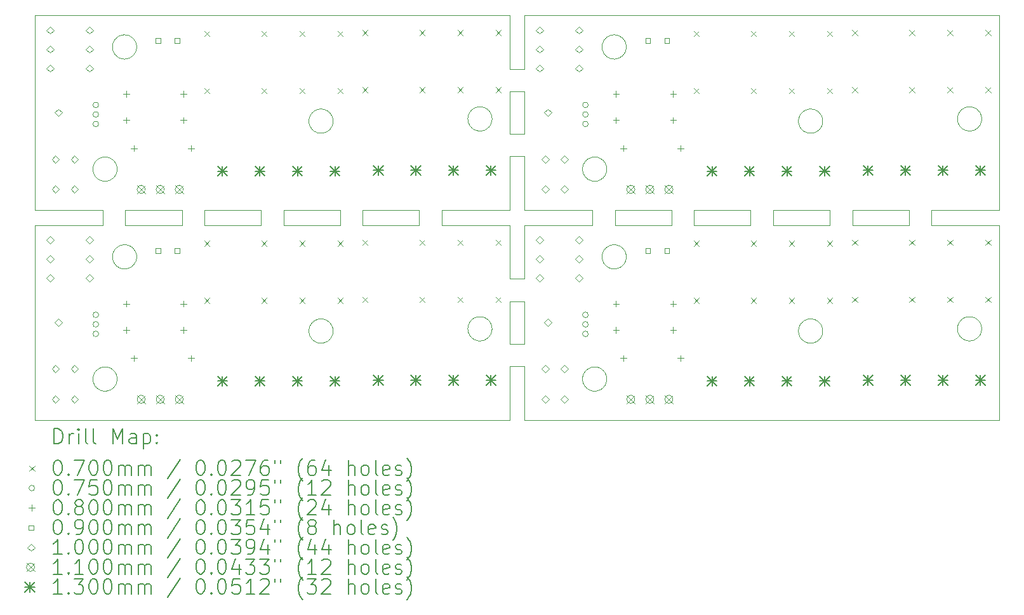
<source format=gbr>
%TF.GenerationSoftware,KiCad,Pcbnew,7.0.9*%
%TF.CreationDate,2024-06-09T17:36:49-04:00*%
%TF.ProjectId,Jackless-Panel,4a61636b-6c65-4737-932d-50616e656c2e,rev?*%
%TF.SameCoordinates,Original*%
%TF.FileFunction,Drillmap*%
%TF.FilePolarity,Positive*%
%FSLAX45Y45*%
G04 Gerber Fmt 4.5, Leading zero omitted, Abs format (unit mm)*
G04 Created by KiCad (PCBNEW 7.0.9) date 2024-06-09 17:36:49*
%MOMM*%
%LPD*%
G01*
G04 APERTURE LIST*
%ADD10C,0.100000*%
%ADD11C,0.200000*%
%ADD12C,0.110000*%
%ADD13C,0.130000*%
G04 APERTURE END LIST*
D10*
X9770456Y-5204071D02*
X9771048Y-5212026D01*
X9251708Y-3922177D02*
X9258150Y-3917472D01*
X9448804Y-5223988D02*
X9448804Y-5216012D01*
X12077021Y-6260964D02*
X12074687Y-6253336D01*
X9395254Y-6695235D02*
X9402852Y-6697663D01*
X12311771Y-3271027D02*
X12318544Y-3275241D01*
X16061691Y-2560953D02*
X16054816Y-2556908D01*
X9600035Y-2580937D02*
X9592088Y-2580247D01*
X15917545Y-4206813D02*
X15909744Y-4208478D01*
X12119562Y-3527488D02*
X12113887Y-3521883D01*
X15998845Y-6958976D02*
X15993310Y-6964720D01*
X16114185Y-2579165D02*
X16106345Y-2577694D01*
X14431771Y-6318973D02*
X14424798Y-6322847D01*
X14214156Y-3293129D02*
X14218618Y-3286518D01*
X12348845Y-6318976D02*
X12343310Y-6324720D01*
X20846345Y-3537694D02*
X20838588Y-3535837D01*
X9499562Y-5102512D02*
X9505507Y-5097194D01*
X14191166Y-3407782D02*
X14189986Y-3399893D01*
X9387545Y-7006813D02*
X9379744Y-7008478D01*
X15722734Y-6814397D02*
X15724687Y-6806663D01*
X15830932Y-7003598D02*
X15823396Y-7000983D01*
X9568588Y-5375837D02*
X9560932Y-5373598D01*
X14750000Y-2000000D02*
X8420000Y-2000000D01*
X18918098Y-3378298D02*
X18919472Y-3386155D01*
X14395254Y-3225235D02*
X14402852Y-3227663D01*
X16228544Y-5085241D02*
X16235100Y-5089785D01*
X8420000Y-4600000D02*
X9325000Y-4600000D01*
X16247498Y-5099816D02*
X16253310Y-5105279D01*
X21040456Y-3395929D02*
X21039472Y-3403844D01*
X16013653Y-4140204D02*
X16009029Y-4146703D01*
X20775507Y-3257194D02*
X20781708Y-3252177D01*
X9228496Y-3943996D02*
X9233887Y-3938117D01*
X20925254Y-6334765D02*
X20917545Y-6336813D01*
X20987498Y-6059816D02*
X20993310Y-6065279D01*
X14479029Y-6083297D02*
X14483653Y-6089796D01*
X9771048Y-5212026D02*
X9771245Y-5220000D01*
X16114185Y-5060835D02*
X16122088Y-5059753D01*
X12173396Y-3560983D02*
X12165998Y-3557999D01*
X18855100Y-3279785D02*
X18861423Y-3284647D01*
X18649562Y-3527488D02*
X18643887Y-3521883D01*
X20769562Y-6297488D02*
X20763887Y-6291883D01*
X16061691Y-2279047D02*
X16068758Y-2275347D01*
X20909744Y-6021522D02*
X20917545Y-6023187D01*
X16281911Y-5296560D02*
X16277951Y-5303484D01*
X11735000Y-4700150D02*
X11735000Y-4699950D01*
X15987021Y-2470964D02*
X15984687Y-2463336D01*
X12337498Y-6089816D02*
X12343310Y-6095279D01*
X16296337Y-5180518D02*
X16298098Y-5188298D01*
X18638496Y-6103996D02*
X18643887Y-6098117D01*
X9340035Y-7010937D02*
X9332088Y-7010247D01*
X15855000Y-4700150D02*
X15855000Y-4800000D01*
X14300932Y-6026402D02*
X14308588Y-6024163D01*
X15954798Y-3907153D02*
X15961771Y-3911027D01*
X18655507Y-6332806D02*
X18649562Y-6327488D01*
X12103402Y-6309865D02*
X12098618Y-6303482D01*
X9457498Y-3929816D02*
X9463310Y-3935279D01*
X16038098Y-6818298D02*
X16039472Y-6826155D01*
X9761672Y-5165268D02*
X9764193Y-5172835D01*
X9451166Y-5192218D02*
X9452734Y-5184397D01*
X20721166Y-6207782D02*
X20719987Y-6199893D01*
X21041245Y-3380000D02*
X21041048Y-3387974D01*
X18599987Y-6229893D02*
X18599199Y-6221955D01*
X9449199Y-5208045D02*
X9449987Y-5200107D01*
X20885982Y-6341134D02*
X20878006Y-6341233D01*
X18789744Y-3568478D02*
X18781870Y-3569755D01*
X12367951Y-6293484D02*
X12363653Y-6300204D01*
X20975100Y-3510215D02*
X20968544Y-3514759D01*
X21041048Y-6187974D02*
X21040456Y-6195929D01*
X14849900Y-6383333D02*
X14750000Y-6383333D01*
X20981423Y-3505353D02*
X20975100Y-3510215D01*
X18873310Y-6324720D02*
X18867498Y-6330184D01*
X20932852Y-6332337D02*
X20925254Y-6334765D01*
X15981166Y-5247782D02*
X15979986Y-5239893D01*
X12384193Y-6257165D02*
X12381672Y-6264732D01*
X21039472Y-3356155D02*
X21040456Y-3364071D01*
X14214156Y-6093129D02*
X14218618Y-6086518D01*
X9538758Y-2564653D02*
X9531691Y-2560953D01*
X16269029Y-5316703D02*
X16264089Y-5322966D01*
X18265000Y-4699950D02*
X18265000Y-4600000D01*
X18867498Y-3530184D02*
X18861423Y-3535353D01*
X20862088Y-6340247D02*
X20854185Y-6339165D01*
X9684799Y-5077153D02*
X9691771Y-5081027D01*
X15794816Y-4186908D02*
X15788150Y-4182528D01*
X16138006Y-5381233D02*
X16130034Y-5380937D01*
X14332088Y-6340247D02*
X14324185Y-6339165D01*
X15838588Y-3894163D02*
X15846345Y-3892306D01*
X16169744Y-2578478D02*
X16161870Y-2579755D01*
X16258845Y-5328977D02*
X16253310Y-5334721D01*
X12390456Y-6225929D02*
X12389472Y-6233844D01*
X9371870Y-4209755D02*
X9363943Y-4210641D01*
X12188588Y-3565837D02*
X12180932Y-3563598D01*
X16235100Y-5089785D02*
X16241423Y-5094647D01*
X9452734Y-2455603D02*
X9451166Y-2447782D01*
X9454688Y-5176664D02*
X9457021Y-5169036D01*
X9239562Y-4167488D02*
X9233887Y-4161883D01*
X14451423Y-6305353D02*
X14445100Y-6310215D01*
X16192852Y-2267663D02*
X16200321Y-2270463D01*
X16288780Y-5282166D02*
X16285523Y-5289448D01*
X16214798Y-5077153D02*
X16221771Y-5081027D01*
X16018496Y-5326004D02*
X16013402Y-5319865D01*
X15719986Y-4030107D02*
X15721166Y-4022218D01*
X21034193Y-3427165D02*
X21031672Y-3434732D01*
X12069986Y-6229893D02*
X12069199Y-6221955D01*
X15854185Y-7009165D02*
X15846345Y-7007694D01*
X12331423Y-3535353D02*
X12325100Y-3540215D01*
X18897951Y-3493484D02*
X18893654Y-3500204D01*
X15996239Y-5293026D02*
X15992803Y-5285827D01*
X16122088Y-2259753D02*
X16130034Y-2259063D01*
X9498780Y-6912166D02*
X9495523Y-6919448D01*
X12113887Y-6321883D02*
X12108496Y-6316004D01*
X9199728Y-6791533D02*
X9202804Y-6784173D01*
X15788150Y-4182528D02*
X15781708Y-4177823D01*
X14510456Y-6164071D02*
X14511048Y-6172026D01*
X9768098Y-2451702D02*
X9766337Y-2459482D01*
X9524816Y-2283092D02*
X9531691Y-2279047D01*
X18765982Y-6371134D02*
X18758006Y-6371233D01*
X14849900Y-2716667D02*
X14750000Y-2716667D01*
X14199728Y-3321533D02*
X14202803Y-3314173D01*
X20788150Y-6312528D02*
X20781708Y-6307823D01*
X12103402Y-3310135D02*
X12108496Y-3303996D01*
X14197021Y-6129036D02*
X14199728Y-6121533D01*
X16018496Y-2526004D02*
X16013402Y-2519865D01*
X14510456Y-6195929D02*
X14509472Y-6203844D01*
X9691771Y-5358973D02*
X9684799Y-5362847D01*
X9325000Y-4700150D02*
X9325000Y-4800000D01*
X18789744Y-6051522D02*
X18797545Y-6053187D01*
X18599987Y-3429893D02*
X18599199Y-3421955D01*
X18638496Y-6316004D02*
X18633402Y-6309865D01*
X9410321Y-4199537D02*
X9402852Y-4202337D01*
X14278758Y-3235347D02*
X14285998Y-3232001D01*
X18734185Y-3569165D02*
X18726345Y-3567694D01*
X9608006Y-2258767D02*
X9615982Y-2258866D01*
X18599987Y-3390107D02*
X18601166Y-3382218D01*
X14849900Y-3016667D02*
X14850100Y-3016667D01*
X20721166Y-3352218D02*
X20722734Y-3344397D01*
X12391048Y-6202026D02*
X12391245Y-6210000D01*
X14251708Y-3507823D02*
X14245507Y-3502806D01*
X14468845Y-3271023D02*
X14474089Y-3277034D01*
X15981423Y-4175353D02*
X15975100Y-4180215D01*
X15719986Y-6869893D02*
X15719199Y-6861955D01*
X12790000Y-4700150D02*
X12790000Y-4699950D01*
X16300456Y-5235929D02*
X16299472Y-5243845D01*
X9189987Y-4030107D02*
X9191166Y-4022218D01*
X15830932Y-6696402D02*
X15838588Y-6694163D01*
X16098588Y-2264163D02*
X16106345Y-2262306D01*
X12074687Y-3366663D02*
X12077021Y-3359036D01*
X14402852Y-3532337D02*
X14395254Y-3534765D01*
X14483653Y-6089796D02*
X14487951Y-6096516D01*
X14850100Y-3883333D02*
X14950000Y-3883333D01*
X16122088Y-5059753D02*
X16130034Y-5059063D01*
X14438544Y-3514759D02*
X14431771Y-3518973D01*
X14218618Y-3473482D02*
X14214156Y-3466870D01*
X21013654Y-3470204D02*
X21009029Y-3476703D01*
X14191166Y-3352218D02*
X14192734Y-3344397D01*
X14251708Y-6307823D02*
X14245507Y-6302806D01*
X14431771Y-3241027D02*
X14438544Y-3245241D01*
X12790000Y-4699950D02*
X12790000Y-4600000D01*
X9501672Y-6795267D02*
X9504193Y-6802835D01*
X9470026Y-2500046D02*
X9466239Y-2493026D01*
X18661708Y-3282177D02*
X18668150Y-3277472D01*
X9271691Y-6990953D02*
X9264816Y-6986908D01*
X16004156Y-2506870D02*
X16000026Y-2500046D01*
X20375000Y-4600000D02*
X21280000Y-4600000D01*
X15862088Y-6689753D02*
X15870034Y-6689063D01*
X14348006Y-3218767D02*
X14355982Y-3218866D01*
X18758006Y-3571233D02*
X18750035Y-3570937D01*
X9639744Y-2578478D02*
X9631870Y-2579755D01*
X18918098Y-6241702D02*
X18916337Y-6249481D01*
X9233887Y-6738117D02*
X9239562Y-6732512D01*
X9511708Y-5092177D02*
X9518150Y-5087472D01*
X21004089Y-3277034D02*
X21009029Y-3283297D01*
X12354089Y-6312966D02*
X12348845Y-6318976D01*
X15794816Y-6713092D02*
X15801691Y-6709047D01*
X15982734Y-5255603D02*
X15981166Y-5247782D01*
X9324185Y-6690835D02*
X9332088Y-6689753D01*
X12072734Y-3445603D02*
X12071166Y-3437782D01*
X18901911Y-6133440D02*
X18905523Y-6140552D01*
X9316345Y-7007694D02*
X9308588Y-7005837D01*
X12082803Y-3475827D02*
X12079728Y-3468467D01*
X18598804Y-6213988D02*
X18598804Y-6206012D01*
X21041048Y-6172026D02*
X21041245Y-6180000D01*
X9355982Y-7011134D02*
X9348006Y-7011233D01*
X16000026Y-2500046D02*
X15996239Y-2493026D01*
X9258150Y-6717472D02*
X9264816Y-6713092D01*
X15940321Y-3900463D02*
X15947643Y-3903629D01*
X12220034Y-3249063D02*
X12228006Y-3248767D01*
X18919472Y-3433844D02*
X18918098Y-3441702D01*
X20732804Y-6245827D02*
X20729728Y-6238467D01*
X9474089Y-6747034D02*
X9479029Y-6753297D01*
X9506337Y-6889481D02*
X9504193Y-6897165D01*
X12196345Y-3567694D02*
X12188588Y-3565837D01*
X14850100Y-6683333D02*
X14950000Y-6683333D01*
X20775507Y-6302806D02*
X20769562Y-6297488D01*
X16013653Y-6759796D02*
X16017951Y-6766516D01*
X9285998Y-4197999D02*
X9278758Y-4194653D01*
X15979986Y-2400107D02*
X15981166Y-2392218D01*
X14491911Y-6256559D02*
X14487951Y-6263484D01*
X15758496Y-4156004D02*
X15753402Y-4149865D01*
X12069986Y-6190107D02*
X12071166Y-6182218D01*
X21040456Y-3364071D02*
X21041048Y-3372026D01*
X16040456Y-4034071D02*
X16041048Y-4042026D01*
X9191166Y-4022218D02*
X9192734Y-4014397D01*
X15901870Y-3890245D02*
X15909744Y-3891522D01*
X12381672Y-6264732D02*
X12378780Y-6272166D01*
X14506337Y-3340518D02*
X14508098Y-3348298D01*
X9214156Y-6936870D02*
X9210026Y-6930046D01*
X12259744Y-6051522D02*
X12267545Y-6053187D01*
X15893943Y-4210641D02*
X15885982Y-4211134D01*
X9508098Y-6881702D02*
X9506337Y-6889481D01*
X20954799Y-3237153D02*
X20961771Y-3241027D01*
X18624156Y-6296870D02*
X18620026Y-6290046D01*
X16214798Y-2277153D02*
X16221771Y-2281027D01*
X9457021Y-5169036D02*
X9459728Y-5161533D01*
X15975100Y-3919785D02*
X15981423Y-3924647D01*
X16054816Y-5356908D02*
X16048150Y-5352528D01*
X18920456Y-6194071D02*
X18921048Y-6202026D01*
X16041245Y-4050000D02*
X16041048Y-4057974D01*
X14245507Y-3502806D02*
X14239562Y-3497488D01*
X20375000Y-4700150D02*
X20375000Y-4699950D01*
X14410321Y-6030463D02*
X14417643Y-6033629D01*
X12343310Y-6324720D02*
X12337498Y-6330184D01*
X9451423Y-4175353D02*
X9445100Y-4180215D01*
X16155000Y-4600000D02*
X16910000Y-4600000D01*
X9264816Y-6986908D02*
X9258150Y-6982528D01*
X18908780Y-6272166D02*
X18905523Y-6279448D01*
X18921048Y-6217974D02*
X18920456Y-6225929D01*
X18710932Y-3256402D02*
X18718588Y-3254163D01*
X20722734Y-6215603D02*
X20721166Y-6207782D01*
X20758496Y-3273996D02*
X20763887Y-3268117D01*
X9758780Y-2482166D02*
X9755523Y-2489448D01*
X16281911Y-5143440D02*
X16285523Y-5150552D01*
X16161870Y-5060245D02*
X16169744Y-5061522D01*
X9487951Y-6933484D02*
X9483654Y-6940204D01*
X14498780Y-3317834D02*
X14501672Y-3325267D01*
X16009029Y-3953297D02*
X16013653Y-3959796D01*
X12259744Y-6368478D02*
X12251870Y-6369755D01*
X16221771Y-5358973D02*
X16214798Y-5362847D01*
X14379744Y-3221522D02*
X14387545Y-3223187D01*
X20727021Y-3430964D02*
X20724688Y-3423336D01*
X16253310Y-2305279D02*
X16258845Y-2311023D01*
X9332088Y-3889753D02*
X9340035Y-3889063D01*
X18599199Y-3398045D02*
X18599987Y-3390107D01*
X15981423Y-6975353D02*
X15975100Y-6980215D01*
X15724687Y-4006663D02*
X15727021Y-3999036D01*
X20721166Y-6152218D02*
X20722734Y-6144397D01*
X9623943Y-5059359D02*
X9631870Y-5060245D01*
X12275254Y-3255235D02*
X12282852Y-3257663D01*
X16277951Y-5303484D02*
X16273653Y-5310204D01*
X9191166Y-6822218D02*
X9192734Y-6814397D01*
X20961771Y-3241027D02*
X20968544Y-3245241D01*
X18624156Y-6123129D02*
X18628618Y-6116518D01*
X9214156Y-3963129D02*
X9218618Y-3956518D01*
X9728845Y-5111023D02*
X9734089Y-5117034D01*
X14750000Y-2716667D02*
X14750000Y-2000000D01*
X18718588Y-3565837D02*
X18710932Y-3563598D01*
X16169744Y-5061522D02*
X16177545Y-5063187D01*
X20740026Y-6260046D02*
X20736239Y-6253026D01*
X9431771Y-4188973D02*
X9424799Y-4192847D01*
X9623943Y-2259359D02*
X9631870Y-2260245D01*
X14451423Y-6054647D02*
X14457498Y-6059816D01*
X20732804Y-6114173D02*
X20736239Y-6106974D01*
X12375523Y-3479448D02*
X12371911Y-3486559D01*
X18649562Y-3292512D02*
X18655507Y-3287194D01*
X12108496Y-3303996D02*
X12113887Y-3298117D01*
X15932852Y-6697663D02*
X15940321Y-6700463D01*
X14509472Y-3403844D02*
X14508098Y-3411702D01*
X14387545Y-6023187D02*
X14395254Y-6025235D01*
X9199728Y-4108467D02*
X9197021Y-4100964D01*
X12343310Y-3524720D02*
X12337498Y-3530184D01*
X9395254Y-7004765D02*
X9387545Y-7006813D01*
X15984687Y-2463336D02*
X15982734Y-2455603D01*
X20975100Y-3249785D02*
X20981423Y-3254647D01*
X14233887Y-6068117D02*
X14239562Y-6062512D01*
X20870035Y-6019063D02*
X20878006Y-6018767D01*
X16048150Y-5352528D02*
X16041708Y-5347823D01*
X9639744Y-5061522D02*
X9647545Y-5063187D01*
X9293396Y-4200983D02*
X9285998Y-4197999D01*
X12354089Y-3512966D02*
X12348845Y-3518976D01*
X20748618Y-3286518D02*
X20753402Y-3280135D01*
X14293396Y-6330983D02*
X14285998Y-6327999D01*
X16299472Y-5196155D02*
X16300456Y-5204071D01*
X9768098Y-5251702D02*
X9766337Y-5259482D01*
X12113887Y-3521883D02*
X12108496Y-3516004D01*
X12090026Y-6290046D02*
X12086239Y-6283026D01*
X12371911Y-6133440D02*
X12375523Y-6140552D01*
X9402852Y-4202337D02*
X9395254Y-4204765D01*
X16301048Y-2412026D02*
X16301245Y-2420000D01*
X21036337Y-6140518D02*
X21038098Y-6148298D01*
X12098618Y-6116518D02*
X12103402Y-6110135D01*
X16035507Y-5097194D02*
X16041708Y-5092177D01*
X14424798Y-3522847D02*
X14417643Y-3526371D01*
X12363653Y-6300204D02*
X12359029Y-6306703D01*
X18781870Y-6369755D02*
X18773943Y-6370641D01*
X14271691Y-6039047D02*
X14278758Y-6035347D01*
X15987021Y-5169036D02*
X15989728Y-5161533D01*
X9474089Y-3947034D02*
X9479029Y-3953297D01*
X16122088Y-2580247D02*
X16114185Y-2579165D01*
X12384193Y-3362835D02*
X12386337Y-3370518D01*
X12388098Y-3441702D02*
X12386337Y-3449481D01*
X9387545Y-4206813D02*
X9379744Y-4208478D01*
X18848544Y-3275241D02*
X18855100Y-3279785D01*
X18668150Y-3277472D02*
X18674816Y-3273092D01*
X12251870Y-3250245D02*
X12259744Y-3251522D01*
X16021911Y-6773440D02*
X16025523Y-6780552D01*
X15975100Y-4180215D02*
X15968544Y-4184759D01*
X20769562Y-3262512D02*
X20775507Y-3257194D01*
X14387545Y-6336813D02*
X14379744Y-6338478D01*
X14849900Y-6683333D02*
X14850100Y-6683333D01*
X9734089Y-2317034D02*
X9739029Y-2323297D01*
X15748618Y-6943482D02*
X15744156Y-6936870D01*
X18674816Y-3273092D02*
X18681691Y-3269047D01*
X9505507Y-5342806D02*
X9499562Y-5337488D01*
X9623943Y-5380641D02*
X9615982Y-5381134D01*
X14197021Y-6230964D02*
X14194687Y-6223336D01*
X20748618Y-6273482D02*
X20744156Y-6266870D01*
X12304798Y-3552847D02*
X12297643Y-3556371D01*
X18911672Y-3355267D02*
X18914193Y-3362835D01*
X21028780Y-3317834D02*
X21031672Y-3325267D01*
X18919472Y-6233844D02*
X18918098Y-6241702D01*
X12354089Y-6107034D02*
X12359029Y-6113297D01*
X20954799Y-6322847D02*
X20947643Y-6326371D01*
X9206239Y-6923026D02*
X9202804Y-6915827D01*
X12090026Y-6129954D02*
X12094156Y-6123129D01*
X16068758Y-2564653D02*
X16061691Y-2560953D01*
X14371870Y-3539755D02*
X14363943Y-3540641D01*
X9747951Y-5136516D02*
X9751911Y-5143440D01*
X10680000Y-4600000D02*
X11435000Y-4600000D01*
X18773943Y-3570641D02*
X18765982Y-3571134D01*
X14395254Y-6334765D02*
X14387545Y-6336813D01*
X18609728Y-6151533D02*
X18612804Y-6144173D01*
X9758780Y-5157834D02*
X9761672Y-5165268D01*
X20801691Y-6320953D02*
X20794816Y-6316908D01*
X16036337Y-6889481D02*
X16034193Y-6897165D01*
X14189199Y-3391955D02*
X14188804Y-3383988D01*
X16185254Y-2574765D02*
X16177545Y-2576813D01*
X16300456Y-5204071D02*
X16301048Y-5212026D01*
X14194687Y-3336663D02*
X14197021Y-3329036D01*
X9739029Y-5123297D02*
X9743654Y-5129796D01*
X16264089Y-5322966D02*
X16258845Y-5328977D01*
X15987021Y-2369036D02*
X15989728Y-2361533D01*
X9505507Y-2542806D02*
X9499562Y-2537488D01*
X15947643Y-6996371D02*
X15940321Y-6999537D01*
X9584185Y-5060835D02*
X9592088Y-5059753D01*
X18911672Y-3464732D02*
X18908780Y-3472166D01*
X14511048Y-3372026D02*
X14511245Y-3380000D01*
X20719199Y-6191955D02*
X20718804Y-6183988D01*
X20870035Y-3219063D02*
X20878006Y-3218767D01*
X15719199Y-4038045D02*
X15719986Y-4030107D01*
X15981166Y-2447782D02*
X15979986Y-2439893D01*
X14285998Y-6032001D02*
X14293396Y-6029017D01*
X15748618Y-6756518D02*
X15753402Y-6750135D01*
X16068758Y-5075347D02*
X16075998Y-5072001D01*
X18920456Y-6225929D02*
X18919472Y-6233844D01*
X16300456Y-2435929D02*
X16299472Y-2443845D01*
X16029562Y-5102512D02*
X16035507Y-5097194D01*
X12212088Y-3570247D02*
X12204185Y-3569165D01*
X9466239Y-5146974D02*
X9470026Y-5139954D01*
X9387545Y-3893187D02*
X9395254Y-3895235D01*
X14233887Y-6291883D02*
X14228496Y-6286004D01*
X12390456Y-3425929D02*
X12389472Y-3433844D01*
X9770456Y-2435929D02*
X9769472Y-2443845D01*
X20075000Y-4600000D02*
X20075000Y-4699950D01*
X9233887Y-4161883D02*
X9228496Y-4156004D01*
X12304798Y-3267153D02*
X12311771Y-3271027D01*
X15729728Y-6791533D02*
X15732803Y-6784173D01*
X12068804Y-6213988D02*
X12068804Y-6206012D01*
X18827643Y-3556371D02*
X18820321Y-3559537D01*
X15794816Y-3913092D02*
X15801691Y-3909047D01*
X15978804Y-5216012D02*
X15979199Y-5208045D01*
X15961771Y-3911027D02*
X15968544Y-3915241D01*
X12297643Y-6063629D02*
X12304798Y-6067153D01*
X16130034Y-2580937D02*
X16122088Y-2580247D01*
X10680000Y-4800000D02*
X10680000Y-4700150D01*
X12098618Y-3316518D02*
X12103402Y-3310135D01*
X20854185Y-6339165D02*
X20846345Y-6337694D01*
X16298098Y-5188298D02*
X16299472Y-5196155D01*
X16054816Y-5083092D02*
X16061691Y-5079047D01*
X12180932Y-3256402D02*
X12188588Y-3254163D01*
X12267545Y-6053187D02*
X12275254Y-6055235D01*
X12069986Y-3429893D02*
X12069199Y-3421955D01*
X12079728Y-6151533D02*
X12082803Y-6144173D01*
X16075998Y-5367999D02*
X16068758Y-5364653D01*
X14188804Y-6183988D02*
X14188804Y-6176012D01*
X9771048Y-2427974D02*
X9770456Y-2435929D01*
X9483654Y-4140204D02*
X9479029Y-4146703D01*
X20736239Y-3306974D02*
X20740026Y-3299954D01*
X9491911Y-4126559D02*
X9487951Y-4133484D01*
X20823396Y-3530983D02*
X20815998Y-3527999D01*
X15719986Y-6830107D02*
X15721166Y-6822218D01*
X15998845Y-4158976D02*
X15993310Y-4164720D01*
X15975100Y-6719785D02*
X15981423Y-6724647D01*
X14504193Y-6132835D02*
X14506337Y-6140518D01*
X16247498Y-2299816D02*
X16253310Y-2305279D01*
X14750000Y-7400000D02*
X14750000Y-6683333D01*
X9210026Y-4130046D02*
X9206239Y-4123026D01*
X9625000Y-4600000D02*
X10380000Y-4600000D01*
X14495523Y-3310552D02*
X14498780Y-3317834D01*
X14278758Y-6035347D02*
X14285998Y-6032001D01*
X18710932Y-6363598D02*
X18703396Y-6360983D01*
X15775507Y-6727194D02*
X15781708Y-6722177D01*
X21280000Y-4600000D02*
X21280000Y-2000000D01*
X20838588Y-6024163D02*
X20846345Y-6022306D01*
X12359029Y-3506703D02*
X12354089Y-3512966D01*
X12108496Y-6103996D02*
X12113887Y-6098117D01*
X15998845Y-6741023D02*
X16004089Y-6747034D01*
X18674816Y-6073092D02*
X18681691Y-6069047D01*
X9188804Y-4053988D02*
X9188804Y-4046012D01*
X20998845Y-6288976D02*
X20993310Y-6294720D01*
X9285998Y-3902001D02*
X9293396Y-3899017D01*
X14750000Y-4800000D02*
X13845000Y-4800000D01*
X15901870Y-6690245D02*
X15909744Y-6691522D01*
X18834799Y-3267153D02*
X18841771Y-3271027D01*
X12267545Y-3566813D02*
X12259744Y-3568478D01*
X18602734Y-3445603D02*
X18601166Y-3437782D01*
X15940321Y-6700463D02*
X15947643Y-6703629D01*
X9387545Y-6693187D02*
X9395254Y-6695235D01*
X9531691Y-5079047D02*
X9538758Y-5075347D01*
X14308588Y-6335837D02*
X14300932Y-6333598D01*
X12173396Y-6059017D02*
X12180932Y-6056402D01*
X9210026Y-6930046D02*
X9206239Y-6923026D01*
X20878006Y-6341233D02*
X20870035Y-6340937D01*
X15830932Y-4203598D02*
X15823396Y-4200983D01*
X18668150Y-6342528D02*
X18661708Y-6337823D01*
X13845000Y-4800000D02*
X13845000Y-4700150D01*
X18897951Y-6126516D02*
X18901911Y-6133440D01*
X8420000Y-2000000D02*
X8420000Y-4600000D01*
X14463310Y-6065279D02*
X14468845Y-6071023D01*
X18616239Y-3483026D02*
X18612804Y-3475827D01*
X15724687Y-6806663D02*
X15727021Y-6799036D01*
X14479029Y-3476703D02*
X14474089Y-3482966D01*
X15719199Y-6861955D02*
X15718804Y-6853988D01*
X14293396Y-6029017D02*
X14300932Y-6026402D01*
X9739029Y-2323297D02*
X9743654Y-2329796D01*
X9271691Y-4190953D02*
X9264816Y-4186908D01*
X18773943Y-6049359D02*
X18781870Y-6050245D01*
X9766337Y-5180518D02*
X9768098Y-5188298D01*
X9504193Y-4097165D02*
X9501672Y-4104732D01*
X14504193Y-6227165D02*
X14501672Y-6234732D01*
X9734089Y-2522966D02*
X9728845Y-2528977D01*
X16221771Y-5081027D02*
X16228544Y-5085241D01*
X9451423Y-3924647D02*
X9457498Y-3929816D01*
X9355982Y-3888866D02*
X9363943Y-3889359D01*
X15781708Y-4177823D02*
X15775507Y-4172806D01*
X9499562Y-2302512D02*
X9505507Y-2297194D01*
X9189199Y-4061955D02*
X9188804Y-4053988D01*
X20729728Y-6238467D02*
X20727021Y-6230964D01*
X16040456Y-6865929D02*
X16039472Y-6873844D01*
X14395254Y-6025235D02*
X14402852Y-6027663D01*
X9459728Y-5278467D02*
X9457021Y-5270964D01*
X21034193Y-6227165D02*
X21031672Y-6234732D01*
X9493887Y-5108117D02*
X9499562Y-5102512D01*
X14189199Y-6168045D02*
X14189986Y-6160107D01*
X15878006Y-7011233D02*
X15870034Y-7010937D01*
X20719987Y-6160107D02*
X20721166Y-6152218D01*
X15979986Y-2439893D02*
X15979199Y-2431955D01*
X20932852Y-3227663D02*
X20940321Y-3230463D01*
X14431771Y-6041027D02*
X14438544Y-6045241D01*
X9228496Y-6956004D02*
X9223402Y-6949865D01*
X20719987Y-3360107D02*
X20721166Y-3352218D01*
X12196345Y-6052306D02*
X12204185Y-6050835D01*
X12386337Y-6170518D02*
X12388098Y-6178298D01*
X16004089Y-3947034D02*
X16009029Y-3953297D01*
X16021911Y-3973440D02*
X16025523Y-3980552D01*
X14355982Y-6018866D02*
X14363943Y-6019359D01*
X15718804Y-6853988D02*
X15718804Y-6846012D01*
X12165998Y-3262001D02*
X12173396Y-3259017D01*
X12098618Y-3503482D02*
X12094156Y-3496870D01*
X20830932Y-6333598D02*
X20823396Y-6330983D01*
X12068804Y-6206012D02*
X12069199Y-6198045D01*
X16041708Y-2292177D02*
X16048150Y-2287472D01*
X9584185Y-2579165D02*
X9576345Y-2577694D01*
X12297643Y-3263629D02*
X12304798Y-3267153D01*
X15801691Y-3909047D02*
X15808758Y-3905347D01*
X20862088Y-3219753D02*
X20870035Y-3219063D01*
X15870034Y-4210937D02*
X15862088Y-4210247D01*
X15744156Y-6936870D02*
X15740026Y-6930046D01*
X20075000Y-4699950D02*
X20075000Y-4700150D01*
X16031672Y-6795267D02*
X16034193Y-6802835D01*
X14509472Y-6156155D02*
X14510456Y-6164071D01*
X15998845Y-3941023D02*
X16004089Y-3947034D01*
X15940321Y-4199537D02*
X15932852Y-4202337D01*
X15732803Y-6784173D02*
X15736239Y-6776974D01*
X16258845Y-2311023D02*
X16264089Y-2317034D01*
X14202803Y-3445827D02*
X14199728Y-3438467D01*
X15981423Y-6724647D02*
X15987498Y-6729816D01*
X20846345Y-6022306D02*
X20854185Y-6020835D01*
X14324185Y-6339165D02*
X14316345Y-6337694D01*
X9308588Y-4205837D02*
X9300932Y-4203598D01*
X9770456Y-2404071D02*
X9771048Y-2412026D01*
X21013654Y-6270204D02*
X21009029Y-6276703D01*
X18624156Y-3323129D02*
X18628618Y-3316518D01*
X20075000Y-4800000D02*
X19320000Y-4800000D01*
X21017951Y-3296516D02*
X21021911Y-3303440D01*
X9491911Y-6773440D02*
X9495523Y-6780552D01*
X14379744Y-6021522D02*
X14387545Y-6023187D01*
X9670321Y-2569537D02*
X9662852Y-2572337D01*
X16285523Y-5150552D02*
X16288780Y-5157834D01*
X18884089Y-3307034D02*
X18889029Y-3313297D01*
X9402852Y-6697663D02*
X9410321Y-6700463D01*
X16192852Y-5372337D02*
X16185254Y-5374765D01*
X18703396Y-3560983D02*
X18695998Y-3557999D01*
X9470026Y-2339954D02*
X9474156Y-2333130D01*
X16253310Y-5334721D02*
X16247498Y-5340184D01*
X9538758Y-2275347D02*
X9545998Y-2272001D01*
X9509472Y-4073844D02*
X9508098Y-4081702D01*
X9576345Y-2262306D02*
X9584185Y-2260835D01*
X12389472Y-6233844D02*
X12388098Y-6241702D01*
X15893943Y-3889359D02*
X15901870Y-3890245D01*
X9449987Y-5200107D02*
X9451166Y-5192218D01*
X12165998Y-6062001D02*
X12173396Y-6059017D01*
X9631870Y-5060245D02*
X9639744Y-5061522D01*
X9245507Y-6727194D02*
X9251708Y-6722177D01*
X14410321Y-3230463D02*
X14417643Y-3233629D01*
X16038098Y-6881702D02*
X16036337Y-6889481D01*
X20758496Y-6073996D02*
X20763887Y-6068117D01*
X20998845Y-6071023D02*
X21004089Y-6077034D01*
X14363943Y-3219359D02*
X14371870Y-3220245D01*
X9491911Y-3973440D02*
X9495523Y-3980552D01*
X20727021Y-6230964D02*
X20724688Y-6223336D01*
X15808758Y-6705347D02*
X15815998Y-6702001D01*
X14445100Y-3510215D02*
X14438544Y-3514759D01*
X9524816Y-2556908D02*
X9518150Y-2552528D01*
X20901870Y-6339755D02*
X20893943Y-6340641D01*
X9188804Y-6846012D02*
X9189199Y-6838045D01*
X9293396Y-3899017D02*
X9300932Y-3896402D01*
X12098618Y-6303482D02*
X12094156Y-6296870D01*
X18901911Y-6286559D02*
X18897951Y-6293484D01*
X21025523Y-6110552D02*
X21028780Y-6117834D01*
X9474156Y-5306870D02*
X9470026Y-5300046D01*
X21031672Y-3325267D02*
X21034193Y-3332835D01*
X21034193Y-6132835D02*
X21036337Y-6140518D01*
X18820321Y-6359537D02*
X18812852Y-6362337D01*
X18919472Y-6186155D02*
X18920456Y-6194071D01*
X20815998Y-6327999D02*
X20808758Y-6324653D01*
X12375523Y-6279448D02*
X12371911Y-6286559D01*
X12363653Y-3500204D02*
X12359029Y-3506703D01*
X9363943Y-7010641D02*
X9355982Y-7011134D01*
X18921048Y-3402026D02*
X18921245Y-3410000D01*
X9448804Y-2416012D02*
X9449199Y-2408045D01*
X14509472Y-6203844D02*
X14508098Y-6211702D01*
X18893654Y-6300204D02*
X18889029Y-6306703D01*
X9501672Y-6904732D02*
X9498780Y-6912166D01*
X9705100Y-5089785D02*
X9711423Y-5094647D01*
X9723310Y-5334721D02*
X9717498Y-5340184D01*
X14504193Y-3332835D02*
X14506337Y-3340518D01*
X18878845Y-6101023D02*
X18884089Y-6107034D01*
X16291672Y-2474732D02*
X16288780Y-2482166D01*
X9468845Y-6741023D02*
X9474089Y-6747034D01*
X21017951Y-3463484D02*
X21013654Y-3470204D01*
X15984687Y-2376664D02*
X15987021Y-2369036D01*
X14508098Y-6211702D02*
X14506337Y-6219481D01*
X16153943Y-2580641D02*
X16145982Y-2581134D01*
X12367951Y-3493484D02*
X12363653Y-3500204D01*
X9191166Y-4077782D02*
X9189987Y-4069893D01*
X16000026Y-5139954D02*
X16004156Y-5133130D01*
X14206239Y-3306974D02*
X14210026Y-3299954D01*
X15788150Y-3917472D02*
X15794816Y-3913092D01*
X9214156Y-6763129D02*
X9218618Y-6756518D01*
X9518150Y-2552528D02*
X9511708Y-2547823D01*
X9766337Y-2380518D02*
X9768098Y-2388298D01*
X12069199Y-6221955D02*
X12068804Y-6213988D01*
X21038098Y-6211702D02*
X21036337Y-6219481D01*
X21017951Y-6263484D02*
X21013654Y-6270204D01*
X20753402Y-6279865D02*
X20748618Y-6273482D01*
X9509472Y-6826155D02*
X9510456Y-6834071D01*
X20722734Y-3415603D02*
X20721166Y-3407782D01*
X18820321Y-6060463D02*
X18827643Y-6063629D01*
X14188804Y-3383988D02*
X14188804Y-3376012D01*
X18841771Y-3271027D02*
X18848544Y-3275241D01*
X14491911Y-6103440D02*
X14495523Y-6110552D01*
X14495523Y-6249448D02*
X14491911Y-6256559D01*
X20375000Y-4800000D02*
X20375000Y-4700150D01*
X9363943Y-3889359D02*
X9371870Y-3890245D01*
X14950000Y-4800000D02*
X14950000Y-5516667D01*
X12072734Y-6174397D02*
X12074687Y-6166663D01*
X9545998Y-2567999D02*
X9538758Y-2564653D01*
X15748618Y-3956518D02*
X15753402Y-3950135D01*
X20947643Y-6033629D02*
X20954799Y-6037153D01*
X14189986Y-3360107D02*
X14191166Y-3352218D01*
X9474089Y-4152966D02*
X9468845Y-4158976D01*
X9245507Y-3927194D02*
X9251708Y-3922177D01*
X20732804Y-3445827D02*
X20729728Y-3438467D01*
X9734089Y-5117034D02*
X9739029Y-5123297D01*
X9474156Y-2333130D02*
X9478618Y-2326518D01*
X12125507Y-3287194D02*
X12131708Y-3282177D01*
X20808758Y-6035347D02*
X20815998Y-6032001D01*
X21038098Y-3348298D02*
X21039472Y-3356155D01*
X20815998Y-6032001D02*
X20823396Y-6029017D01*
X12331423Y-6084647D02*
X12337498Y-6089816D01*
X18718588Y-6365837D02*
X18710932Y-6363598D01*
X16298098Y-5251702D02*
X16296337Y-5259482D01*
X14431771Y-3518973D02*
X14424798Y-3522847D01*
X18616239Y-3336974D02*
X18620026Y-3329954D01*
X9743654Y-5310204D02*
X9739029Y-5316703D01*
X16288780Y-5157834D02*
X16291672Y-5165268D01*
X14189986Y-6199893D02*
X14189199Y-6191955D01*
X21025523Y-3310552D02*
X21028780Y-3317834D01*
X12180932Y-3563598D02*
X12173396Y-3560983D01*
X21280000Y-4800000D02*
X20375000Y-4800000D01*
X9625000Y-4800000D02*
X9625000Y-4700150D01*
X19020000Y-4800000D02*
X18265000Y-4800000D01*
X20823396Y-3229017D02*
X20830932Y-3226402D01*
X14950000Y-2000000D02*
X14950000Y-2716667D01*
X9478618Y-2513482D02*
X9474156Y-2506870D01*
X9755523Y-2489448D02*
X9751911Y-2496560D01*
X9508098Y-4018298D02*
X9509472Y-4026155D01*
X9340035Y-3889063D02*
X9348006Y-3888767D01*
X16004156Y-5306870D02*
X16000026Y-5300046D01*
X9348006Y-4211233D02*
X9340035Y-4210937D01*
X9431771Y-6988973D02*
X9424799Y-6992847D01*
X18734185Y-6050835D02*
X18742088Y-6049753D01*
X9478618Y-5313482D02*
X9474156Y-5306870D01*
X9325000Y-4600000D02*
X9325000Y-4699950D01*
X18695998Y-3262001D02*
X18703396Y-3259017D01*
X9531691Y-5360953D02*
X9524816Y-5356908D01*
X9684799Y-2562847D02*
X9677643Y-2566371D01*
X12378780Y-6272166D02*
X12375523Y-6279448D01*
X9251708Y-6977823D02*
X9245507Y-6972806D01*
X12228006Y-6048767D02*
X12235982Y-6048866D01*
X15763887Y-6961883D02*
X15758496Y-6956004D01*
X9518150Y-2287472D02*
X9524816Y-2283092D01*
X9478618Y-2326518D02*
X9483402Y-2320135D01*
X12077021Y-3460964D02*
X12074687Y-3453336D01*
X9340035Y-6689063D02*
X9348006Y-6688767D01*
X18604688Y-6253336D02*
X18602734Y-6245603D01*
X20719987Y-6199893D02*
X20719199Y-6191955D01*
X13545000Y-4699950D02*
X13545000Y-4700150D01*
X14371870Y-3220245D02*
X14379744Y-3221522D01*
X9474156Y-5133130D02*
X9478618Y-5126518D01*
X9308588Y-7005837D02*
X9300932Y-7003598D01*
X16177545Y-2263187D02*
X16185254Y-2265235D01*
X9483402Y-5120135D02*
X9488496Y-5113996D01*
X18655507Y-3287194D02*
X18661708Y-3282177D01*
X18655507Y-6087194D02*
X18661708Y-6082177D01*
X9592088Y-2580247D02*
X9584185Y-2579165D01*
X18861423Y-3284647D02*
X18867498Y-3289816D01*
X9402852Y-7002337D02*
X9395254Y-7004765D01*
X15753402Y-6750135D02*
X15758496Y-6743996D01*
X18893654Y-6119796D02*
X18897951Y-6126516D01*
X9615982Y-5058866D02*
X9623943Y-5059359D01*
X20975100Y-6310215D02*
X20968544Y-6314759D01*
X18628618Y-3503482D02*
X18624156Y-3496870D01*
X9560932Y-5066402D02*
X9568588Y-5064163D01*
X14487951Y-6263484D02*
X14483653Y-6270204D01*
X14228496Y-6286004D02*
X14223402Y-6279865D01*
X9751911Y-2343440D02*
X9755523Y-2350552D01*
X9278758Y-3905347D02*
X9285998Y-3902001D01*
X16021911Y-4126559D02*
X16017951Y-4133484D01*
X18598804Y-3406012D02*
X18599199Y-3398045D01*
X9462804Y-5285827D02*
X9459728Y-5278467D01*
X15992803Y-5285827D02*
X15989728Y-5278467D01*
X14278758Y-3524653D02*
X14271691Y-3520953D01*
X16177545Y-5376813D02*
X16169744Y-5378478D01*
X9424799Y-6992847D02*
X9417643Y-6996371D01*
X9278758Y-6705347D02*
X9285998Y-6702001D01*
X14950000Y-6383333D02*
X14850100Y-6383333D01*
X20947643Y-3233629D02*
X20954799Y-3237153D01*
X15954798Y-6992847D02*
X15947643Y-6996371D01*
X16161870Y-5379755D02*
X16153943Y-5380641D01*
X9454688Y-5263336D02*
X9452734Y-5255603D01*
X16035507Y-5342806D02*
X16029562Y-5337488D01*
X15993310Y-4164720D02*
X15987498Y-4170184D01*
X15823396Y-7000983D02*
X15815998Y-6997999D01*
X18765982Y-3571134D02*
X18758006Y-3571233D01*
X15748618Y-4143482D02*
X15744156Y-4136870D01*
X14355982Y-3541134D02*
X14348006Y-3541233D01*
X9189987Y-6869893D02*
X9189199Y-6861955D01*
X20987498Y-3500184D02*
X20981423Y-3505353D01*
X18889029Y-3506703D02*
X18884089Y-3512966D01*
X15979199Y-5231955D02*
X15978804Y-5223988D01*
X9766337Y-2459482D02*
X9764193Y-2467165D01*
X16300456Y-2404071D02*
X16301048Y-2412026D01*
X18848544Y-6075241D02*
X18855100Y-6079785D01*
X19320000Y-4600000D02*
X20075000Y-4600000D01*
X9463310Y-4164720D02*
X9457498Y-4170184D01*
X9501672Y-4104732D02*
X9498780Y-4112166D01*
X9308588Y-6694163D02*
X9316345Y-6692306D01*
X14355982Y-6341134D02*
X14348006Y-6341233D01*
X16192852Y-2572337D02*
X16185254Y-2574765D01*
X18688758Y-3265347D02*
X18695998Y-3262001D01*
X12243943Y-6370641D02*
X12235982Y-6371134D01*
X9424799Y-6707153D02*
X9431771Y-6711027D01*
X20788150Y-6047472D02*
X20794816Y-6043092D01*
X15862088Y-7010247D02*
X15854185Y-7009165D01*
X10680000Y-4699950D02*
X10680000Y-4600000D01*
X15823396Y-4200983D02*
X15815998Y-4197999D01*
X16294193Y-5172835D02*
X16296337Y-5180518D01*
X21021911Y-6256559D02*
X21017951Y-6263484D01*
X15724687Y-4093336D02*
X15722734Y-4085603D01*
X9705100Y-2550215D02*
X9698544Y-2554759D01*
X19320000Y-4700150D02*
X19320000Y-4699950D01*
X9545998Y-5367999D02*
X9538758Y-5364653D01*
X15992803Y-5154173D02*
X15996239Y-5146974D01*
X15838588Y-4205837D02*
X15830932Y-4203598D01*
X9670321Y-5070463D02*
X9677643Y-5073629D01*
X9592088Y-5059753D02*
X9600035Y-5059063D01*
X9223402Y-4149865D02*
X9218618Y-4143482D01*
X16061691Y-5360953D02*
X16054816Y-5356908D01*
X15996239Y-2346974D02*
X16000026Y-2339954D01*
X9755523Y-5289448D02*
X9751911Y-5296560D01*
X14197021Y-3430964D02*
X14194687Y-3423336D01*
X16155000Y-4800000D02*
X16155000Y-4700150D01*
X14188804Y-3376012D02*
X14189199Y-3368045D01*
X9698544Y-5085241D02*
X9705100Y-5089785D01*
X18918098Y-3441702D02*
X18916337Y-3449481D01*
X12282852Y-3257663D02*
X12290321Y-3260463D01*
X20808758Y-3524653D02*
X20801691Y-3520953D01*
X21034193Y-3332835D02*
X21036337Y-3340518D01*
X9576345Y-2577694D02*
X9568588Y-2575837D01*
X9239562Y-6967488D02*
X9233887Y-6961883D01*
X15917545Y-6693187D02*
X15925254Y-6695235D01*
X9202804Y-6784173D02*
X9206239Y-6776974D01*
X9438544Y-4184759D02*
X9431771Y-4188973D01*
X9483654Y-3959796D02*
X9487951Y-3966516D01*
X16004156Y-2333130D02*
X16008618Y-2326518D01*
X18921245Y-3410000D02*
X18921048Y-3417974D01*
X15763887Y-6738117D02*
X15769562Y-6732512D01*
X20727021Y-6129036D02*
X20729728Y-6121533D01*
X16285523Y-5289448D02*
X16281911Y-5296560D01*
X9584185Y-2260835D02*
X9592088Y-2259753D01*
X9734089Y-5322966D02*
X9728845Y-5328977D01*
X21025523Y-3449448D02*
X21021911Y-3456559D01*
X9761672Y-2365268D02*
X9764193Y-2372835D01*
X18805254Y-3255235D02*
X18812852Y-3257663D01*
X9545998Y-5072001D02*
X9553396Y-5069017D01*
X16068758Y-2275347D02*
X16075998Y-2272001D01*
X15987498Y-3929816D02*
X15993310Y-3935279D01*
X9531691Y-2560953D02*
X9524816Y-2556908D01*
X9348006Y-3888767D02*
X9355982Y-3888866D01*
X15947643Y-3903629D02*
X15954798Y-3907153D01*
X16048150Y-2552528D02*
X16041708Y-2547823D01*
X20794816Y-6043092D02*
X20801691Y-6039047D01*
X18674816Y-6346908D02*
X18668150Y-6342528D01*
X15718804Y-4046012D02*
X15719199Y-4038045D01*
X18703396Y-6360983D02*
X18695998Y-6357999D01*
X14228496Y-3273996D02*
X14233887Y-3268117D01*
X16039472Y-4026155D02*
X16040456Y-4034071D01*
X14379744Y-6338478D02*
X14371870Y-6339755D01*
X16034193Y-4097165D02*
X16031672Y-4104732D01*
X12082803Y-3344173D02*
X12086239Y-3336974D01*
X21009029Y-6083297D02*
X21013654Y-6089796D01*
X9764193Y-2372835D02*
X9766337Y-2380518D01*
X9647545Y-2576813D02*
X9639744Y-2578478D01*
X9768098Y-2388298D02*
X9769472Y-2396155D01*
X9711423Y-2545353D02*
X9705100Y-2550215D01*
X15769562Y-4167488D02*
X15763887Y-4161883D01*
X15996239Y-2493026D02*
X15992803Y-2485827D01*
X15961771Y-6988973D02*
X15954798Y-6992847D01*
X14245507Y-6057194D02*
X14251708Y-6052177D01*
X16241423Y-2294647D02*
X16247498Y-2299816D01*
X17965000Y-4600000D02*
X17965000Y-4699950D01*
X16235100Y-2550215D02*
X16228544Y-2554759D01*
X15932852Y-3897663D02*
X15940321Y-3900463D01*
X15719199Y-6838045D02*
X15719986Y-6830107D01*
X20940321Y-3230463D02*
X20947643Y-3233629D01*
X20838588Y-6335837D02*
X20830932Y-6333598D01*
X14194687Y-6136663D02*
X14197021Y-6129036D01*
X15978804Y-2423988D02*
X15978804Y-2416012D01*
X20724688Y-6136663D02*
X20727021Y-6129036D01*
X16299472Y-2396155D02*
X16300456Y-2404071D01*
X12378780Y-6147834D02*
X12381672Y-6155267D01*
X16106345Y-2262306D02*
X16114185Y-2260835D01*
X15979199Y-5208045D02*
X15979986Y-5200107D01*
X12337498Y-3289816D02*
X12343310Y-3295279D01*
X15925254Y-6695235D02*
X15932852Y-6697663D01*
X18908780Y-3347834D02*
X18911672Y-3355267D01*
X9691771Y-5081027D02*
X9698544Y-5085241D01*
X21013654Y-6089796D02*
X21017951Y-6096516D01*
X18604688Y-3453336D02*
X18602734Y-3445603D01*
X20917545Y-6336813D02*
X20909744Y-6338478D01*
X16281911Y-2343440D02*
X16285523Y-2350552D01*
X15885982Y-3888866D02*
X15893943Y-3889359D01*
X9677643Y-2273629D02*
X9684799Y-2277153D01*
X18812852Y-3562337D02*
X18805254Y-3564765D01*
X9454688Y-2376664D02*
X9457021Y-2369036D01*
X15987498Y-6970184D02*
X15981423Y-6975353D01*
X21004089Y-3482966D02*
X20998845Y-3488976D01*
X14750000Y-6683333D02*
X14849900Y-6683333D01*
X18901911Y-3486559D02*
X18897951Y-3493484D01*
X18905523Y-3479448D02*
X18901911Y-3486559D01*
X18921048Y-3417974D02*
X18920456Y-3425929D01*
X12235982Y-3248866D02*
X12243943Y-3249359D01*
X20763887Y-6068117D02*
X20769562Y-6062512D01*
X14750000Y-4600000D02*
X14750000Y-3883333D01*
X9739029Y-2516703D02*
X9734089Y-2522966D01*
X9711423Y-2294647D02*
X9717498Y-2299816D01*
X20846345Y-6337694D02*
X20838588Y-6335837D01*
X21041048Y-3372026D02*
X21041245Y-3380000D01*
X12228006Y-6371233D02*
X12220034Y-6370937D01*
X20862088Y-3540247D02*
X20854185Y-3539165D01*
X9518150Y-5352528D02*
X9511708Y-5347823D01*
X12318544Y-3275241D02*
X12325100Y-3279785D01*
X12348845Y-6101023D02*
X12354089Y-6107034D01*
X12068804Y-3406012D02*
X12069199Y-3398045D01*
X16161870Y-2579755D02*
X16153943Y-2580641D01*
X14483653Y-3470204D02*
X14479029Y-3476703D01*
X9258150Y-6982528D02*
X9251708Y-6977823D01*
X12119562Y-3292512D02*
X12125507Y-3287194D01*
X20718804Y-6183988D02*
X20718804Y-6176012D01*
X9379744Y-6691522D02*
X9387545Y-6693187D01*
X15989728Y-2361533D02*
X15992803Y-2354173D01*
X20719199Y-3368045D02*
X20719987Y-3360107D01*
X21004089Y-6077034D02*
X21009029Y-6083297D01*
X15823396Y-3899017D02*
X15830932Y-3896402D01*
X14402852Y-6332337D02*
X14395254Y-6334765D01*
X16004156Y-5133130D02*
X16008618Y-5126518D01*
X12113887Y-6098117D02*
X12119562Y-6092512D01*
X14495523Y-3449448D02*
X14491911Y-3456559D01*
X17210000Y-4699950D02*
X17210000Y-4600000D01*
X9758780Y-2357834D02*
X9761672Y-2365268D01*
X12378780Y-3347834D02*
X12381672Y-3355267D01*
X16228544Y-2285241D02*
X16235100Y-2289785D01*
X18916337Y-3370518D02*
X18918098Y-3378298D01*
X12381672Y-3464732D02*
X12378780Y-3472166D01*
X15893943Y-7010641D02*
X15885982Y-7011134D01*
X12138150Y-6342528D02*
X12131708Y-6337823D01*
X20854185Y-6020835D02*
X20862088Y-6019753D01*
X16258845Y-5111023D02*
X16264089Y-5117034D01*
X14251708Y-6052177D02*
X14258150Y-6047472D01*
X16034193Y-6802835D02*
X16036337Y-6810518D01*
X16207643Y-2273629D02*
X16214798Y-2277153D01*
X16291672Y-2365268D02*
X16294193Y-2372835D01*
X12151691Y-6350953D02*
X12144816Y-6346908D01*
X14402852Y-3227663D02*
X14410321Y-3230463D01*
X15794816Y-6986908D02*
X15788150Y-6982528D01*
X12144816Y-6346908D02*
X12138150Y-6342528D01*
X15732803Y-4115827D02*
X15729728Y-4108467D01*
X18695998Y-6062001D02*
X18703396Y-6059017D01*
X14199728Y-6121533D02*
X14202803Y-6114173D01*
X16301048Y-5227974D02*
X16300456Y-5235929D01*
X12071166Y-6182218D02*
X12072734Y-6174397D01*
X14950000Y-4600000D02*
X15855000Y-4600000D01*
X21040456Y-6195929D02*
X21039472Y-6203844D01*
X14457498Y-6300184D02*
X14451423Y-6305353D01*
X9449199Y-2408045D02*
X9449987Y-2400107D01*
X14501672Y-6234732D02*
X14498780Y-6242166D01*
X14950000Y-6683333D02*
X14950000Y-7400000D01*
X9662852Y-2267663D02*
X9670321Y-2270463D01*
X20769562Y-6062512D02*
X20775507Y-6057194D01*
X12490000Y-4699950D02*
X12490000Y-4700150D01*
X20719199Y-6168045D02*
X20719987Y-6160107D01*
X18841771Y-6348973D02*
X18834799Y-6352847D01*
X14285998Y-6327999D02*
X14278758Y-6324653D01*
X14189199Y-6191955D02*
X14188804Y-6183988D01*
X21038098Y-3411702D02*
X21036337Y-3419481D01*
X9508098Y-6818298D02*
X9509472Y-6826155D01*
X9508098Y-4081702D02*
X9506337Y-4089481D01*
X12086239Y-3336974D02*
X12090026Y-3329954D01*
X12069986Y-3390107D02*
X12071166Y-3382218D01*
X16114185Y-5379165D02*
X16106345Y-5377694D01*
X14206239Y-3453026D02*
X14202803Y-3445827D01*
X14511048Y-6187974D02*
X14510456Y-6195929D01*
X14474089Y-6077034D02*
X14479029Y-6083297D01*
X9395254Y-3895235D02*
X9402852Y-3897663D01*
X15758496Y-3943996D02*
X15763887Y-3938117D01*
X12367951Y-6126516D02*
X12371911Y-6133440D01*
X9479029Y-6753297D02*
X9483654Y-6759796D01*
X19020000Y-4699950D02*
X19020000Y-4700150D01*
X20748618Y-6086518D02*
X20753402Y-6080135D01*
X18758006Y-3248767D02*
X18765982Y-3248866D01*
X18742088Y-6049753D02*
X18750035Y-6049063D01*
X16288780Y-2357834D02*
X16291672Y-2365268D01*
X16106345Y-5377694D02*
X16098588Y-5375837D01*
X9457498Y-4170184D02*
X9451423Y-4175353D01*
X16023887Y-2531883D02*
X16018496Y-2526004D01*
X18827643Y-6063629D02*
X18834799Y-6067153D01*
X12131708Y-6337823D02*
X12125507Y-6332806D01*
X18599199Y-6198045D02*
X18599987Y-6190107D01*
X18855100Y-6079785D02*
X18861423Y-6084647D01*
X15987498Y-6729816D02*
X15993310Y-6735279D01*
X9662852Y-5067663D02*
X9670321Y-5070463D01*
X20925254Y-3225235D02*
X20932852Y-3227663D01*
X15815998Y-3902001D02*
X15823396Y-3899017D01*
X9662852Y-5372337D02*
X9655254Y-5374765D01*
X14463310Y-3265279D02*
X14468845Y-3271023D01*
X9264816Y-6713092D02*
X9271691Y-6709047D01*
X12389472Y-3386155D02*
X12390456Y-3394071D01*
X9655254Y-5065235D02*
X9662852Y-5067663D01*
X16041245Y-6850000D02*
X16041048Y-6857974D01*
X15846345Y-4207694D02*
X15838588Y-4205837D01*
X20794816Y-3243092D02*
X20801691Y-3239047D01*
X20758496Y-3486004D02*
X20753402Y-3479865D01*
X18612804Y-6144173D02*
X18616239Y-6136974D01*
X9483402Y-2320135D02*
X9488496Y-2313996D01*
X18710932Y-3563598D02*
X18703396Y-3560983D01*
X9478618Y-5126518D02*
X9483402Y-5120135D01*
X20718804Y-3376012D02*
X20719199Y-3368045D01*
X9711423Y-5094647D02*
X9717498Y-5099816D01*
X9192734Y-6885603D02*
X9191166Y-6877782D01*
X15732803Y-3984173D02*
X15736239Y-3976974D01*
X16034193Y-4002835D02*
X16036337Y-4010518D01*
X9468845Y-3941023D02*
X9474089Y-3947034D01*
X18609728Y-3468467D02*
X18607021Y-3460964D01*
X16277951Y-5136516D02*
X16281911Y-5143440D01*
X15968544Y-4184759D02*
X15961771Y-4188973D01*
X13845000Y-4699950D02*
X13845000Y-4600000D01*
X9717498Y-2299816D02*
X9723310Y-2305279D01*
X14487951Y-3296516D02*
X14491911Y-3303440D01*
X20961771Y-6318973D02*
X20954799Y-6322847D01*
X14188804Y-6176012D02*
X14189199Y-6168045D01*
X20744156Y-6093129D02*
X20748618Y-6086518D01*
X19020000Y-4700150D02*
X19020000Y-4800000D01*
X16090932Y-5373598D02*
X16083396Y-5370983D01*
X18797545Y-3566813D02*
X18789744Y-3568478D01*
X9747951Y-2336516D02*
X9751911Y-2343440D01*
X18918098Y-6178298D02*
X18919472Y-6186155D01*
X14468845Y-6288976D02*
X14463310Y-6294720D01*
X20815998Y-3527999D02*
X20808758Y-3524653D01*
X9639744Y-2261522D02*
X9647545Y-2263187D01*
X20744156Y-3466870D02*
X20740026Y-3460046D01*
X18812852Y-3257663D02*
X18820321Y-3260463D01*
X14285998Y-3232001D02*
X14293396Y-3229017D01*
X9560932Y-2573598D02*
X9553396Y-2570983D01*
X10380000Y-4800000D02*
X9625000Y-4800000D01*
X14192734Y-6144397D02*
X14194687Y-6136663D01*
X12188588Y-3254163D02*
X12196345Y-3252306D01*
X14850100Y-3583333D02*
X14849900Y-3583333D01*
X18688758Y-3554653D02*
X18681691Y-3550953D01*
X15979986Y-5200107D02*
X15981166Y-5192218D01*
X18905523Y-3340552D02*
X18908780Y-3347834D01*
X16153943Y-5380641D02*
X16145982Y-5381134D01*
X16155000Y-4700150D02*
X16155000Y-4699950D01*
X21041245Y-6180000D02*
X21041048Y-6187974D01*
X12386337Y-6249481D02*
X12384193Y-6257165D01*
X16285523Y-2489448D02*
X16281911Y-2496560D01*
X20719987Y-3399893D02*
X20719199Y-3391955D01*
X16291672Y-5165268D02*
X16294193Y-5172835D01*
X9498780Y-6787834D02*
X9501672Y-6795267D01*
X18855100Y-6340215D02*
X18848544Y-6344759D01*
X9210026Y-3969954D02*
X9214156Y-3963129D01*
X20917545Y-3223187D02*
X20925254Y-3225235D01*
X14402852Y-6027663D02*
X14410321Y-6030463D01*
X15975100Y-6980215D02*
X15968544Y-6984759D01*
X16000026Y-2339954D02*
X16004156Y-2333130D01*
X9723310Y-5105279D02*
X9728845Y-5111023D01*
X14210026Y-3460046D02*
X14206239Y-3453026D01*
X15775507Y-6972806D02*
X15769562Y-6967488D01*
X9463310Y-6964720D02*
X9457498Y-6970184D01*
X16273653Y-2329796D02*
X16277951Y-2336516D01*
X15855000Y-4800000D02*
X14950000Y-4800000D01*
X9325000Y-4800000D02*
X8420000Y-4800000D01*
X9488496Y-5113996D02*
X9493887Y-5108117D01*
X14479029Y-6276703D02*
X14474089Y-6282966D01*
X20870035Y-3540937D02*
X20862088Y-3540247D01*
X20932852Y-3532337D02*
X20925254Y-3534765D01*
X12343310Y-6095279D02*
X12348845Y-6101023D01*
X18781870Y-3250245D02*
X18789744Y-3251522D01*
X14371870Y-6339755D02*
X14363943Y-6340641D01*
X9466239Y-2493026D02*
X9462804Y-2485827D01*
X15993310Y-3935279D02*
X15998845Y-3941023D01*
X9451166Y-2447782D02*
X9449987Y-2439893D01*
X12158758Y-3554653D02*
X12151691Y-3550953D01*
X12072734Y-6245603D02*
X12071166Y-6237782D01*
X20788150Y-3512528D02*
X20781708Y-3507823D01*
X20885982Y-6018866D02*
X20893943Y-6019359D01*
X15993310Y-6735279D02*
X15998845Y-6741023D01*
X12359029Y-6113297D02*
X12363653Y-6119796D01*
X12297643Y-3556371D02*
X12290321Y-3559537D01*
X20893943Y-6340641D02*
X20885982Y-6341134D01*
X18695998Y-3557999D02*
X18688758Y-3554653D01*
X20736239Y-3453026D02*
X20732804Y-3445827D01*
X9324185Y-7009165D02*
X9316345Y-7007694D01*
X18781870Y-3569755D02*
X18773943Y-3570641D01*
X9747951Y-2503484D02*
X9743654Y-2510204D01*
X18628618Y-6303482D02*
X18624156Y-6296870D01*
X9223402Y-6750135D02*
X9228496Y-6743996D01*
X9218618Y-6756518D02*
X9223402Y-6750135D01*
X12318544Y-6075241D02*
X12325100Y-6079785D01*
X9324185Y-4209165D02*
X9316345Y-4207694D01*
X9194688Y-4093336D02*
X9192734Y-4085603D01*
X14508098Y-3348298D02*
X14509472Y-3356155D01*
X9218618Y-3956518D02*
X9223402Y-3950135D01*
X16028780Y-3987834D02*
X16031672Y-3995267D01*
X12390456Y-3394071D02*
X12391048Y-3402026D01*
X9493887Y-5331883D02*
X9488496Y-5326004D01*
X9495523Y-4119448D02*
X9491911Y-4126559D01*
X9510456Y-6865929D02*
X9509472Y-6873844D01*
X21017951Y-6096516D02*
X21021911Y-6103440D01*
X12290321Y-3260463D02*
X12297643Y-3263629D01*
X9728845Y-2311023D02*
X9734089Y-2317034D01*
X12204185Y-3569165D02*
X12196345Y-3567694D01*
X12290321Y-6060463D02*
X12297643Y-6063629D01*
X9417643Y-6703629D02*
X9424799Y-6707153D01*
X15846345Y-3892306D02*
X15854185Y-3890835D01*
X15979986Y-5239893D02*
X15979199Y-5231955D01*
X12079728Y-3351533D02*
X12082803Y-3344173D01*
X18914193Y-3362835D02*
X18916337Y-3370518D01*
X16122088Y-5380247D02*
X16114185Y-5379165D01*
X9568588Y-2575837D02*
X9560932Y-2573598D01*
X14850100Y-5516667D02*
X14849900Y-5516667D01*
X9755523Y-2350552D02*
X9758780Y-2357834D01*
X12119562Y-6092512D02*
X12125507Y-6087194D01*
X9751911Y-2496560D02*
X9747951Y-2503484D01*
X15721166Y-6877782D02*
X15719986Y-6869893D01*
X12390456Y-6194071D02*
X12391048Y-6202026D01*
X9449987Y-5239893D02*
X9449199Y-5231955D01*
X15808758Y-4194653D02*
X15801691Y-4190953D01*
X12318544Y-6344759D02*
X12311771Y-6348973D01*
X9459728Y-2361533D02*
X9462804Y-2354173D01*
X14348006Y-3541233D02*
X14340034Y-3540937D01*
X9417643Y-6996371D02*
X9410321Y-6999537D01*
X9293396Y-7000983D02*
X9285998Y-6997999D01*
X9511708Y-2292177D02*
X9518150Y-2287472D01*
X14223402Y-6080135D02*
X14228496Y-6073996D01*
X20954799Y-3522847D02*
X20947643Y-3526371D01*
X14332088Y-3540247D02*
X14324185Y-3539165D01*
X15870034Y-6689063D02*
X15878006Y-6688767D01*
X16054816Y-2283092D02*
X16061691Y-2279047D01*
X18695998Y-6357999D02*
X18688758Y-6354653D01*
X14316345Y-6337694D02*
X14308588Y-6335837D01*
X14424798Y-6322847D02*
X14417643Y-6326371D01*
X15993310Y-6964720D02*
X15987498Y-6970184D01*
X20722734Y-3344397D02*
X20724688Y-3336663D01*
X16017951Y-3966516D02*
X16021911Y-3973440D01*
X15968544Y-6984759D02*
X15961771Y-6988973D01*
X12325100Y-6340215D02*
X12318544Y-6344759D01*
X9670321Y-2270463D02*
X9677643Y-2273629D01*
X15815998Y-4197999D02*
X15808758Y-4194653D01*
X9631870Y-2579755D02*
X9623943Y-2580641D01*
X16258845Y-2528977D02*
X16253310Y-2534721D01*
X9684799Y-2277153D02*
X9691771Y-2281027D01*
X14510456Y-3395929D02*
X14509472Y-3403844D01*
X12103402Y-3509865D02*
X12098618Y-3503482D01*
X12388098Y-3378298D02*
X12389472Y-3386155D01*
X12196345Y-3252306D02*
X12204185Y-3250835D01*
X18820321Y-3559537D02*
X18812852Y-3562337D01*
X10680000Y-4700150D02*
X10680000Y-4699950D01*
X15718804Y-4053988D02*
X15718804Y-4046012D01*
X18620026Y-6290046D02*
X18616239Y-6283026D01*
X15870034Y-7010937D02*
X15862088Y-7010247D01*
X16090932Y-5066402D02*
X16098588Y-5064163D01*
X15781708Y-6977823D02*
X15775507Y-6972806D01*
X14417643Y-6326371D02*
X14410321Y-6329537D01*
X18674816Y-3546908D02*
X18668150Y-3542528D01*
X20838588Y-3224163D02*
X20846345Y-3222306D01*
X16253310Y-2534721D02*
X16247498Y-2540184D01*
X15947643Y-4196371D02*
X15940321Y-4199537D01*
X15721166Y-6822218D02*
X15722734Y-6814397D01*
X9615982Y-5381134D02*
X9608006Y-5381233D01*
X20724688Y-6223336D02*
X20722734Y-6215603D01*
X9705100Y-5350215D02*
X9698544Y-5354759D01*
X14424798Y-3237153D02*
X14431771Y-3241027D01*
X14498780Y-3442166D02*
X14495523Y-3449448D01*
X9332088Y-4210247D02*
X9324185Y-4209165D01*
X14483653Y-3289796D02*
X14487951Y-3296516D01*
X16035507Y-2297194D02*
X16041708Y-2292177D01*
X9371870Y-3890245D02*
X9379744Y-3891522D01*
X16910000Y-4700150D02*
X16910000Y-4800000D01*
X16296337Y-2459482D02*
X16294193Y-2467165D01*
X18681691Y-3269047D02*
X18688758Y-3265347D01*
X9769472Y-2396155D02*
X9770456Y-2404071D01*
X9511048Y-6857974D02*
X9510456Y-6865929D01*
X14750000Y-3583333D02*
X14750000Y-3016667D01*
X9457498Y-6729816D02*
X9463310Y-6735279D01*
X20987498Y-6300184D02*
X20981423Y-6305353D01*
X12228006Y-3248767D02*
X12235982Y-3248866D01*
X12204185Y-6050835D02*
X12212088Y-6049753D01*
X20925254Y-6025235D02*
X20932852Y-6027663D01*
X14438544Y-6314759D02*
X14431771Y-6318973D01*
X16177545Y-5063187D02*
X16185254Y-5065235D01*
X18742088Y-6370247D02*
X18734185Y-6369165D01*
X9197021Y-6900964D02*
X9194688Y-6893336D01*
X18805254Y-3564765D02*
X18797545Y-3566813D01*
X14445100Y-3249785D02*
X14451423Y-3254647D01*
X16207643Y-2566371D02*
X16200321Y-2569537D01*
X18820321Y-3260463D02*
X18827643Y-3263629D01*
X14511048Y-3387974D02*
X14510456Y-3395929D01*
X12381672Y-6155267D02*
X12384193Y-6162835D01*
X9206239Y-6776974D02*
X9210026Y-6769954D01*
X16075998Y-5072001D02*
X16083396Y-5069017D01*
X18628618Y-6116518D02*
X18633402Y-6110135D01*
X18765982Y-3248866D02*
X18773943Y-3249359D01*
X16039472Y-6826155D02*
X16040456Y-6834071D01*
X9462804Y-2485827D02*
X9459728Y-2478467D01*
X18643887Y-6321883D02*
X18638496Y-6316004D01*
X17210000Y-4700150D02*
X17210000Y-4699950D01*
X12212088Y-6049753D02*
X12220034Y-6049063D01*
X12371911Y-3333440D02*
X12375523Y-3340552D01*
X16028780Y-4112166D02*
X16025523Y-4119448D01*
X18620026Y-3329954D02*
X18624156Y-3323129D01*
X12196345Y-6367694D02*
X12188588Y-6365837D01*
X12275254Y-3564765D02*
X12267545Y-3566813D01*
X20724688Y-3423336D02*
X20722734Y-3415603D01*
X12165998Y-3557999D02*
X12158758Y-3554653D01*
X16169744Y-2261522D02*
X16177545Y-2263187D01*
X16041048Y-6857974D02*
X16040456Y-6865929D01*
X21009029Y-3283297D02*
X21013654Y-3289796D01*
X12108496Y-6316004D02*
X12103402Y-6309865D01*
X14468845Y-6071023D02*
X14474089Y-6077034D01*
X16298098Y-2451702D02*
X16296337Y-2459482D01*
X12131708Y-3282177D02*
X12138150Y-3277472D01*
X9300932Y-6696402D02*
X9308588Y-6694163D01*
X18916337Y-6170518D02*
X18918098Y-6178298D01*
X18688758Y-6354653D02*
X18681691Y-6350953D01*
X15823396Y-6699017D02*
X15830932Y-6696402D01*
X18893654Y-3500204D02*
X18889029Y-3506703D01*
X16294193Y-2467165D02*
X16291672Y-2474732D01*
X16277951Y-2503484D02*
X16273653Y-2510204D01*
X15878006Y-6688767D02*
X15885982Y-6688866D01*
X9511048Y-4042026D02*
X9511245Y-4050000D01*
X16013402Y-2320135D02*
X16018496Y-2313996D01*
X9493887Y-2308117D02*
X9499562Y-2302512D01*
X9452734Y-5184397D02*
X9454688Y-5176664D01*
X9192734Y-6814397D02*
X9194688Y-6806663D01*
X9769472Y-5243845D02*
X9768098Y-5251702D01*
X9764193Y-5267165D02*
X9761672Y-5274732D01*
X9739029Y-5316703D02*
X9734089Y-5322966D01*
X14457498Y-3259816D02*
X14463310Y-3265279D01*
X20998845Y-3488976D02*
X20993310Y-3494720D01*
X9677643Y-2566371D02*
X9670321Y-2569537D01*
X15801691Y-6709047D02*
X15808758Y-6705347D01*
X16034193Y-6897165D02*
X16031672Y-6904732D01*
X20854185Y-3220835D02*
X20862088Y-3219753D01*
X9743654Y-2510204D02*
X9739029Y-2516703D01*
X9466239Y-2346974D02*
X9470026Y-2339954D01*
X9316345Y-4207694D02*
X9308588Y-4205837D01*
X9194688Y-6893336D02*
X9192734Y-6885603D01*
X14504193Y-3427165D02*
X14501672Y-3434732D01*
X14271691Y-3239047D02*
X14278758Y-3235347D01*
X16021911Y-6926559D02*
X16017951Y-6933484D01*
X14424798Y-6037153D02*
X14431771Y-6041027D01*
X20947643Y-6326371D02*
X20940321Y-6329537D01*
X9705100Y-2289785D02*
X9711423Y-2294647D01*
X20901870Y-3539755D02*
X20893943Y-3540641D01*
X9600035Y-2259063D02*
X9608006Y-2258767D01*
X12384193Y-3457165D02*
X12381672Y-3464732D01*
X12371911Y-3486559D02*
X12367951Y-3493484D01*
X16241423Y-5345353D02*
X16235100Y-5350215D01*
X16036337Y-6810518D02*
X16038098Y-6818298D01*
X14233887Y-3268117D02*
X14239562Y-3262512D01*
X16106345Y-5062306D02*
X16114185Y-5060835D01*
X14508098Y-6148298D02*
X14509472Y-6156155D01*
X9457021Y-2369036D02*
X9459728Y-2361533D01*
X12090026Y-3329954D02*
X12094156Y-3323129D01*
X20878006Y-3218767D02*
X20885982Y-3218866D01*
X14308588Y-6024163D02*
X14316345Y-6022306D01*
X9499562Y-2537488D02*
X9493887Y-2531883D01*
X18867498Y-6089816D02*
X18873310Y-6095279D01*
X9459728Y-5161533D02*
X9462804Y-5154173D01*
X12331423Y-3284647D02*
X12337498Y-3289816D01*
X14498780Y-6117834D02*
X14501672Y-6125267D01*
X12290321Y-3559537D02*
X12282852Y-3562337D01*
X12072734Y-3374397D02*
X12074687Y-3366663D01*
X21036337Y-3419481D02*
X21034193Y-3427165D01*
X16185254Y-5065235D02*
X16192852Y-5067663D01*
X16000026Y-5300046D02*
X15996239Y-5293026D01*
X14474089Y-3277034D02*
X14479029Y-3283297D01*
X16910000Y-4699950D02*
X16910000Y-4700150D01*
X18638496Y-3516004D02*
X18633402Y-3509865D01*
X18681691Y-6350953D02*
X18674816Y-6346908D01*
X12389472Y-3433844D02*
X12388098Y-3441702D01*
X9348006Y-6688767D02*
X9355982Y-6688866D01*
X12094156Y-6123129D02*
X12098618Y-6116518D01*
X14233887Y-3491883D02*
X14228496Y-3486004D01*
X9755523Y-5150552D02*
X9758780Y-5157834D01*
X9278758Y-6994653D02*
X9271691Y-6990953D01*
X15987498Y-4170184D02*
X15981423Y-4175353D01*
X20885982Y-3541134D02*
X20878006Y-3541233D01*
X18841771Y-3548973D02*
X18834799Y-3552847D01*
X12131708Y-3537823D02*
X12125507Y-3532806D01*
X14202803Y-3314173D02*
X14206239Y-3306974D01*
X20753402Y-3479865D02*
X20748618Y-3473482D01*
X9647545Y-5376813D02*
X9639744Y-5378478D01*
X16031672Y-3995267D02*
X16034193Y-4002835D01*
X14387545Y-3223187D02*
X14395254Y-3225235D01*
X15729728Y-6908467D02*
X15727021Y-6900964D01*
X14371870Y-6020245D02*
X14379744Y-6021522D01*
X18750035Y-6049063D02*
X18758006Y-6048767D01*
X21039472Y-6203844D02*
X21038098Y-6211702D01*
X18758006Y-6048767D02*
X18765982Y-6048866D01*
X14300932Y-3226402D02*
X14308588Y-3224163D01*
X12220034Y-6049063D02*
X12228006Y-6048767D01*
X9470026Y-5139954D02*
X9474156Y-5133130D01*
X9199728Y-6908467D02*
X9197021Y-6900964D01*
X15932852Y-7002337D02*
X15925254Y-7004765D01*
X21039472Y-6156155D02*
X21040456Y-6164071D01*
X9592088Y-5380247D02*
X9584185Y-5379165D01*
X9300932Y-3896402D02*
X9308588Y-3894163D01*
X14239562Y-6297488D02*
X14233887Y-6291883D01*
X14223402Y-3479865D02*
X14218618Y-3473482D01*
X16004089Y-4152966D02*
X15998845Y-4158976D01*
X16145982Y-5058866D02*
X16153943Y-5059359D01*
X20375000Y-4699950D02*
X20375000Y-4600000D01*
X18848544Y-6344759D02*
X18841771Y-6348973D01*
X12348845Y-3301023D02*
X12354089Y-3307034D01*
X9524816Y-5356908D02*
X9518150Y-5352528D01*
X9698544Y-5354759D02*
X9691771Y-5358973D01*
X18602734Y-3374397D02*
X18604688Y-3366663D01*
X15979199Y-2431955D02*
X15978804Y-2423988D01*
X14495523Y-6110552D02*
X14498780Y-6117834D01*
X18861423Y-6084647D02*
X18867498Y-6089816D01*
X9625000Y-4699950D02*
X9625000Y-4600000D01*
X19320000Y-4699950D02*
X19320000Y-4600000D01*
X18797545Y-3253187D02*
X18805254Y-3255235D01*
X16075998Y-2272001D02*
X16083396Y-2269017D01*
X11435000Y-4699950D02*
X11435000Y-4700150D01*
X9197021Y-6799036D02*
X9199728Y-6791533D01*
X21031672Y-6234732D02*
X21028780Y-6242166D01*
X18607021Y-6159036D02*
X18609728Y-6151533D01*
X9751911Y-5143440D02*
X9755523Y-5150552D01*
X20724688Y-3336663D02*
X20727021Y-3329036D01*
X15736239Y-3976974D02*
X15740026Y-3969954D01*
X9251708Y-4177823D02*
X9245507Y-4172806D01*
X12125507Y-6332806D02*
X12119562Y-6327488D01*
X16048150Y-5087472D02*
X16054816Y-5083092D01*
X9553396Y-5370983D02*
X9545998Y-5367999D01*
X18873310Y-3524720D02*
X18867498Y-3530184D01*
X15721166Y-4077782D02*
X15719986Y-4069893D01*
X18878845Y-6318976D02*
X18873310Y-6324720D01*
X20968544Y-3245241D02*
X20975100Y-3249785D01*
X15727021Y-3999036D02*
X15729728Y-3991533D01*
X9417643Y-3903629D02*
X9424799Y-3907153D01*
X20781708Y-3252177D02*
X20788150Y-3247472D01*
X18681691Y-6069047D02*
X18688758Y-6065347D01*
X13845000Y-4600000D02*
X14750000Y-4600000D01*
X12228006Y-3571233D02*
X12220034Y-3570937D01*
X9538758Y-5364653D02*
X9531691Y-5360953D01*
X9459728Y-2478467D02*
X9457021Y-2470964D01*
X12490000Y-4600000D02*
X12490000Y-4699950D01*
X12151691Y-6069047D02*
X12158758Y-6065347D01*
X20854185Y-3539165D02*
X20846345Y-3537694D01*
X9189199Y-4038045D02*
X9189987Y-4030107D01*
X14849900Y-5516667D02*
X14750000Y-5516667D01*
X18867498Y-3289816D02*
X18873310Y-3295279D01*
X9438544Y-3915241D02*
X9445100Y-3919785D01*
X9454688Y-2463336D02*
X9452734Y-2455603D01*
X18661708Y-3537823D02*
X18655507Y-3532806D01*
X9488496Y-2526004D02*
X9483402Y-2519865D01*
X21028780Y-6117834D02*
X21031672Y-6125267D01*
X12077021Y-6159036D02*
X12079728Y-6151533D01*
X15729728Y-3991533D02*
X15732803Y-3984173D01*
X16039472Y-6873844D02*
X16038098Y-6881702D01*
X16298098Y-2388298D02*
X16299472Y-2396155D01*
X18688758Y-6065347D02*
X18695998Y-6062001D01*
X18718588Y-6054163D02*
X18726345Y-6052306D01*
X12359029Y-6306703D02*
X12354089Y-6312966D01*
X16296337Y-5259482D02*
X16294193Y-5267165D01*
X14199728Y-6238467D02*
X14197021Y-6230964D01*
X9506337Y-6810518D02*
X9508098Y-6818298D01*
X12090026Y-3490046D02*
X12086239Y-3483026D01*
X12391245Y-3410000D02*
X12391048Y-3417974D01*
X15954798Y-4192847D02*
X15947643Y-4196371D01*
X16153943Y-2259359D02*
X16161870Y-2260245D01*
X9717498Y-5099816D02*
X9723310Y-5105279D01*
X12144816Y-3273092D02*
X12151691Y-3269047D01*
X16221771Y-2558973D02*
X16214798Y-2562847D01*
X16017951Y-6933484D02*
X16013653Y-6940204D01*
X9631870Y-2260245D02*
X9639744Y-2261522D01*
X9498780Y-3987834D02*
X9501672Y-3995267D01*
X18604688Y-3366663D02*
X18607021Y-3359036D01*
X16090932Y-2573598D02*
X16083396Y-2570983D01*
X12180932Y-6363598D02*
X12173396Y-6360983D01*
X9568588Y-2264163D02*
X9576345Y-2262306D01*
X14410321Y-3529537D02*
X14402852Y-3532337D01*
X15769562Y-6967488D02*
X15763887Y-6961883D01*
X9417643Y-4196371D02*
X9410321Y-4199537D01*
X14849900Y-3583333D02*
X14750000Y-3583333D01*
X9487951Y-3966516D02*
X9491911Y-3973440D01*
X16185254Y-5374765D02*
X16177545Y-5376813D01*
X15968544Y-6715241D02*
X15975100Y-6719785D01*
X9553396Y-2570983D02*
X9545998Y-2567999D01*
X9647545Y-2263187D02*
X9655254Y-2265235D01*
X9379744Y-4208478D02*
X9371870Y-4209755D01*
X20998845Y-3271023D02*
X21004089Y-3277034D01*
X16241423Y-5094647D02*
X16247498Y-5099816D01*
X18889029Y-6113297D02*
X18893654Y-6119796D01*
X14340034Y-3219063D02*
X14348006Y-3218767D01*
X15878006Y-4211233D02*
X15870034Y-4210937D01*
X15862088Y-3889753D02*
X15870034Y-3889063D01*
X9511048Y-6842026D02*
X9511245Y-6850000D01*
X14271691Y-3520953D02*
X14264816Y-3516908D01*
X9451423Y-6975353D02*
X9445100Y-6980215D01*
X14950000Y-3583333D02*
X14850100Y-3583333D01*
X15781708Y-6722177D02*
X15788150Y-6717472D01*
X9332088Y-7010247D02*
X9324185Y-7009165D01*
X9206239Y-3976974D02*
X9210026Y-3969954D01*
X9197021Y-4100964D02*
X9194688Y-4093336D01*
X9379744Y-7008478D02*
X9371870Y-7009755D01*
X15992803Y-2354173D02*
X15996239Y-2346974D01*
X16083396Y-5069017D02*
X16090932Y-5066402D01*
X16153943Y-5059359D02*
X16161870Y-5060245D01*
X15838588Y-7005837D02*
X15830932Y-7003598D01*
X16214798Y-5362847D02*
X16207643Y-5366371D01*
X16910000Y-4600000D02*
X16910000Y-4699950D01*
X20878006Y-3541233D02*
X20870035Y-3540937D01*
X15838588Y-6694163D02*
X15846345Y-6692306D01*
X9379744Y-3891522D02*
X9387545Y-3893187D01*
X20753402Y-3280135D02*
X20758496Y-3273996D01*
X16031672Y-4104732D02*
X16028780Y-4112166D01*
X16013653Y-6940204D02*
X16009029Y-6946703D01*
X16200321Y-5070463D02*
X16207643Y-5073629D01*
X18602734Y-6174397D02*
X18604688Y-6166663D01*
X9728845Y-2528977D02*
X9723310Y-2534721D01*
X18620026Y-3490046D02*
X18616239Y-3483026D01*
X9504193Y-6802835D02*
X9506337Y-6810518D01*
X21031672Y-6125267D02*
X21034193Y-6132835D01*
X15982734Y-2384397D02*
X15984687Y-2376664D01*
X14387545Y-3536813D02*
X14379744Y-3538478D01*
X16029562Y-2537488D02*
X16023887Y-2531883D01*
X16145982Y-2581134D02*
X16138006Y-2581233D01*
X9210026Y-6769954D02*
X9214156Y-6763129D01*
X15736239Y-6923026D02*
X15732803Y-6915827D01*
X15763887Y-4161883D02*
X15758496Y-4156004D01*
X18643887Y-3298117D02*
X18649562Y-3292512D01*
X16038098Y-4081702D02*
X16036337Y-4089481D01*
X9264816Y-4186908D02*
X9258150Y-4182528D01*
X9470026Y-5300046D02*
X9466239Y-5293026D01*
X15979199Y-2408045D02*
X15979986Y-2400107D01*
X9445100Y-6719785D02*
X9451423Y-6724647D01*
X12297643Y-6356371D02*
X12290321Y-6359537D01*
X14950000Y-5816667D02*
X14950000Y-6383333D01*
X9576345Y-5062306D02*
X9584185Y-5060835D01*
X12337498Y-6330184D02*
X12331423Y-6335353D01*
X20987498Y-3259816D02*
X20993310Y-3265279D01*
X20878006Y-6018767D02*
X20885982Y-6018866D01*
X20748618Y-3473482D02*
X20744156Y-3466870D01*
X16008618Y-2326518D02*
X16013402Y-2320135D01*
X15968544Y-3915241D02*
X15975100Y-3919785D01*
X9770456Y-5235929D02*
X9769472Y-5243845D01*
X15753402Y-4149865D02*
X15748618Y-4143482D01*
X15932852Y-4202337D02*
X15925254Y-4204765D01*
X20718804Y-3383988D02*
X20718804Y-3376012D01*
X15981166Y-2392218D02*
X15982734Y-2384397D01*
X9463310Y-3935279D02*
X9468845Y-3941023D01*
X15846345Y-6692306D02*
X15854185Y-6690835D01*
X16009029Y-4146703D02*
X16004089Y-4152966D01*
X14950000Y-5516667D02*
X14850100Y-5516667D01*
X16301245Y-2420000D02*
X16301048Y-2427974D01*
X20968544Y-3514759D02*
X20961771Y-3518973D01*
X18612804Y-3475827D02*
X18609728Y-3468467D01*
X15740026Y-4130046D02*
X15736239Y-4123026D01*
X15917545Y-7006813D02*
X15909744Y-7008478D01*
X18734185Y-6369165D02*
X18726345Y-6367694D01*
X9316345Y-3892306D02*
X9324185Y-3890835D01*
X9511245Y-4050000D02*
X9511048Y-4057974D01*
X9511048Y-4057974D02*
X9510456Y-4065929D01*
X16200321Y-5369537D02*
X16192852Y-5372337D01*
X20721166Y-3407782D02*
X20719987Y-3399893D01*
X14285998Y-3527999D02*
X14278758Y-3524653D01*
X14850100Y-6383333D02*
X14849900Y-6383333D01*
X16264089Y-2317034D02*
X16269029Y-2323297D01*
X18889029Y-6306703D02*
X18884089Y-6312966D01*
X14395254Y-3534765D02*
X14387545Y-3536813D01*
X18668150Y-3542528D02*
X18661708Y-3537823D01*
X16098588Y-5064163D02*
X16106345Y-5062306D01*
X18878845Y-3518976D02*
X18873310Y-3524720D01*
X12071166Y-3437782D02*
X12069986Y-3429893D01*
X14850100Y-3016667D02*
X14950000Y-3016667D01*
X17210000Y-4800000D02*
X17210000Y-4700150D01*
X18861423Y-3535353D02*
X18855100Y-3540215D01*
X14474089Y-6282966D02*
X14468845Y-6288976D01*
X14445100Y-6310215D02*
X14438544Y-6314759D01*
X14316345Y-6022306D02*
X14324185Y-6020835D01*
X9228496Y-6743996D02*
X9233887Y-6738117D01*
X9264816Y-3913092D02*
X9271691Y-3909047D01*
X16028780Y-6912166D02*
X16025523Y-6919448D01*
X9717498Y-2540184D02*
X9711423Y-2545353D01*
X16035507Y-2542806D02*
X16029562Y-2537488D01*
X9647545Y-5063187D02*
X9655254Y-5065235D01*
X9538758Y-5075347D02*
X9545998Y-5072001D01*
X9608006Y-5381233D02*
X9600035Y-5380937D01*
X20932852Y-6027663D02*
X20940321Y-6030463D01*
X14239562Y-3497488D02*
X14233887Y-3491883D01*
X12275254Y-6364765D02*
X12267545Y-6366813D01*
X15815998Y-6997999D02*
X15808758Y-6994653D01*
X9499562Y-5337488D02*
X9493887Y-5331883D01*
X12158758Y-6065347D02*
X12165998Y-6062001D01*
X15736239Y-6776974D02*
X15740026Y-6769954D01*
X18773943Y-6370641D02*
X18765982Y-6371134D01*
X14210026Y-6099954D02*
X14214156Y-6093129D01*
X8420000Y-4800000D02*
X8420000Y-7400000D01*
X15893943Y-6689359D02*
X15901870Y-6690245D01*
X18908780Y-6147834D02*
X18911672Y-6155267D01*
X14950000Y-3883333D02*
X14950000Y-4600000D01*
X9495523Y-3980552D02*
X9498780Y-3987834D01*
X9677643Y-5366371D02*
X9670321Y-5369537D01*
X14506337Y-6219481D02*
X14504193Y-6227165D01*
X12204185Y-3250835D02*
X12212088Y-3249753D01*
X18911672Y-6155267D02*
X18914193Y-6162835D01*
X9691771Y-2558973D02*
X9684799Y-2562847D01*
X9355982Y-4211134D02*
X9348006Y-4211233D01*
X14501672Y-6125267D02*
X14504193Y-6132835D01*
X20909744Y-3538478D02*
X20901870Y-3539755D01*
X16041708Y-5092177D02*
X16048150Y-5087472D01*
X20993310Y-3265279D02*
X20998845Y-3271023D01*
X15854185Y-3890835D02*
X15862088Y-3889753D01*
X14417643Y-3233629D02*
X14424798Y-3237153D01*
X13845000Y-4700150D02*
X13845000Y-4699950D01*
X12282852Y-3562337D02*
X12275254Y-3564765D01*
X14348006Y-6018767D02*
X14355982Y-6018866D01*
X21025523Y-6249448D02*
X21021911Y-6256559D01*
X16247498Y-5340184D02*
X16241423Y-5345353D01*
X9452734Y-2384397D02*
X9454688Y-2376664D01*
X18599987Y-6190107D02*
X18601166Y-6182218D01*
X18718588Y-3254163D02*
X18726345Y-3252306D01*
X18914193Y-6162835D02*
X18916337Y-6170518D01*
X8420000Y-7400000D02*
X14750000Y-7400000D01*
X18616239Y-6283026D02*
X18612804Y-6275827D01*
X20769562Y-3497488D02*
X20763887Y-3491883D01*
X14258150Y-6047472D02*
X14264816Y-6043092D01*
X20838588Y-3535837D02*
X20830932Y-3533598D01*
X16207643Y-5366371D02*
X16200321Y-5369537D01*
X15721166Y-4022218D02*
X15722734Y-4014397D01*
X12131708Y-6082177D02*
X12138150Y-6077472D01*
X16221771Y-2281027D02*
X16228544Y-2285241D01*
X9655254Y-5374765D02*
X9647545Y-5376813D01*
X15901870Y-7009755D02*
X15893943Y-7010641D01*
X9691771Y-2281027D02*
X9698544Y-2285241D01*
X16004089Y-6952966D02*
X15998845Y-6958976D01*
X15981166Y-5192218D02*
X15982734Y-5184397D01*
X15870034Y-3889063D02*
X15878006Y-3888767D01*
X13545000Y-4600000D02*
X13545000Y-4699950D01*
X18655507Y-3532806D02*
X18649562Y-3527488D01*
X9505507Y-2297194D02*
X9511708Y-2292177D01*
X18607021Y-3460964D02*
X18604688Y-3453336D01*
X15878006Y-3888767D02*
X15885982Y-3888866D01*
X15801691Y-6990953D02*
X15794816Y-6986908D01*
X15996239Y-5146974D02*
X16000026Y-5139954D01*
X16017951Y-6766516D02*
X16021911Y-6773440D01*
X16285523Y-2350552D02*
X16288780Y-2357834D01*
X12331423Y-6335353D02*
X12325100Y-6340215D01*
X14457498Y-3500184D02*
X14451423Y-3505353D01*
X15885982Y-4211134D02*
X15878006Y-4211233D01*
X18624156Y-3496870D02*
X18620026Y-3490046D01*
X9462804Y-5154173D02*
X9466239Y-5146974D01*
X16301048Y-2427974D02*
X16300456Y-2435929D01*
X9761672Y-5274732D02*
X9758780Y-5282166D01*
X14363943Y-6019359D02*
X14371870Y-6020245D01*
X9600035Y-5059063D02*
X9608006Y-5058767D01*
X9189987Y-6830107D02*
X9191166Y-6822218D01*
X14223402Y-3280135D02*
X14228496Y-3273996D01*
X14410321Y-6329537D02*
X14402852Y-6332337D01*
X15769562Y-3932512D02*
X15775507Y-3927194D01*
X20075000Y-4700150D02*
X20075000Y-4800000D01*
X15722734Y-6885603D02*
X15721166Y-6877782D01*
X9615982Y-2258866D02*
X9623943Y-2259359D01*
X15830932Y-3896402D02*
X15838588Y-3894163D01*
X16130034Y-5380937D02*
X16122088Y-5380247D01*
X20732804Y-3314173D02*
X20736239Y-3306974D01*
X9553396Y-5069017D02*
X9560932Y-5066402D01*
X16028780Y-6787834D02*
X16031672Y-6795267D01*
X14308588Y-3535837D02*
X14300932Y-3533598D01*
X14245507Y-6302806D02*
X14239562Y-6297488D01*
X17210000Y-4600000D02*
X17965000Y-4600000D01*
X18920456Y-3394071D02*
X18921048Y-3402026D01*
X18884089Y-6107034D02*
X18889029Y-6113297D01*
X16269029Y-2323297D02*
X16273653Y-2329796D01*
X21038098Y-6148298D02*
X21039472Y-6156155D01*
X16291672Y-5274732D02*
X16288780Y-5282166D01*
X9506337Y-4010518D02*
X9508098Y-4018298D01*
X15808758Y-6994653D02*
X15801691Y-6990953D01*
X14324185Y-3539165D02*
X14316345Y-3537694D01*
X14194687Y-3423336D02*
X14192734Y-3415603D01*
X20744156Y-3293129D02*
X20748618Y-3286518D01*
X14445100Y-6049785D02*
X14451423Y-6054647D01*
X9506337Y-4089481D02*
X9504193Y-4097165D01*
X16083396Y-2570983D02*
X16075998Y-2567999D01*
X20901870Y-6020245D02*
X20909744Y-6021522D01*
X18601166Y-3382218D02*
X18602734Y-3374397D01*
X16145982Y-5381134D02*
X16138006Y-5381233D01*
X15992803Y-2485827D02*
X15989728Y-2478467D01*
X18703396Y-6059017D02*
X18710932Y-6056402D01*
X14506337Y-6140518D02*
X14508098Y-6148298D01*
X16041048Y-6842026D02*
X16041245Y-6850000D01*
X9278758Y-4194653D02*
X9271691Y-4190953D01*
X12386337Y-3370518D02*
X12388098Y-3378298D01*
X12074687Y-3453336D02*
X12072734Y-3445603D01*
X9474156Y-2506870D02*
X9470026Y-2500046D01*
X14417643Y-3526371D02*
X14410321Y-3529537D01*
X14509472Y-3356155D02*
X14510456Y-3364071D01*
X14363943Y-3540641D02*
X14355982Y-3541134D01*
X20961771Y-3518973D02*
X20954799Y-3522847D01*
X18773943Y-3249359D02*
X18781870Y-3250245D01*
X9457021Y-5270964D02*
X9454688Y-5263336D01*
X9501672Y-3995267D02*
X9504193Y-4002835D01*
X14264816Y-3243092D02*
X14271691Y-3239047D01*
X9449199Y-2431955D02*
X9448804Y-2423988D01*
X20718804Y-6176012D02*
X20719199Y-6168045D01*
X12086239Y-6283026D02*
X12082803Y-6275827D01*
X9285998Y-6997999D02*
X9278758Y-6994653D01*
X18797545Y-6366813D02*
X18789744Y-6368478D01*
X16247498Y-2540184D02*
X16241423Y-2545353D01*
X15961771Y-4188973D02*
X15954798Y-4192847D01*
X9189199Y-6838045D02*
X9189987Y-6830107D01*
X16138006Y-5058767D02*
X16145982Y-5058866D01*
X15917545Y-3893187D02*
X15925254Y-3895235D01*
X12158758Y-6354653D02*
X12151691Y-6350953D01*
X9505507Y-5097194D02*
X9511708Y-5092177D01*
X15722734Y-4085603D02*
X15721166Y-4077782D01*
X15940321Y-6999537D02*
X15932852Y-7002337D01*
X9771245Y-2420000D02*
X9771048Y-2427974D01*
X12386337Y-3449481D02*
X12384193Y-3457165D01*
X14511245Y-3380000D02*
X14511048Y-3387974D01*
X9431771Y-6711027D02*
X9438544Y-6715241D01*
X14258150Y-3247472D02*
X14264816Y-3243092D01*
X20870035Y-6340937D02*
X20862088Y-6340247D01*
X16038098Y-4018298D02*
X16039472Y-4026155D01*
X15909744Y-4208478D02*
X15901870Y-4209755D01*
X9191166Y-6877782D02*
X9189987Y-6869893D01*
X9483654Y-6759796D02*
X9487951Y-6766516D01*
X18599199Y-6221955D02*
X18598804Y-6213988D01*
X14218618Y-6086518D02*
X14223402Y-6080135D01*
X9491911Y-6926559D02*
X9487951Y-6933484D01*
X16013402Y-5120135D02*
X16018496Y-5113996D01*
X12790000Y-4600000D02*
X13545000Y-4600000D01*
X16114185Y-2260835D02*
X16122088Y-2259753D01*
X18750035Y-6370937D02*
X18742088Y-6370247D01*
X9285998Y-6702001D02*
X9293396Y-6699017D01*
X16281911Y-2496560D02*
X16277951Y-2503484D01*
X9402852Y-3897663D02*
X9410321Y-3900463D01*
X12325100Y-3540215D02*
X12318544Y-3544759D01*
X14501672Y-3434732D02*
X14498780Y-3442166D01*
X12119562Y-6327488D02*
X12113887Y-6321883D01*
X16031672Y-6904732D02*
X16028780Y-6912166D01*
X11435000Y-4700150D02*
X11435000Y-4800000D01*
X18633402Y-6309865D02*
X18628618Y-6303482D01*
X9192734Y-4085603D02*
X9191166Y-4077782D01*
X12311771Y-3548973D02*
X12304798Y-3552847D01*
X11735000Y-4600000D02*
X12490000Y-4600000D01*
X20846345Y-3222306D02*
X20854185Y-3220835D01*
X16130034Y-5059063D02*
X16138006Y-5058767D01*
X15909744Y-7008478D02*
X15901870Y-7009755D01*
X12354089Y-3307034D02*
X12359029Y-3313297D01*
X9218618Y-6943482D02*
X9214156Y-6936870D01*
X21009029Y-3476703D02*
X21004089Y-3482966D01*
X9677643Y-5073629D02*
X9684799Y-5077153D01*
X14251708Y-3252177D02*
X14258150Y-3247472D01*
X12384193Y-6162835D02*
X12386337Y-6170518D01*
X9743654Y-2329796D02*
X9747951Y-2336516D01*
X18855100Y-3540215D02*
X18848544Y-3544759D01*
X9769472Y-5196155D02*
X9770456Y-5204071D01*
X9509472Y-6873844D02*
X9508098Y-6881702D01*
X9717498Y-5340184D02*
X9711423Y-5345353D01*
X15815998Y-6702001D02*
X15823396Y-6699017D01*
X18599199Y-3421955D02*
X18598804Y-3413988D01*
X14750000Y-5516667D02*
X14750000Y-4800000D01*
X18914193Y-3457165D02*
X18911672Y-3464732D01*
X16264089Y-2522966D02*
X16258845Y-2528977D01*
X21009029Y-6276703D02*
X21004089Y-6282966D01*
X16017951Y-4133484D02*
X16013653Y-4140204D01*
X12144816Y-6073092D02*
X12151691Y-6069047D01*
X9348006Y-7011233D02*
X9340035Y-7010937D01*
X14228496Y-3486004D02*
X14223402Y-3479865D01*
X9600035Y-5380937D02*
X9592088Y-5380247D01*
X16299472Y-2443845D02*
X16298098Y-2451702D01*
X14457498Y-6059816D02*
X14463310Y-6065279D01*
X18916337Y-6249481D02*
X18914193Y-6257165D01*
X14239562Y-3262512D02*
X14245507Y-3257194D01*
X18265000Y-4800000D02*
X18265000Y-4700150D01*
X14849900Y-5816667D02*
X14850100Y-5816667D01*
X16200321Y-2569537D02*
X16192852Y-2572337D01*
X15722734Y-4014397D02*
X15724687Y-4006663D01*
X16025523Y-6919448D02*
X16021911Y-6926559D01*
X14332088Y-6019753D02*
X14340034Y-6019063D01*
X9452734Y-5255603D02*
X9451166Y-5247782D01*
X16235100Y-2289785D02*
X16241423Y-2294647D01*
X9189987Y-4069893D02*
X9189199Y-4061955D01*
X16098588Y-5375837D02*
X16090932Y-5373598D01*
X12220034Y-3570937D02*
X12212088Y-3570247D01*
X18901911Y-3333440D02*
X18905523Y-3340552D01*
X15718804Y-6846012D02*
X15719199Y-6838045D01*
X16083396Y-2269017D02*
X16090932Y-2266402D01*
X9769472Y-2443845D02*
X9768098Y-2451702D01*
X9202804Y-4115827D02*
X9199728Y-4108467D01*
X14850100Y-5816667D02*
X14950000Y-5816667D01*
X18742088Y-3249753D02*
X18750035Y-3249063D01*
X20758496Y-6286004D02*
X20753402Y-6279865D01*
X9728845Y-5328977D02*
X9723310Y-5334721D01*
X14340034Y-6340937D02*
X14332088Y-6340247D01*
X12343310Y-3295279D02*
X12348845Y-3301023D01*
X20740026Y-3460046D02*
X20736239Y-3453026D01*
X15801691Y-4190953D02*
X15794816Y-4186908D01*
X9410321Y-6700463D02*
X9417643Y-6703629D01*
X16025523Y-4119448D02*
X16021911Y-4126559D01*
X9631870Y-5379755D02*
X9623943Y-5380641D01*
X16009029Y-6753297D02*
X16013653Y-6759796D01*
X12125507Y-3532806D02*
X12119562Y-3527488D01*
X16054816Y-2556908D02*
X16048150Y-2552528D01*
X14214156Y-3466870D02*
X14210026Y-3460046D01*
X15925254Y-7004765D02*
X15917545Y-7006813D01*
X9504193Y-6897165D02*
X9501672Y-6904732D01*
X18905523Y-6140552D02*
X18908780Y-6147834D01*
X16273653Y-2510204D02*
X16269029Y-2516703D01*
X15984687Y-5263336D02*
X15982734Y-5255603D01*
X18612804Y-3344173D02*
X18616239Y-3336974D01*
X9239562Y-3932512D02*
X9245507Y-3927194D01*
X15740026Y-3969954D02*
X15744156Y-3963129D01*
X12391048Y-3417974D02*
X12390456Y-3425929D01*
X16269029Y-2516703D02*
X16264089Y-2522966D01*
X20729728Y-6121533D02*
X20732804Y-6114173D01*
X14278758Y-6324653D02*
X14271691Y-6320953D01*
X9245507Y-6972806D02*
X9239562Y-6967488D01*
X18911672Y-6264732D02*
X18908780Y-6272166D01*
X9771048Y-2412026D02*
X9771245Y-2420000D01*
X16273653Y-5310204D02*
X16269029Y-5316703D01*
X14239562Y-6062512D02*
X14245507Y-6057194D01*
X20808758Y-3235347D02*
X20815998Y-3232001D01*
X9308588Y-3894163D02*
X9316345Y-3892306D01*
X15744156Y-6763129D02*
X15748618Y-6756518D01*
X18805254Y-6055235D02*
X18812852Y-6057663D01*
X15775507Y-3927194D02*
X15781708Y-3922177D01*
X12251870Y-6050245D02*
X12259744Y-6051522D01*
X14750000Y-3883333D02*
X14849900Y-3883333D01*
X12378780Y-3472166D02*
X12375523Y-3479448D01*
X16029562Y-5337488D02*
X16023887Y-5331883D01*
X14300932Y-3533598D02*
X14293396Y-3530983D01*
X12304798Y-6067153D02*
X12311771Y-6071027D01*
X16299472Y-5243845D02*
X16298098Y-5251702D01*
X16294193Y-5267165D02*
X16291672Y-5274732D01*
X12079728Y-3468467D02*
X12077021Y-3460964D01*
X16004089Y-6747034D02*
X16009029Y-6753297D01*
X18607021Y-3359036D02*
X18609728Y-3351533D01*
X12173396Y-6360983D02*
X12165998Y-6357999D01*
X9498780Y-4112166D02*
X9495523Y-4119448D01*
X12391048Y-3402026D02*
X12391245Y-3410000D01*
X14293396Y-3229017D02*
X14300932Y-3226402D01*
X14189986Y-6160107D02*
X14191166Y-6152218D01*
X12151691Y-3269047D02*
X12158758Y-3265347D01*
X9438544Y-6984759D02*
X9431771Y-6988973D01*
X20993310Y-3494720D02*
X20987498Y-3500184D01*
X9639744Y-5378478D02*
X9631870Y-5379755D01*
X9487951Y-6766516D02*
X9491911Y-6773440D01*
X9189199Y-6861955D02*
X9188804Y-6853988D01*
X21021911Y-6103440D02*
X21025523Y-6110552D01*
X9223402Y-6949865D02*
X9218618Y-6943482D01*
X20940321Y-6329537D02*
X20932852Y-6332337D01*
X9424799Y-3907153D02*
X9431771Y-3911027D01*
X9371870Y-7009755D02*
X9363943Y-7010641D01*
X18726345Y-6367694D02*
X18718588Y-6365837D01*
X20823396Y-6330983D02*
X20815998Y-6327999D01*
X16083396Y-5370983D02*
X16075998Y-5367999D01*
X14316345Y-3537694D02*
X14308588Y-3535837D01*
X14463310Y-6294720D02*
X14457498Y-6300184D01*
X21036337Y-3340518D02*
X21038098Y-3348298D01*
X20794816Y-3516908D02*
X20788150Y-3512528D01*
X20925254Y-3534765D02*
X20917545Y-3536813D01*
X20954799Y-6037153D02*
X20961771Y-6041027D01*
X12359029Y-3313297D02*
X12363653Y-3319796D01*
X20885982Y-3218866D02*
X20893943Y-3219359D01*
X16296337Y-2380518D02*
X16298098Y-2388298D01*
X15788150Y-6982528D02*
X15781708Y-6977823D01*
X9615982Y-2581134D02*
X9608006Y-2581233D01*
X15727021Y-4100964D02*
X15724687Y-4093336D01*
X12074687Y-6253336D02*
X12072734Y-6245603D01*
X14501672Y-3325267D02*
X14504193Y-3332835D01*
X9488496Y-5326004D02*
X9483402Y-5319865D01*
X20815998Y-3232001D02*
X20823396Y-3229017D01*
X9608006Y-2581233D02*
X9600035Y-2580937D01*
X9468845Y-4158976D02*
X9463310Y-4164720D01*
X12391245Y-6210000D02*
X12391048Y-6217974D01*
X21021911Y-3456559D02*
X21017951Y-3463484D01*
X15719199Y-4061955D02*
X15718804Y-4053988D01*
X18878845Y-3301023D02*
X18884089Y-3307034D01*
X18681691Y-3550953D02*
X18674816Y-3546908D01*
X9623943Y-2580641D02*
X9615982Y-2581134D01*
X9684799Y-5362847D02*
X9677643Y-5366371D01*
X18914193Y-6257165D02*
X18911672Y-6264732D01*
X18612804Y-6275827D02*
X18609728Y-6268467D01*
X12079728Y-6268467D02*
X12077021Y-6260964D01*
X9509472Y-4026155D02*
X9510456Y-4034071D01*
X18916337Y-3449481D02*
X18914193Y-3457165D01*
X19320000Y-4800000D02*
X19320000Y-4700150D01*
X16068758Y-5364653D02*
X16061691Y-5360953D01*
X16241423Y-2545353D02*
X16235100Y-2550215D01*
X9194688Y-4006663D02*
X9197021Y-3999036D01*
X14191166Y-6152218D02*
X14192734Y-6144397D01*
X10380000Y-4700150D02*
X10380000Y-4800000D01*
X12337498Y-3530184D02*
X12331423Y-3535353D01*
X14510456Y-3364071D02*
X14511048Y-3372026D01*
X9723310Y-2305279D02*
X9728845Y-2311023D01*
X14508098Y-3411702D02*
X14506337Y-3419481D01*
X9576345Y-5377694D02*
X9568588Y-5375837D01*
X13545000Y-4800000D02*
X12790000Y-4800000D01*
X16253310Y-5105279D02*
X16258845Y-5111023D01*
X9214156Y-4136870D02*
X9210026Y-4130046D01*
X12082803Y-6144173D02*
X12086239Y-6136974D01*
X18661708Y-6337823D02*
X18655507Y-6332806D01*
X9410321Y-6999537D02*
X9402852Y-7002337D01*
X18750035Y-3570937D02*
X18742088Y-3570247D01*
X20794816Y-6316908D02*
X20788150Y-6312528D01*
X14379744Y-3538478D02*
X14371870Y-3539755D01*
X12290321Y-6359537D02*
X12282852Y-6362337D01*
X12235982Y-6371134D02*
X12228006Y-6371233D01*
X12490000Y-4800000D02*
X11735000Y-4800000D01*
X9431771Y-3911027D02*
X9438544Y-3915241D01*
X16214798Y-2562847D02*
X16207643Y-2566371D01*
X12144816Y-3546908D02*
X12138150Y-3542528D01*
X14474089Y-3482966D02*
X14468845Y-3488976D01*
X9751911Y-5296560D02*
X9747951Y-5303484D01*
X9192734Y-4014397D02*
X9194688Y-4006663D01*
X9560932Y-5373598D02*
X9553396Y-5370983D01*
X9228496Y-4156004D02*
X9223402Y-4149865D01*
X9371870Y-6690245D02*
X9379744Y-6691522D01*
X9202804Y-6915827D02*
X9199728Y-6908467D01*
X18609728Y-6268467D02*
X18607021Y-6260964D01*
X18661708Y-6082177D02*
X18668150Y-6077472D01*
X15885982Y-6688866D02*
X15893943Y-6689359D01*
X12108496Y-3516004D02*
X12103402Y-3509865D01*
X9483402Y-5319865D02*
X9478618Y-5313482D01*
X9655254Y-2265235D02*
X9662852Y-2267663D01*
X12082803Y-6275827D02*
X12079728Y-6268467D01*
X20961771Y-6041027D02*
X20968544Y-6045241D01*
X16023887Y-5108117D02*
X16029562Y-5102512D01*
X14498780Y-6242166D02*
X14495523Y-6249448D01*
X12138150Y-3277472D02*
X12144816Y-3273092D01*
X12212088Y-6370247D02*
X12204185Y-6369165D01*
X12094156Y-3496870D02*
X12090026Y-3490046D01*
X20862088Y-6019753D02*
X20870035Y-6019063D01*
X20781708Y-3507823D02*
X20775507Y-3502806D01*
X14438544Y-6045241D02*
X14445100Y-6049785D01*
X9206239Y-4123026D02*
X9202804Y-4115827D01*
X15846345Y-7007694D02*
X15838588Y-7005837D01*
X12367951Y-3326516D02*
X12371911Y-3333440D01*
X14483653Y-6270204D02*
X14479029Y-6276703D01*
X9474089Y-6952966D02*
X9468845Y-6958976D01*
X12790000Y-4800000D02*
X12790000Y-4700150D01*
X12094156Y-3323129D02*
X12098618Y-3316518D01*
X15719986Y-4069893D02*
X15719199Y-4061955D01*
X12077021Y-3359036D02*
X12079728Y-3351533D01*
X15925254Y-3895235D02*
X15932852Y-3897663D01*
X14228496Y-6073996D02*
X14233887Y-6068117D01*
X9479029Y-4146703D02*
X9474089Y-4152966D01*
X16169744Y-5378478D02*
X16161870Y-5379755D01*
X9395254Y-4204765D02*
X9387545Y-4206813D01*
X16040456Y-6834071D02*
X16041048Y-6842026D01*
X14355982Y-3218866D02*
X14363943Y-3219359D01*
X9218618Y-4143482D02*
X9214156Y-4136870D01*
X12282852Y-6057663D02*
X12290321Y-6060463D01*
X14271691Y-6320953D02*
X14264816Y-6316908D01*
X9462804Y-2354173D02*
X9466239Y-2346974D01*
X18861423Y-6335353D02*
X18855100Y-6340215D01*
X12069199Y-3398045D02*
X12069986Y-3390107D01*
X9655254Y-2574765D02*
X9647545Y-2576813D01*
X14487951Y-6096516D02*
X14491911Y-6103440D01*
X16269029Y-5123297D02*
X16273653Y-5129796D01*
X15855000Y-4699950D02*
X15855000Y-4700150D01*
X14264816Y-6043092D02*
X14271691Y-6039047D01*
X12371911Y-6286559D02*
X12367951Y-6293484D01*
X20893943Y-3219359D02*
X20901870Y-3220245D01*
X9449987Y-2400107D02*
X9451166Y-2392218D01*
X9608006Y-5058767D02*
X9615982Y-5058866D01*
X18841771Y-6071027D02*
X18848544Y-6075241D01*
X14451423Y-3254647D02*
X14457498Y-3259816D01*
X15808758Y-3905347D02*
X15815998Y-3902001D01*
X20993310Y-6065279D02*
X20998845Y-6071023D01*
X16228544Y-5354759D02*
X16221771Y-5358973D01*
X9451166Y-2392218D02*
X9452734Y-2384397D01*
X12251870Y-3569755D02*
X12243943Y-3570641D01*
X16192852Y-5067663D02*
X16200321Y-5070463D01*
X11735000Y-4800000D02*
X11735000Y-4700150D01*
X9410321Y-3900463D02*
X9417643Y-3903629D01*
X16029562Y-2302512D02*
X16035507Y-2297194D01*
X18726345Y-6052306D02*
X18734185Y-6050835D01*
X14511245Y-6180000D02*
X14511048Y-6187974D01*
X20917545Y-6023187D02*
X20925254Y-6025235D01*
X16161870Y-2260245D02*
X16169744Y-2261522D01*
X9518150Y-5087472D02*
X9524816Y-5083092D01*
X20893943Y-3540641D02*
X20885982Y-3541134D01*
X18620026Y-6129954D02*
X18624156Y-6123129D01*
X9438544Y-6715241D02*
X9445100Y-6719785D01*
X9233887Y-3938117D02*
X9239562Y-3932512D01*
X9743654Y-5129796D02*
X9747951Y-5136516D01*
X18884089Y-3512966D02*
X18878845Y-3518976D01*
X20763887Y-3491883D02*
X20758496Y-3486004D01*
X18726345Y-3567694D02*
X18718588Y-3565837D01*
X18873310Y-3295279D02*
X18878845Y-3301023D01*
X16177545Y-2576813D02*
X16169744Y-2578478D01*
X18598804Y-3413988D02*
X18598804Y-3406012D01*
X12180932Y-6056402D02*
X12188588Y-6054163D01*
X14192734Y-3344397D02*
X14194687Y-3336663D01*
X20993310Y-6294720D02*
X20987498Y-6300184D01*
X20729728Y-3438467D02*
X20727021Y-3430964D01*
X20801691Y-6039047D02*
X20808758Y-6035347D01*
X20775507Y-3502806D02*
X20769562Y-3497488D01*
X20909744Y-6338478D02*
X20901870Y-6339755D01*
X19020000Y-4600000D02*
X19020000Y-4699950D01*
X9479029Y-3953297D02*
X9483654Y-3959796D01*
X12235982Y-6048866D02*
X12243943Y-6049359D01*
X15758496Y-6743996D02*
X15763887Y-6738117D01*
X21028780Y-6242166D02*
X21025523Y-6249448D01*
X9424799Y-4192847D02*
X9417643Y-4196371D01*
X20975100Y-6049785D02*
X20981423Y-6054647D01*
X15925254Y-4204765D02*
X15917545Y-4206813D01*
X14438544Y-3245241D02*
X14445100Y-3249785D01*
X20727021Y-3329036D02*
X20729728Y-3321533D01*
X9766337Y-5259482D02*
X9764193Y-5267165D01*
X18897951Y-6293484D02*
X18893654Y-6300204D01*
X14849900Y-3883333D02*
X14850100Y-3883333D01*
X14214156Y-6266870D02*
X14210026Y-6260046D01*
X20736239Y-6253026D02*
X20732804Y-6245827D01*
X20940321Y-6030463D02*
X20947643Y-6033629D01*
X20763887Y-6291883D02*
X20758496Y-6286004D01*
X20801691Y-3520953D02*
X20794816Y-3516908D01*
X9233887Y-6961883D02*
X9228496Y-6956004D01*
X12113887Y-3298117D02*
X12119562Y-3292512D01*
X9258150Y-4182528D02*
X9251708Y-4177823D01*
X16200321Y-2270463D02*
X16207643Y-2273629D01*
X18601166Y-6237782D02*
X18599987Y-6229893D01*
X12325100Y-3279785D02*
X12331423Y-3284647D01*
X15727021Y-6900964D02*
X15724687Y-6893336D01*
X12125507Y-6087194D02*
X12131708Y-6082177D01*
X14194687Y-6223336D02*
X14192734Y-6215603D01*
X15854185Y-4209165D02*
X15846345Y-4207694D01*
X12071166Y-6237782D02*
X12069986Y-6229893D01*
X15984687Y-5176664D02*
X15987021Y-5169036D01*
X15954798Y-6707153D02*
X15961771Y-6711027D01*
X9466239Y-5293026D02*
X9462804Y-5285827D01*
X21004089Y-6282966D02*
X20998845Y-6288976D01*
X18884089Y-6312966D02*
X18878845Y-6318976D01*
X9771048Y-5227974D02*
X9770456Y-5235929D01*
X20909744Y-3221522D02*
X20917545Y-3223187D01*
X15909744Y-6691522D02*
X15917545Y-6693187D01*
X20968544Y-6314759D02*
X20961771Y-6318973D01*
X21039472Y-3403844D02*
X21038098Y-3411702D01*
X9698544Y-2285241D02*
X9705100Y-2289785D01*
X9363943Y-4210641D02*
X9355982Y-4211134D01*
X16018496Y-2313996D02*
X16023887Y-2308117D01*
X21041048Y-3387974D02*
X21040456Y-3395929D01*
X16036337Y-4089481D02*
X16034193Y-4097165D01*
X20753402Y-6080135D02*
X20758496Y-6073996D01*
X12165998Y-6357999D02*
X12158758Y-6354653D01*
X18867498Y-6330184D02*
X18861423Y-6335353D01*
X16130034Y-2259063D02*
X16138006Y-2258767D01*
X12204185Y-6369165D02*
X12196345Y-6367694D01*
X9764193Y-2467165D02*
X9761672Y-2474732D01*
X9445100Y-6980215D02*
X9438544Y-6984759D01*
X15724687Y-6893336D02*
X15722734Y-6885603D01*
X16013402Y-2519865D02*
X16008618Y-2513482D01*
X18601166Y-3437782D02*
X18599987Y-3429893D01*
X15982734Y-2455603D02*
X15981166Y-2447782D01*
X9493887Y-2531883D02*
X9488496Y-2526004D01*
X12267545Y-3253187D02*
X12275254Y-3255235D01*
X15989728Y-2478467D02*
X15987021Y-2470964D01*
X14202803Y-6114173D02*
X14206239Y-6106974D01*
X16009029Y-6946703D02*
X16004089Y-6952966D01*
X18643887Y-3521883D02*
X18638496Y-3516004D01*
X9197021Y-3999036D02*
X9199728Y-3991533D01*
X20763887Y-3268117D02*
X20769562Y-3262512D01*
X16008618Y-5126518D02*
X16013402Y-5120135D01*
X12259744Y-3251522D02*
X12267545Y-3253187D01*
X18628618Y-3316518D02*
X18633402Y-3310135D01*
X20744156Y-6266870D02*
X20740026Y-6260046D01*
X16041048Y-4057974D02*
X16040456Y-4065929D01*
X20775507Y-6057194D02*
X20781708Y-6052177D01*
X20722734Y-6144397D02*
X20724688Y-6136663D01*
X14363943Y-6340641D02*
X14355982Y-6341134D01*
X9324185Y-3890835D02*
X9332088Y-3889753D01*
X18750035Y-3249063D02*
X18758006Y-3248767D01*
X14199728Y-3438467D02*
X14197021Y-3430964D01*
X18598804Y-6206012D02*
X18599199Y-6198045D01*
X9510456Y-4065929D02*
X9509472Y-4073844D01*
X18905523Y-6279448D02*
X18901911Y-6286559D01*
X15740026Y-6769954D02*
X15744156Y-6763129D01*
X9300932Y-4203598D02*
X9293396Y-4200983D01*
X18889029Y-3313297D02*
X18893654Y-3319796D01*
X14324185Y-3220835D02*
X14332088Y-3219753D01*
X15982734Y-5184397D02*
X15984687Y-5176664D01*
X9761672Y-2474732D02*
X9758780Y-2482166D01*
X12363653Y-3319796D02*
X12367951Y-3326516D01*
X14223402Y-6279865D02*
X14218618Y-6273482D01*
X18919472Y-3386155D02*
X18920456Y-3394071D01*
X9711423Y-5345353D02*
X9705100Y-5350215D01*
X16294193Y-2372835D02*
X16296337Y-2380518D01*
X9445100Y-4180215D02*
X9438544Y-4184759D01*
X15901870Y-4209755D02*
X15893943Y-4210641D01*
X14202803Y-6245827D02*
X14199728Y-6238467D01*
X15758496Y-6956004D02*
X15753402Y-6949865D01*
X15727021Y-6799036D02*
X15729728Y-6791533D01*
X17965000Y-4800000D02*
X17210000Y-4800000D01*
X16288780Y-2482166D02*
X16285523Y-2489448D01*
X14264816Y-3516908D02*
X14258150Y-3512528D01*
X15729728Y-4108467D02*
X15727021Y-4100964D01*
X12243943Y-6049359D02*
X12251870Y-6050245D01*
X12069199Y-3421955D02*
X12068804Y-3413988D01*
X14348006Y-6341233D02*
X14340034Y-6340937D01*
X16075998Y-2567999D02*
X16068758Y-2564653D01*
X10380000Y-4699950D02*
X10380000Y-4700150D01*
X16039472Y-4073844D02*
X16038098Y-4081702D01*
X15744156Y-4136870D02*
X15740026Y-4130046D01*
X15885982Y-7011134D02*
X15878006Y-7011233D01*
X14192734Y-3415603D02*
X14191166Y-3407782D01*
X12490000Y-4700150D02*
X12490000Y-4800000D01*
X18616239Y-6136974D02*
X18620026Y-6129954D01*
X15989728Y-5278467D02*
X15987021Y-5270964D01*
X14750000Y-3016667D02*
X14849900Y-3016667D01*
X14479029Y-3283297D02*
X14483653Y-3289796D01*
X9531691Y-2279047D02*
X9538758Y-2275347D01*
X9568588Y-5064163D02*
X9576345Y-5062306D01*
X16023887Y-5331883D02*
X16018496Y-5326004D01*
X14491911Y-3456559D02*
X14487951Y-3463484D01*
X16018496Y-5113996D02*
X16023887Y-5108117D01*
X9758780Y-5282166D02*
X9755523Y-5289448D01*
X12071166Y-3382218D02*
X12072734Y-3374397D01*
X14463310Y-3494720D02*
X14457498Y-3500184D01*
X12086239Y-6136974D02*
X12090026Y-6129954D01*
X12212088Y-3249753D02*
X12220034Y-3249063D01*
X14189986Y-3399893D02*
X14189199Y-3391955D01*
X21013654Y-3289796D02*
X21017951Y-3296516D01*
X14218618Y-3286518D02*
X14223402Y-3280135D01*
X12188588Y-6054163D02*
X12196345Y-6052306D01*
X12311771Y-6348973D02*
X12304798Y-6352847D01*
X16207643Y-5073629D02*
X16214798Y-5077153D01*
X14332088Y-3219753D02*
X14340034Y-3219063D01*
X14218618Y-6273482D02*
X14214156Y-6266870D01*
X12074687Y-6166663D02*
X12077021Y-6159036D01*
X14197021Y-3329036D02*
X14199728Y-3321533D01*
X9448804Y-2423988D02*
X9448804Y-2416012D01*
X18602734Y-6245603D02*
X18601166Y-6237782D01*
X16025523Y-3980552D02*
X16028780Y-3987834D01*
X16106345Y-2577694D02*
X16098588Y-2575837D01*
X15753402Y-6949865D02*
X15748618Y-6943482D01*
X14487951Y-3463484D02*
X14483653Y-3470204D01*
X12220034Y-6370937D02*
X12212088Y-6370247D01*
X12235982Y-3571134D02*
X12228006Y-3571233D01*
X15987021Y-5270964D02*
X15984687Y-5263336D01*
X14506337Y-3419481D02*
X14504193Y-3427165D01*
X12251870Y-6369755D02*
X12243943Y-6370641D01*
X20893943Y-6019359D02*
X20901870Y-6020245D01*
X9764193Y-5172835D02*
X9766337Y-5180518D01*
X18789744Y-3251522D02*
X18797545Y-3253187D01*
X12259744Y-3568478D02*
X12251870Y-3569755D01*
X14850100Y-2716667D02*
X14849900Y-2716667D01*
X18781870Y-6050245D02*
X18789744Y-6051522D01*
X9457021Y-2470964D02*
X9454688Y-2463336D01*
X9340035Y-4210937D02*
X9332088Y-4210247D01*
X9524816Y-5083092D02*
X9531691Y-5079047D01*
X9747951Y-5303484D02*
X9743654Y-5310204D01*
X16235100Y-5350215D02*
X16228544Y-5354759D01*
X9662852Y-2572337D02*
X9655254Y-2574765D01*
X12138150Y-6077472D02*
X12144816Y-6073092D01*
X20781708Y-6052177D02*
X20788150Y-6047472D01*
X9504193Y-4002835D02*
X9506337Y-4010518D01*
X15781708Y-3922177D02*
X15788150Y-3917472D01*
X20736239Y-6106974D02*
X20740026Y-6099954D01*
X18734185Y-3250835D02*
X18742088Y-3249753D01*
X9768098Y-5188298D02*
X9769472Y-5196155D01*
X14206239Y-6106974D02*
X14210026Y-6099954D01*
X12311771Y-6071027D02*
X12318544Y-6075241D01*
X16301245Y-5220000D02*
X16301048Y-5227974D01*
X16185254Y-2265235D02*
X16192852Y-2267663D01*
X12381672Y-3355267D02*
X12384193Y-3362835D01*
X14316345Y-3222306D02*
X14324185Y-3220835D01*
X14451423Y-3505353D02*
X14445100Y-3510215D01*
X14324185Y-6020835D02*
X14332088Y-6019753D01*
X9510456Y-4034071D02*
X9511048Y-4042026D01*
X9511708Y-2547823D02*
X9505507Y-2542806D01*
X12158758Y-3265347D02*
X12165998Y-3262001D01*
X18805254Y-6364765D02*
X18797545Y-6366813D01*
X16048150Y-2287472D02*
X16054816Y-2283092D01*
X12243943Y-3570641D02*
X12235982Y-3571134D01*
X18827643Y-3263629D02*
X18834799Y-3267153D01*
X18812852Y-6057663D02*
X18820321Y-6060463D01*
X9449199Y-5231955D02*
X9448804Y-5223988D01*
X16036337Y-4010518D02*
X16038098Y-4018298D01*
X9592088Y-2259753D02*
X9600035Y-2259063D01*
X12325100Y-6079785D02*
X12331423Y-6084647D01*
X9445100Y-3919785D02*
X9451423Y-3924647D01*
X14511048Y-6172026D02*
X14511245Y-6180000D01*
X20729728Y-3321533D02*
X20732804Y-3314173D01*
X14192734Y-6215603D02*
X14191166Y-6207782D01*
X14950000Y-2716667D02*
X14850100Y-2716667D01*
X9553396Y-2269017D02*
X9560932Y-2266402D01*
X18873310Y-6095279D02*
X18878845Y-6101023D01*
X16138006Y-2258767D02*
X16145982Y-2258866D01*
X14340034Y-3540937D02*
X14332088Y-3540247D01*
X16061691Y-5079047D02*
X16068758Y-5075347D01*
X18633402Y-3509865D02*
X18628618Y-3503482D01*
X9199728Y-3991533D02*
X9202804Y-3984173D01*
X18834799Y-6067153D02*
X18841771Y-6071027D01*
X14750000Y-6383333D02*
X14750000Y-5816667D01*
X18633402Y-6110135D02*
X18638496Y-6103996D01*
X12151691Y-3550953D02*
X12144816Y-3546908D01*
X20968544Y-6045241D02*
X20975100Y-6049785D01*
X18758006Y-6371233D02*
X18750035Y-6370937D01*
X14417643Y-6033629D02*
X14424798Y-6037153D01*
X9483402Y-2519865D02*
X9478618Y-2513482D01*
X20740026Y-3299954D02*
X20744156Y-3293129D01*
X15947643Y-6703629D02*
X15954798Y-6707153D01*
X14293396Y-3530983D02*
X14285998Y-3527999D01*
X10380000Y-4600000D02*
X10380000Y-4699950D01*
X16264089Y-5117034D02*
X16269029Y-5123297D01*
X15978804Y-2416012D02*
X15979199Y-2408045D01*
X20947643Y-3526371D02*
X20940321Y-3529537D01*
X12375523Y-3340552D02*
X12378780Y-3347834D01*
X9271691Y-3909047D02*
X9278758Y-3905347D01*
X12304798Y-6352847D02*
X12297643Y-6356371D01*
X20830932Y-6026402D02*
X20838588Y-6024163D01*
X14189199Y-3368045D02*
X14189986Y-3360107D01*
X15763887Y-3938117D02*
X15769562Y-3932512D01*
X18812852Y-6362337D02*
X18805254Y-6364765D01*
X9451166Y-5247782D02*
X9449987Y-5239893D01*
X12391048Y-6217974D02*
X12390456Y-6225929D01*
X14258150Y-6312528D02*
X14251708Y-6307823D01*
X18633402Y-3310135D02*
X18638496Y-3303996D01*
X18827643Y-6356371D02*
X18820321Y-6359537D01*
X16098588Y-2575837D02*
X16090932Y-2573598D01*
X18265000Y-4700150D02*
X18265000Y-4699950D01*
X9468845Y-6958976D02*
X9463310Y-6964720D01*
X9251708Y-6722177D02*
X9258150Y-6717472D01*
X12275254Y-6055235D02*
X12282852Y-6057663D01*
X9355982Y-6688866D02*
X9363943Y-6689359D01*
X9698544Y-2554759D02*
X9691771Y-2558973D01*
X15862088Y-4210247D02*
X15854185Y-4209165D01*
X18834799Y-3552847D02*
X18827643Y-3556371D01*
X20781708Y-6307823D02*
X20775507Y-6302806D01*
X15753402Y-3950135D02*
X15758496Y-3943996D01*
X9271691Y-6709047D02*
X9278758Y-6705347D01*
X14950000Y-7400000D02*
X21280000Y-7400000D01*
X14210026Y-6260046D02*
X14206239Y-6253026D01*
X15732803Y-6915827D02*
X15729728Y-6908467D01*
X14750000Y-5816667D02*
X14849900Y-5816667D01*
X9448804Y-5216012D02*
X9449199Y-5208045D01*
X9463310Y-6735279D02*
X9468845Y-6741023D01*
X15855000Y-4600000D02*
X15855000Y-4699950D01*
X20740026Y-6099954D02*
X20744156Y-6093129D01*
X9325000Y-4699950D02*
X9325000Y-4700150D01*
X14491911Y-3303440D02*
X14495523Y-3310552D01*
X12267545Y-6366813D02*
X12259744Y-6368478D01*
X18601166Y-6182218D02*
X18602734Y-6174397D01*
X16145982Y-2258866D02*
X16153943Y-2259359D01*
X9188804Y-4046012D02*
X9189199Y-4038045D01*
X18848544Y-3544759D02*
X18841771Y-3548973D01*
X14191166Y-6207782D02*
X14189986Y-6199893D01*
X9293396Y-6699017D02*
X9300932Y-6696402D01*
X16013653Y-3959796D02*
X16017951Y-3966516D01*
X12243943Y-3249359D02*
X12251870Y-3250245D01*
X18765982Y-6048866D02*
X18773943Y-6049359D01*
X14468845Y-3488976D02*
X14463310Y-3494720D01*
X21280000Y-7400000D02*
X21280000Y-4800000D01*
X9723310Y-2534721D02*
X9717498Y-2540184D01*
X20917545Y-3536813D02*
X20909744Y-3538478D01*
X20823396Y-6029017D02*
X20830932Y-6026402D01*
X12348845Y-3518976D02*
X12343310Y-3524720D01*
X12389472Y-6186155D02*
X12390456Y-6194071D01*
X18607021Y-6260964D02*
X18604688Y-6253336D01*
X18897951Y-3326516D02*
X18901911Y-3333440D01*
X12138150Y-3542528D02*
X12131708Y-3537823D01*
X16025523Y-6780552D02*
X16028780Y-6787834D01*
X16023887Y-2308117D02*
X16029562Y-2302512D01*
X21040456Y-6164071D02*
X21041048Y-6172026D01*
X12188588Y-6365837D02*
X12180932Y-6363598D01*
X9584185Y-5379165D02*
X9576345Y-5377694D01*
X16008618Y-2513482D02*
X16004156Y-2506870D01*
X14245507Y-3257194D02*
X14251708Y-3252177D01*
X9488496Y-2313996D02*
X9493887Y-2308117D01*
X9625000Y-4700150D02*
X9625000Y-4699950D01*
X21280000Y-2000000D02*
X14950000Y-2000000D01*
X9202804Y-3984173D02*
X9206239Y-3976974D01*
X9545998Y-2272001D02*
X9553396Y-2269017D01*
X17965000Y-4699950D02*
X17965000Y-4700150D01*
X18726345Y-3252306D02*
X18734185Y-3250835D01*
X13545000Y-4700150D02*
X13545000Y-4800000D01*
X15989728Y-5161533D02*
X15992803Y-5154173D01*
X16273653Y-5129796D02*
X16277951Y-5136516D01*
X20981423Y-6305353D02*
X20975100Y-6310215D01*
X15909744Y-3891522D02*
X15917545Y-3893187D01*
X16277951Y-2336516D02*
X16281911Y-2343440D01*
X14950000Y-3016667D02*
X14950000Y-3583333D01*
X12363653Y-6119796D02*
X12367951Y-6126516D01*
X14308588Y-3224163D02*
X14316345Y-3222306D01*
X12388098Y-6241702D02*
X12386337Y-6249481D01*
X15740026Y-6930046D02*
X15736239Y-6923026D01*
X9449987Y-2439893D02*
X9449199Y-2431955D01*
X14206239Y-6253026D02*
X14202803Y-6245827D01*
X18834799Y-6352847D02*
X18827643Y-6356371D01*
X12388098Y-6178298D02*
X12389472Y-6186155D01*
X20940321Y-3529537D02*
X20932852Y-3532337D01*
X18638496Y-3303996D02*
X18643887Y-3298117D01*
X21031672Y-3434732D02*
X21028780Y-3442166D01*
X9316345Y-6692306D02*
X9324185Y-6690835D01*
X12318544Y-3544759D02*
X12311771Y-3548973D01*
X15744156Y-3963129D02*
X15748618Y-3956518D01*
X21028780Y-3442166D02*
X21025523Y-3449448D01*
X21036337Y-6219481D02*
X21034193Y-6227165D01*
X16041708Y-5347823D02*
X16035507Y-5342806D01*
X20808758Y-6324653D02*
X20801691Y-6320953D01*
X11435000Y-4600000D02*
X11435000Y-4699950D01*
X9495523Y-6919448D02*
X9491911Y-6926559D01*
X20901870Y-3220245D02*
X20909744Y-3221522D01*
X20788150Y-3247472D02*
X20794816Y-3243092D01*
X17965000Y-4700150D02*
X17965000Y-4800000D01*
X9560932Y-2266402D02*
X9568588Y-2264163D01*
X16040456Y-4065929D02*
X16039472Y-4073844D01*
X9239562Y-6732512D02*
X9245507Y-6727194D01*
X18921048Y-6202026D02*
X18921245Y-6210000D01*
X11435000Y-4800000D02*
X10680000Y-4800000D01*
X9670321Y-5369537D02*
X9662852Y-5372337D01*
X11735000Y-4699950D02*
X11735000Y-4600000D01*
X9451423Y-6724647D02*
X9457498Y-6729816D01*
X9510456Y-6834071D02*
X9511048Y-6842026D01*
X18703396Y-3259017D02*
X18710932Y-3256402D01*
X18893654Y-3319796D02*
X18897951Y-3326516D01*
X16041048Y-4042026D02*
X16041245Y-4050000D01*
X18604688Y-6166663D02*
X18607021Y-6159036D01*
X9479029Y-6946703D02*
X9474089Y-6952966D01*
X18649562Y-6327488D02*
X18643887Y-6321883D01*
X18649562Y-6092512D02*
X18655507Y-6087194D01*
X15788150Y-6717472D02*
X15794816Y-6713092D01*
X15978804Y-5223988D02*
X15978804Y-5216012D01*
X9223402Y-3950135D02*
X9228496Y-3943996D01*
X16910000Y-4800000D02*
X16155000Y-4800000D01*
X12086239Y-3483026D02*
X12082803Y-3475827D01*
X15769562Y-6732512D02*
X15775507Y-6727194D01*
X12094156Y-6296870D02*
X12090026Y-6290046D01*
X18797545Y-6053187D02*
X18805254Y-6055235D01*
X18710932Y-6056402D02*
X18718588Y-6054163D01*
X9188804Y-6853988D02*
X9188804Y-6846012D01*
X15854185Y-6690835D02*
X15862088Y-6689753D01*
X14258150Y-3512528D02*
X14251708Y-3507823D01*
X16008618Y-5313482D02*
X16004156Y-5306870D01*
X18265000Y-4600000D02*
X19020000Y-4600000D01*
X12173396Y-3259017D02*
X12180932Y-3256402D01*
X9194688Y-6806663D02*
X9197021Y-6799036D01*
X15736239Y-4123026D02*
X15732803Y-4115827D01*
X12375523Y-6140552D02*
X12378780Y-6147834D01*
X20719199Y-3391955D02*
X20718804Y-3383988D01*
X20830932Y-3533598D02*
X20823396Y-3530983D01*
X18920456Y-3425929D02*
X18919472Y-3433844D01*
X12282852Y-6362337D02*
X12275254Y-6364765D01*
X9245507Y-4172806D02*
X9239562Y-4167488D01*
X9511245Y-6850000D02*
X9511048Y-6857974D01*
X21021911Y-3303440D02*
X21025523Y-3310552D01*
X18908780Y-3472166D02*
X18905523Y-3479448D01*
X9495523Y-6780552D02*
X9498780Y-6787834D01*
X16041708Y-2547823D02*
X16035507Y-2542806D01*
X16138006Y-2581233D02*
X16130034Y-2580937D01*
X14210026Y-3299954D02*
X14214156Y-3293129D01*
X18742088Y-3570247D02*
X18734185Y-3569165D01*
X12068804Y-3413988D02*
X12068804Y-3406012D01*
X9258150Y-3917472D02*
X9264816Y-3913092D01*
X9511708Y-5347823D02*
X9505507Y-5342806D01*
X18789744Y-6368478D02*
X18781870Y-6369755D01*
X9457498Y-6970184D02*
X9451423Y-6975353D01*
X14264816Y-6316908D02*
X14258150Y-6312528D01*
X9300932Y-7003598D02*
X9293396Y-7000983D01*
X18668150Y-6077472D02*
X18674816Y-6073092D01*
X16301048Y-5212026D02*
X16301245Y-5220000D01*
X14340034Y-6019063D02*
X14348006Y-6018767D01*
X16155000Y-4699950D02*
X16155000Y-4600000D01*
X12103402Y-6110135D02*
X12108496Y-6103996D01*
X9483654Y-6940204D02*
X9479029Y-6946703D01*
X9487951Y-4133484D02*
X9483654Y-4140204D01*
X9363943Y-6689359D02*
X9371870Y-6690245D01*
X15961771Y-6711027D02*
X15968544Y-6715241D01*
X16090932Y-2266402D02*
X16098588Y-2264163D01*
X15775507Y-4172806D02*
X15769562Y-4167488D01*
X16013402Y-5319865D02*
X16008618Y-5313482D01*
X20981423Y-3254647D02*
X20987498Y-3259816D01*
X20801691Y-3239047D02*
X20808758Y-3235347D01*
X18643887Y-6098117D02*
X18649562Y-6092512D01*
X18921245Y-6210000D02*
X18921048Y-6217974D01*
X9771245Y-5220000D02*
X9771048Y-5227974D01*
X20981423Y-6054647D02*
X20987498Y-6059816D01*
X9332088Y-6689753D02*
X9340035Y-6689063D01*
X12069199Y-6198045D02*
X12069986Y-6190107D01*
X15981423Y-3924647D02*
X15987498Y-3929816D01*
X20830932Y-3226402D02*
X20838588Y-3224163D01*
X14300932Y-6333598D02*
X14293396Y-6330983D01*
X16228544Y-2554759D02*
X16221771Y-2558973D01*
X18609728Y-3351533D02*
X18612804Y-3344173D01*
D11*
D10*
X10679250Y-2209250D02*
X10749250Y-2279250D01*
X10749250Y-2209250D02*
X10679250Y-2279250D01*
X10679250Y-2971250D02*
X10749250Y-3041250D01*
X10749250Y-2971250D02*
X10679250Y-3041250D01*
X10679250Y-5009250D02*
X10749250Y-5079250D01*
X10749250Y-5009250D02*
X10679250Y-5079250D01*
X10679250Y-5771250D02*
X10749250Y-5841250D01*
X10749250Y-5771250D02*
X10679250Y-5841250D01*
X11441250Y-2209250D02*
X11511250Y-2279250D01*
X11511250Y-2209250D02*
X11441250Y-2279250D01*
X11441250Y-2971250D02*
X11511250Y-3041250D01*
X11511250Y-2971250D02*
X11441250Y-3041250D01*
X11441250Y-5009250D02*
X11511250Y-5079250D01*
X11511250Y-5009250D02*
X11441250Y-5079250D01*
X11441250Y-5771250D02*
X11511250Y-5841250D01*
X11511250Y-5771250D02*
X11441250Y-5841250D01*
X11949250Y-2209250D02*
X12019250Y-2279250D01*
X12019250Y-2209250D02*
X11949250Y-2279250D01*
X11949250Y-2971250D02*
X12019250Y-3041250D01*
X12019250Y-2971250D02*
X11949250Y-3041250D01*
X11949250Y-5009250D02*
X12019250Y-5079250D01*
X12019250Y-5009250D02*
X11949250Y-5079250D01*
X11949250Y-5771250D02*
X12019250Y-5841250D01*
X12019250Y-5771250D02*
X11949250Y-5841250D01*
X12457250Y-2209250D02*
X12527250Y-2279250D01*
X12527250Y-2209250D02*
X12457250Y-2279250D01*
X12457250Y-2971250D02*
X12527250Y-3041250D01*
X12527250Y-2971250D02*
X12457250Y-3041250D01*
X12457250Y-5009250D02*
X12527250Y-5079250D01*
X12527250Y-5009250D02*
X12457250Y-5079250D01*
X12457250Y-5771250D02*
X12527250Y-5841250D01*
X12527250Y-5771250D02*
X12457250Y-5841250D01*
X12789250Y-2199250D02*
X12859250Y-2269250D01*
X12859250Y-2199250D02*
X12789250Y-2269250D01*
X12789250Y-2961250D02*
X12859250Y-3031250D01*
X12859250Y-2961250D02*
X12789250Y-3031250D01*
X12789250Y-4999250D02*
X12859250Y-5069250D01*
X12859250Y-4999250D02*
X12789250Y-5069250D01*
X12789250Y-5761250D02*
X12859250Y-5831250D01*
X12859250Y-5761250D02*
X12789250Y-5831250D01*
X13551250Y-2199250D02*
X13621250Y-2269250D01*
X13621250Y-2199250D02*
X13551250Y-2269250D01*
X13551250Y-2961250D02*
X13621250Y-3031250D01*
X13621250Y-2961250D02*
X13551250Y-3031250D01*
X13551250Y-4999250D02*
X13621250Y-5069250D01*
X13621250Y-4999250D02*
X13551250Y-5069250D01*
X13551250Y-5761250D02*
X13621250Y-5831250D01*
X13621250Y-5761250D02*
X13551250Y-5831250D01*
X14059250Y-2199250D02*
X14129250Y-2269250D01*
X14129250Y-2199250D02*
X14059250Y-2269250D01*
X14059250Y-2961250D02*
X14129250Y-3031250D01*
X14129250Y-2961250D02*
X14059250Y-3031250D01*
X14059250Y-4999250D02*
X14129250Y-5069250D01*
X14129250Y-4999250D02*
X14059250Y-5069250D01*
X14059250Y-5761250D02*
X14129250Y-5831250D01*
X14129250Y-5761250D02*
X14059250Y-5831250D01*
X14567250Y-2199250D02*
X14637250Y-2269250D01*
X14637250Y-2199250D02*
X14567250Y-2269250D01*
X14567250Y-2961250D02*
X14637250Y-3031250D01*
X14637250Y-2961250D02*
X14567250Y-3031250D01*
X14567250Y-4999250D02*
X14637250Y-5069250D01*
X14637250Y-4999250D02*
X14567250Y-5069250D01*
X14567250Y-5761250D02*
X14637250Y-5831250D01*
X14637250Y-5761250D02*
X14567250Y-5831250D01*
X17209250Y-2209250D02*
X17279250Y-2279250D01*
X17279250Y-2209250D02*
X17209250Y-2279250D01*
X17209250Y-2971250D02*
X17279250Y-3041250D01*
X17279250Y-2971250D02*
X17209250Y-3041250D01*
X17209250Y-5009250D02*
X17279250Y-5079250D01*
X17279250Y-5009250D02*
X17209250Y-5079250D01*
X17209250Y-5771250D02*
X17279250Y-5841250D01*
X17279250Y-5771250D02*
X17209250Y-5841250D01*
X17971250Y-2209250D02*
X18041250Y-2279250D01*
X18041250Y-2209250D02*
X17971250Y-2279250D01*
X17971250Y-2971250D02*
X18041250Y-3041250D01*
X18041250Y-2971250D02*
X17971250Y-3041250D01*
X17971250Y-5009250D02*
X18041250Y-5079250D01*
X18041250Y-5009250D02*
X17971250Y-5079250D01*
X17971250Y-5771250D02*
X18041250Y-5841250D01*
X18041250Y-5771250D02*
X17971250Y-5841250D01*
X18479250Y-2209250D02*
X18549250Y-2279250D01*
X18549250Y-2209250D02*
X18479250Y-2279250D01*
X18479250Y-2971250D02*
X18549250Y-3041250D01*
X18549250Y-2971250D02*
X18479250Y-3041250D01*
X18479250Y-5009250D02*
X18549250Y-5079250D01*
X18549250Y-5009250D02*
X18479250Y-5079250D01*
X18479250Y-5771250D02*
X18549250Y-5841250D01*
X18549250Y-5771250D02*
X18479250Y-5841250D01*
X18987250Y-2209250D02*
X19057250Y-2279250D01*
X19057250Y-2209250D02*
X18987250Y-2279250D01*
X18987250Y-2971250D02*
X19057250Y-3041250D01*
X19057250Y-2971250D02*
X18987250Y-3041250D01*
X18987250Y-5009250D02*
X19057250Y-5079250D01*
X19057250Y-5009250D02*
X18987250Y-5079250D01*
X18987250Y-5771250D02*
X19057250Y-5841250D01*
X19057250Y-5771250D02*
X18987250Y-5841250D01*
X19319250Y-2199250D02*
X19389250Y-2269250D01*
X19389250Y-2199250D02*
X19319250Y-2269250D01*
X19319250Y-2961250D02*
X19389250Y-3031250D01*
X19389250Y-2961250D02*
X19319250Y-3031250D01*
X19319250Y-4999250D02*
X19389250Y-5069250D01*
X19389250Y-4999250D02*
X19319250Y-5069250D01*
X19319250Y-5761250D02*
X19389250Y-5831250D01*
X19389250Y-5761250D02*
X19319250Y-5831250D01*
X20081250Y-2199250D02*
X20151250Y-2269250D01*
X20151250Y-2199250D02*
X20081250Y-2269250D01*
X20081250Y-2961250D02*
X20151250Y-3031250D01*
X20151250Y-2961250D02*
X20081250Y-3031250D01*
X20081250Y-4999250D02*
X20151250Y-5069250D01*
X20151250Y-4999250D02*
X20081250Y-5069250D01*
X20081250Y-5761250D02*
X20151250Y-5831250D01*
X20151250Y-5761250D02*
X20081250Y-5831250D01*
X20589250Y-2199250D02*
X20659250Y-2269250D01*
X20659250Y-2199250D02*
X20589250Y-2269250D01*
X20589250Y-2961250D02*
X20659250Y-3031250D01*
X20659250Y-2961250D02*
X20589250Y-3031250D01*
X20589250Y-4999250D02*
X20659250Y-5069250D01*
X20659250Y-4999250D02*
X20589250Y-5069250D01*
X20589250Y-5761250D02*
X20659250Y-5831250D01*
X20659250Y-5761250D02*
X20589250Y-5831250D01*
X21097250Y-2199250D02*
X21167250Y-2269250D01*
X21167250Y-2199250D02*
X21097250Y-2269250D01*
X21097250Y-2961250D02*
X21167250Y-3031250D01*
X21167250Y-2961250D02*
X21097250Y-3031250D01*
X21097250Y-4999250D02*
X21167250Y-5069250D01*
X21167250Y-4999250D02*
X21097250Y-5069250D01*
X21097250Y-5761250D02*
X21167250Y-5831250D01*
X21167250Y-5761250D02*
X21097250Y-5831250D01*
X9268500Y-3198000D02*
G75*
G03*
X9268500Y-3198000I-37500J0D01*
G01*
X9268500Y-3325000D02*
G75*
G03*
X9268500Y-3325000I-37500J0D01*
G01*
X9268500Y-3452000D02*
G75*
G03*
X9268500Y-3452000I-37500J0D01*
G01*
X9268500Y-5998000D02*
G75*
G03*
X9268500Y-5998000I-37500J0D01*
G01*
X9268500Y-6125000D02*
G75*
G03*
X9268500Y-6125000I-37500J0D01*
G01*
X9268500Y-6252000D02*
G75*
G03*
X9268500Y-6252000I-37500J0D01*
G01*
X15798500Y-3198000D02*
G75*
G03*
X15798500Y-3198000I-37500J0D01*
G01*
X15798500Y-3325000D02*
G75*
G03*
X15798500Y-3325000I-37500J0D01*
G01*
X15798500Y-3452000D02*
G75*
G03*
X15798500Y-3452000I-37500J0D01*
G01*
X15798500Y-5998000D02*
G75*
G03*
X15798500Y-5998000I-37500J0D01*
G01*
X15798500Y-6125000D02*
G75*
G03*
X15798500Y-6125000I-37500J0D01*
G01*
X15798500Y-6252000D02*
G75*
G03*
X15798500Y-6252000I-37500J0D01*
G01*
X9639000Y-3010000D02*
X9639000Y-3090000D01*
X9599000Y-3050000D02*
X9679000Y-3050000D01*
X9639000Y-3360000D02*
X9639000Y-3440000D01*
X9599000Y-3400000D02*
X9679000Y-3400000D01*
X9639000Y-5810000D02*
X9639000Y-5890000D01*
X9599000Y-5850000D02*
X9679000Y-5850000D01*
X9639000Y-6160000D02*
X9639000Y-6240000D01*
X9599000Y-6200000D02*
X9679000Y-6200000D01*
X9739000Y-3735000D02*
X9739000Y-3815000D01*
X9699000Y-3775000D02*
X9779000Y-3775000D01*
X9739000Y-6535000D02*
X9739000Y-6615000D01*
X9699000Y-6575000D02*
X9779000Y-6575000D01*
X10401000Y-3010000D02*
X10401000Y-3090000D01*
X10361000Y-3050000D02*
X10441000Y-3050000D01*
X10401000Y-3360000D02*
X10401000Y-3440000D01*
X10361000Y-3400000D02*
X10441000Y-3400000D01*
X10401000Y-5810000D02*
X10401000Y-5890000D01*
X10361000Y-5850000D02*
X10441000Y-5850000D01*
X10401000Y-6160000D02*
X10401000Y-6240000D01*
X10361000Y-6200000D02*
X10441000Y-6200000D01*
X10501000Y-3735000D02*
X10501000Y-3815000D01*
X10461000Y-3775000D02*
X10541000Y-3775000D01*
X10501000Y-6535000D02*
X10501000Y-6615000D01*
X10461000Y-6575000D02*
X10541000Y-6575000D01*
X16169000Y-3010000D02*
X16169000Y-3090000D01*
X16129000Y-3050000D02*
X16209000Y-3050000D01*
X16169000Y-3360000D02*
X16169000Y-3440000D01*
X16129000Y-3400000D02*
X16209000Y-3400000D01*
X16169000Y-5810000D02*
X16169000Y-5890000D01*
X16129000Y-5850000D02*
X16209000Y-5850000D01*
X16169000Y-6160000D02*
X16169000Y-6240000D01*
X16129000Y-6200000D02*
X16209000Y-6200000D01*
X16269000Y-3735000D02*
X16269000Y-3815000D01*
X16229000Y-3775000D02*
X16309000Y-3775000D01*
X16269000Y-6535000D02*
X16269000Y-6615000D01*
X16229000Y-6575000D02*
X16309000Y-6575000D01*
X16931000Y-3010000D02*
X16931000Y-3090000D01*
X16891000Y-3050000D02*
X16971000Y-3050000D01*
X16931000Y-3360000D02*
X16931000Y-3440000D01*
X16891000Y-3400000D02*
X16971000Y-3400000D01*
X16931000Y-5810000D02*
X16931000Y-5890000D01*
X16891000Y-5850000D02*
X16971000Y-5850000D01*
X16931000Y-6160000D02*
X16931000Y-6240000D01*
X16891000Y-6200000D02*
X16971000Y-6200000D01*
X17031000Y-3735000D02*
X17031000Y-3815000D01*
X16991000Y-3775000D02*
X17071000Y-3775000D01*
X17031000Y-6535000D02*
X17031000Y-6615000D01*
X16991000Y-6575000D02*
X17071000Y-6575000D01*
X10094320Y-2371820D02*
X10094320Y-2308180D01*
X10030680Y-2308180D01*
X10030680Y-2371820D01*
X10094320Y-2371820D01*
X10094320Y-5171820D02*
X10094320Y-5108180D01*
X10030680Y-5108180D01*
X10030680Y-5171820D01*
X10094320Y-5171820D01*
X10348320Y-2371820D02*
X10348320Y-2308180D01*
X10284680Y-2308180D01*
X10284680Y-2371820D01*
X10348320Y-2371820D01*
X10348320Y-5171820D02*
X10348320Y-5108180D01*
X10284680Y-5108180D01*
X10284680Y-5171820D01*
X10348320Y-5171820D01*
X16624320Y-2371820D02*
X16624320Y-2308180D01*
X16560680Y-2308180D01*
X16560680Y-2371820D01*
X16624320Y-2371820D01*
X16624320Y-5171820D02*
X16624320Y-5108180D01*
X16560680Y-5108180D01*
X16560680Y-5171820D01*
X16624320Y-5171820D01*
X16878320Y-2371820D02*
X16878320Y-2308180D01*
X16814680Y-2308180D01*
X16814680Y-2371820D01*
X16878320Y-2371820D01*
X16878320Y-5171820D02*
X16878320Y-5108180D01*
X16814680Y-5108180D01*
X16814680Y-5171820D01*
X16878320Y-5171820D01*
X8620000Y-2250000D02*
X8670000Y-2200000D01*
X8620000Y-2150000D01*
X8570000Y-2200000D01*
X8620000Y-2250000D01*
X8620000Y-2504000D02*
X8670000Y-2454000D01*
X8620000Y-2404000D01*
X8570000Y-2454000D01*
X8620000Y-2504000D01*
X8620000Y-2758000D02*
X8670000Y-2708000D01*
X8620000Y-2658000D01*
X8570000Y-2708000D01*
X8620000Y-2758000D01*
X8620000Y-5050000D02*
X8670000Y-5000000D01*
X8620000Y-4950000D01*
X8570000Y-5000000D01*
X8620000Y-5050000D01*
X8620000Y-5304000D02*
X8670000Y-5254000D01*
X8620000Y-5204000D01*
X8570000Y-5254000D01*
X8620000Y-5304000D01*
X8620000Y-5558000D02*
X8670000Y-5508000D01*
X8620000Y-5458000D01*
X8570000Y-5508000D01*
X8620000Y-5558000D01*
X8693500Y-3970000D02*
X8743500Y-3920000D01*
X8693500Y-3870000D01*
X8643500Y-3920000D01*
X8693500Y-3970000D01*
X8693500Y-4370000D02*
X8743500Y-4320000D01*
X8693500Y-4270000D01*
X8643500Y-4320000D01*
X8693500Y-4370000D01*
X8693500Y-6770000D02*
X8743500Y-6720000D01*
X8693500Y-6670000D01*
X8643500Y-6720000D01*
X8693500Y-6770000D01*
X8693500Y-7170000D02*
X8743500Y-7120000D01*
X8693500Y-7070000D01*
X8643500Y-7120000D01*
X8693500Y-7170000D01*
X8730000Y-3350000D02*
X8780000Y-3300000D01*
X8730000Y-3250000D01*
X8680000Y-3300000D01*
X8730000Y-3350000D01*
X8730000Y-6150000D02*
X8780000Y-6100000D01*
X8730000Y-6050000D01*
X8680000Y-6100000D01*
X8730000Y-6150000D01*
X8947500Y-3970000D02*
X8997500Y-3920000D01*
X8947500Y-3870000D01*
X8897500Y-3920000D01*
X8947500Y-3970000D01*
X8947500Y-4370000D02*
X8997500Y-4320000D01*
X8947500Y-4270000D01*
X8897500Y-4320000D01*
X8947500Y-4370000D01*
X8947500Y-6770000D02*
X8997500Y-6720000D01*
X8947500Y-6670000D01*
X8897500Y-6720000D01*
X8947500Y-6770000D01*
X8947500Y-7170000D02*
X8997500Y-7120000D01*
X8947500Y-7070000D01*
X8897500Y-7120000D01*
X8947500Y-7170000D01*
X9145000Y-2250000D02*
X9195000Y-2200000D01*
X9145000Y-2150000D01*
X9095000Y-2200000D01*
X9145000Y-2250000D01*
X9145000Y-2504000D02*
X9195000Y-2454000D01*
X9145000Y-2404000D01*
X9095000Y-2454000D01*
X9145000Y-2504000D01*
X9145000Y-2758000D02*
X9195000Y-2708000D01*
X9145000Y-2658000D01*
X9095000Y-2708000D01*
X9145000Y-2758000D01*
X9145000Y-5050000D02*
X9195000Y-5000000D01*
X9145000Y-4950000D01*
X9095000Y-5000000D01*
X9145000Y-5050000D01*
X9145000Y-5304000D02*
X9195000Y-5254000D01*
X9145000Y-5204000D01*
X9095000Y-5254000D01*
X9145000Y-5304000D01*
X9145000Y-5558000D02*
X9195000Y-5508000D01*
X9145000Y-5458000D01*
X9095000Y-5508000D01*
X9145000Y-5558000D01*
X15150000Y-2250000D02*
X15200000Y-2200000D01*
X15150000Y-2150000D01*
X15100000Y-2200000D01*
X15150000Y-2250000D01*
X15150000Y-2504000D02*
X15200000Y-2454000D01*
X15150000Y-2404000D01*
X15100000Y-2454000D01*
X15150000Y-2504000D01*
X15150000Y-2758000D02*
X15200000Y-2708000D01*
X15150000Y-2658000D01*
X15100000Y-2708000D01*
X15150000Y-2758000D01*
X15150000Y-5050000D02*
X15200000Y-5000000D01*
X15150000Y-4950000D01*
X15100000Y-5000000D01*
X15150000Y-5050000D01*
X15150000Y-5304000D02*
X15200000Y-5254000D01*
X15150000Y-5204000D01*
X15100000Y-5254000D01*
X15150000Y-5304000D01*
X15150000Y-5558000D02*
X15200000Y-5508000D01*
X15150000Y-5458000D01*
X15100000Y-5508000D01*
X15150000Y-5558000D01*
X15223500Y-3970000D02*
X15273500Y-3920000D01*
X15223500Y-3870000D01*
X15173500Y-3920000D01*
X15223500Y-3970000D01*
X15223500Y-4370000D02*
X15273500Y-4320000D01*
X15223500Y-4270000D01*
X15173500Y-4320000D01*
X15223500Y-4370000D01*
X15223500Y-6770000D02*
X15273500Y-6720000D01*
X15223500Y-6670000D01*
X15173500Y-6720000D01*
X15223500Y-6770000D01*
X15223500Y-7170000D02*
X15273500Y-7120000D01*
X15223500Y-7070000D01*
X15173500Y-7120000D01*
X15223500Y-7170000D01*
X15260000Y-3350000D02*
X15310000Y-3300000D01*
X15260000Y-3250000D01*
X15210000Y-3300000D01*
X15260000Y-3350000D01*
X15260000Y-6150000D02*
X15310000Y-6100000D01*
X15260000Y-6050000D01*
X15210000Y-6100000D01*
X15260000Y-6150000D01*
X15477500Y-3970000D02*
X15527500Y-3920000D01*
X15477500Y-3870000D01*
X15427500Y-3920000D01*
X15477500Y-3970000D01*
X15477500Y-4370000D02*
X15527500Y-4320000D01*
X15477500Y-4270000D01*
X15427500Y-4320000D01*
X15477500Y-4370000D01*
X15477500Y-6770000D02*
X15527500Y-6720000D01*
X15477500Y-6670000D01*
X15427500Y-6720000D01*
X15477500Y-6770000D01*
X15477500Y-7170000D02*
X15527500Y-7120000D01*
X15477500Y-7070000D01*
X15427500Y-7120000D01*
X15477500Y-7170000D01*
X15675000Y-2250000D02*
X15725000Y-2200000D01*
X15675000Y-2150000D01*
X15625000Y-2200000D01*
X15675000Y-2250000D01*
X15675000Y-2504000D02*
X15725000Y-2454000D01*
X15675000Y-2404000D01*
X15625000Y-2454000D01*
X15675000Y-2504000D01*
X15675000Y-2758000D02*
X15725000Y-2708000D01*
X15675000Y-2658000D01*
X15625000Y-2708000D01*
X15675000Y-2758000D01*
X15675000Y-5050000D02*
X15725000Y-5000000D01*
X15675000Y-4950000D01*
X15625000Y-5000000D01*
X15675000Y-5050000D01*
X15675000Y-5304000D02*
X15725000Y-5254000D01*
X15675000Y-5204000D01*
X15625000Y-5254000D01*
X15675000Y-5304000D01*
X15675000Y-5558000D02*
X15725000Y-5508000D01*
X15675000Y-5458000D01*
X15625000Y-5508000D01*
X15675000Y-5558000D01*
D12*
X9781000Y-4269500D02*
X9891000Y-4379500D01*
X9891000Y-4269500D02*
X9781000Y-4379500D01*
X9891000Y-4324500D02*
G75*
G03*
X9891000Y-4324500I-55000J0D01*
G01*
X9781000Y-7069500D02*
X9891000Y-7179500D01*
X9891000Y-7069500D02*
X9781000Y-7179500D01*
X9891000Y-7124500D02*
G75*
G03*
X9891000Y-7124500I-55000J0D01*
G01*
X10035000Y-4269500D02*
X10145000Y-4379500D01*
X10145000Y-4269500D02*
X10035000Y-4379500D01*
X10145000Y-4324500D02*
G75*
G03*
X10145000Y-4324500I-55000J0D01*
G01*
X10035000Y-7069500D02*
X10145000Y-7179500D01*
X10145000Y-7069500D02*
X10035000Y-7179500D01*
X10145000Y-7124500D02*
G75*
G03*
X10145000Y-7124500I-55000J0D01*
G01*
X10289000Y-4269500D02*
X10399000Y-4379500D01*
X10399000Y-4269500D02*
X10289000Y-4379500D01*
X10399000Y-4324500D02*
G75*
G03*
X10399000Y-4324500I-55000J0D01*
G01*
X10289000Y-7069500D02*
X10399000Y-7179500D01*
X10399000Y-7069500D02*
X10289000Y-7179500D01*
X10399000Y-7124500D02*
G75*
G03*
X10399000Y-7124500I-55000J0D01*
G01*
X16311000Y-4269500D02*
X16421000Y-4379500D01*
X16421000Y-4269500D02*
X16311000Y-4379500D01*
X16421000Y-4324500D02*
G75*
G03*
X16421000Y-4324500I-55000J0D01*
G01*
X16311000Y-7069500D02*
X16421000Y-7179500D01*
X16421000Y-7069500D02*
X16311000Y-7179500D01*
X16421000Y-7124500D02*
G75*
G03*
X16421000Y-7124500I-55000J0D01*
G01*
X16565000Y-4269500D02*
X16675000Y-4379500D01*
X16675000Y-4269500D02*
X16565000Y-4379500D01*
X16675000Y-4324500D02*
G75*
G03*
X16675000Y-4324500I-55000J0D01*
G01*
X16565000Y-7069500D02*
X16675000Y-7179500D01*
X16675000Y-7069500D02*
X16565000Y-7179500D01*
X16675000Y-7124500D02*
G75*
G03*
X16675000Y-7124500I-55000J0D01*
G01*
X16819000Y-4269500D02*
X16929000Y-4379500D01*
X16929000Y-4269500D02*
X16819000Y-4379500D01*
X16929000Y-4324500D02*
G75*
G03*
X16929000Y-4324500I-55000J0D01*
G01*
X16819000Y-7069500D02*
X16929000Y-7179500D01*
X16929000Y-7069500D02*
X16819000Y-7179500D01*
X16929000Y-7124500D02*
G75*
G03*
X16929000Y-7124500I-55000J0D01*
G01*
D13*
X10855000Y-4015000D02*
X10985000Y-4145000D01*
X10985000Y-4015000D02*
X10855000Y-4145000D01*
X10920000Y-4015000D02*
X10920000Y-4145000D01*
X10855000Y-4080000D02*
X10985000Y-4080000D01*
X10855000Y-6815000D02*
X10985000Y-6945000D01*
X10985000Y-6815000D02*
X10855000Y-6945000D01*
X10920000Y-6815000D02*
X10920000Y-6945000D01*
X10855000Y-6880000D02*
X10985000Y-6880000D01*
X11355000Y-4015000D02*
X11485000Y-4145000D01*
X11485000Y-4015000D02*
X11355000Y-4145000D01*
X11420000Y-4015000D02*
X11420000Y-4145000D01*
X11355000Y-4080000D02*
X11485000Y-4080000D01*
X11355000Y-6815000D02*
X11485000Y-6945000D01*
X11485000Y-6815000D02*
X11355000Y-6945000D01*
X11420000Y-6815000D02*
X11420000Y-6945000D01*
X11355000Y-6880000D02*
X11485000Y-6880000D01*
X11855000Y-4015000D02*
X11985000Y-4145000D01*
X11985000Y-4015000D02*
X11855000Y-4145000D01*
X11920000Y-4015000D02*
X11920000Y-4145000D01*
X11855000Y-4080000D02*
X11985000Y-4080000D01*
X11855000Y-6815000D02*
X11985000Y-6945000D01*
X11985000Y-6815000D02*
X11855000Y-6945000D01*
X11920000Y-6815000D02*
X11920000Y-6945000D01*
X11855000Y-6880000D02*
X11985000Y-6880000D01*
X12355000Y-4015000D02*
X12485000Y-4145000D01*
X12485000Y-4015000D02*
X12355000Y-4145000D01*
X12420000Y-4015000D02*
X12420000Y-4145000D01*
X12355000Y-4080000D02*
X12485000Y-4080000D01*
X12355000Y-6815000D02*
X12485000Y-6945000D01*
X12485000Y-6815000D02*
X12355000Y-6945000D01*
X12420000Y-6815000D02*
X12420000Y-6945000D01*
X12355000Y-6880000D02*
X12485000Y-6880000D01*
X12935000Y-4005000D02*
X13065000Y-4135000D01*
X13065000Y-4005000D02*
X12935000Y-4135000D01*
X13000000Y-4005000D02*
X13000000Y-4135000D01*
X12935000Y-4070000D02*
X13065000Y-4070000D01*
X12935000Y-6805000D02*
X13065000Y-6935000D01*
X13065000Y-6805000D02*
X12935000Y-6935000D01*
X13000000Y-6805000D02*
X13000000Y-6935000D01*
X12935000Y-6870000D02*
X13065000Y-6870000D01*
X13435000Y-4005000D02*
X13565000Y-4135000D01*
X13565000Y-4005000D02*
X13435000Y-4135000D01*
X13500000Y-4005000D02*
X13500000Y-4135000D01*
X13435000Y-4070000D02*
X13565000Y-4070000D01*
X13435000Y-6805000D02*
X13565000Y-6935000D01*
X13565000Y-6805000D02*
X13435000Y-6935000D01*
X13500000Y-6805000D02*
X13500000Y-6935000D01*
X13435000Y-6870000D02*
X13565000Y-6870000D01*
X13935000Y-4005000D02*
X14065000Y-4135000D01*
X14065000Y-4005000D02*
X13935000Y-4135000D01*
X14000000Y-4005000D02*
X14000000Y-4135000D01*
X13935000Y-4070000D02*
X14065000Y-4070000D01*
X13935000Y-6805000D02*
X14065000Y-6935000D01*
X14065000Y-6805000D02*
X13935000Y-6935000D01*
X14000000Y-6805000D02*
X14000000Y-6935000D01*
X13935000Y-6870000D02*
X14065000Y-6870000D01*
X14435000Y-4005000D02*
X14565000Y-4135000D01*
X14565000Y-4005000D02*
X14435000Y-4135000D01*
X14500000Y-4005000D02*
X14500000Y-4135000D01*
X14435000Y-4070000D02*
X14565000Y-4070000D01*
X14435000Y-6805000D02*
X14565000Y-6935000D01*
X14565000Y-6805000D02*
X14435000Y-6935000D01*
X14500000Y-6805000D02*
X14500000Y-6935000D01*
X14435000Y-6870000D02*
X14565000Y-6870000D01*
X17385000Y-4015000D02*
X17515000Y-4145000D01*
X17515000Y-4015000D02*
X17385000Y-4145000D01*
X17450000Y-4015000D02*
X17450000Y-4145000D01*
X17385000Y-4080000D02*
X17515000Y-4080000D01*
X17385000Y-6815000D02*
X17515000Y-6945000D01*
X17515000Y-6815000D02*
X17385000Y-6945000D01*
X17450000Y-6815000D02*
X17450000Y-6945000D01*
X17385000Y-6880000D02*
X17515000Y-6880000D01*
X17885000Y-4015000D02*
X18015000Y-4145000D01*
X18015000Y-4015000D02*
X17885000Y-4145000D01*
X17950000Y-4015000D02*
X17950000Y-4145000D01*
X17885000Y-4080000D02*
X18015000Y-4080000D01*
X17885000Y-6815000D02*
X18015000Y-6945000D01*
X18015000Y-6815000D02*
X17885000Y-6945000D01*
X17950000Y-6815000D02*
X17950000Y-6945000D01*
X17885000Y-6880000D02*
X18015000Y-6880000D01*
X18385000Y-4015000D02*
X18515000Y-4145000D01*
X18515000Y-4015000D02*
X18385000Y-4145000D01*
X18450000Y-4015000D02*
X18450000Y-4145000D01*
X18385000Y-4080000D02*
X18515000Y-4080000D01*
X18385000Y-6815000D02*
X18515000Y-6945000D01*
X18515000Y-6815000D02*
X18385000Y-6945000D01*
X18450000Y-6815000D02*
X18450000Y-6945000D01*
X18385000Y-6880000D02*
X18515000Y-6880000D01*
X18885000Y-4015000D02*
X19015000Y-4145000D01*
X19015000Y-4015000D02*
X18885000Y-4145000D01*
X18950000Y-4015000D02*
X18950000Y-4145000D01*
X18885000Y-4080000D02*
X19015000Y-4080000D01*
X18885000Y-6815000D02*
X19015000Y-6945000D01*
X19015000Y-6815000D02*
X18885000Y-6945000D01*
X18950000Y-6815000D02*
X18950000Y-6945000D01*
X18885000Y-6880000D02*
X19015000Y-6880000D01*
X19465000Y-4005000D02*
X19595000Y-4135000D01*
X19595000Y-4005000D02*
X19465000Y-4135000D01*
X19530000Y-4005000D02*
X19530000Y-4135000D01*
X19465000Y-4070000D02*
X19595000Y-4070000D01*
X19465000Y-6805000D02*
X19595000Y-6935000D01*
X19595000Y-6805000D02*
X19465000Y-6935000D01*
X19530000Y-6805000D02*
X19530000Y-6935000D01*
X19465000Y-6870000D02*
X19595000Y-6870000D01*
X19965000Y-4005000D02*
X20095000Y-4135000D01*
X20095000Y-4005000D02*
X19965000Y-4135000D01*
X20030000Y-4005000D02*
X20030000Y-4135000D01*
X19965000Y-4070000D02*
X20095000Y-4070000D01*
X19965000Y-6805000D02*
X20095000Y-6935000D01*
X20095000Y-6805000D02*
X19965000Y-6935000D01*
X20030000Y-6805000D02*
X20030000Y-6935000D01*
X19965000Y-6870000D02*
X20095000Y-6870000D01*
X20465000Y-4005000D02*
X20595000Y-4135000D01*
X20595000Y-4005000D02*
X20465000Y-4135000D01*
X20530000Y-4005000D02*
X20530000Y-4135000D01*
X20465000Y-4070000D02*
X20595000Y-4070000D01*
X20465000Y-6805000D02*
X20595000Y-6935000D01*
X20595000Y-6805000D02*
X20465000Y-6935000D01*
X20530000Y-6805000D02*
X20530000Y-6935000D01*
X20465000Y-6870000D02*
X20595000Y-6870000D01*
X20965000Y-4005000D02*
X21095000Y-4135000D01*
X21095000Y-4005000D02*
X20965000Y-4135000D01*
X21030000Y-4005000D02*
X21030000Y-4135000D01*
X20965000Y-4070000D02*
X21095000Y-4070000D01*
X20965000Y-6805000D02*
X21095000Y-6935000D01*
X21095000Y-6805000D02*
X20965000Y-6935000D01*
X21030000Y-6805000D02*
X21030000Y-6935000D01*
X20965000Y-6870000D02*
X21095000Y-6870000D01*
D11*
X8675777Y-7716484D02*
X8675777Y-7516484D01*
X8675777Y-7516484D02*
X8723396Y-7516484D01*
X8723396Y-7516484D02*
X8751967Y-7526008D01*
X8751967Y-7526008D02*
X8771015Y-7545055D01*
X8771015Y-7545055D02*
X8780539Y-7564103D01*
X8780539Y-7564103D02*
X8790063Y-7602198D01*
X8790063Y-7602198D02*
X8790063Y-7630769D01*
X8790063Y-7630769D02*
X8780539Y-7668865D01*
X8780539Y-7668865D02*
X8771015Y-7687912D01*
X8771015Y-7687912D02*
X8751967Y-7706960D01*
X8751967Y-7706960D02*
X8723396Y-7716484D01*
X8723396Y-7716484D02*
X8675777Y-7716484D01*
X8875777Y-7716484D02*
X8875777Y-7583150D01*
X8875777Y-7621246D02*
X8885301Y-7602198D01*
X8885301Y-7602198D02*
X8894824Y-7592674D01*
X8894824Y-7592674D02*
X8913872Y-7583150D01*
X8913872Y-7583150D02*
X8932920Y-7583150D01*
X8999586Y-7716484D02*
X8999586Y-7583150D01*
X8999586Y-7516484D02*
X8990063Y-7526008D01*
X8990063Y-7526008D02*
X8999586Y-7535531D01*
X8999586Y-7535531D02*
X9009110Y-7526008D01*
X9009110Y-7526008D02*
X8999586Y-7516484D01*
X8999586Y-7516484D02*
X8999586Y-7535531D01*
X9123396Y-7716484D02*
X9104348Y-7706960D01*
X9104348Y-7706960D02*
X9094824Y-7687912D01*
X9094824Y-7687912D02*
X9094824Y-7516484D01*
X9228158Y-7716484D02*
X9209110Y-7706960D01*
X9209110Y-7706960D02*
X9199586Y-7687912D01*
X9199586Y-7687912D02*
X9199586Y-7516484D01*
X9456729Y-7716484D02*
X9456729Y-7516484D01*
X9456729Y-7516484D02*
X9523396Y-7659341D01*
X9523396Y-7659341D02*
X9590063Y-7516484D01*
X9590063Y-7516484D02*
X9590063Y-7716484D01*
X9771015Y-7716484D02*
X9771015Y-7611722D01*
X9771015Y-7611722D02*
X9761491Y-7592674D01*
X9761491Y-7592674D02*
X9742444Y-7583150D01*
X9742444Y-7583150D02*
X9704348Y-7583150D01*
X9704348Y-7583150D02*
X9685301Y-7592674D01*
X9771015Y-7706960D02*
X9751967Y-7716484D01*
X9751967Y-7716484D02*
X9704348Y-7716484D01*
X9704348Y-7716484D02*
X9685301Y-7706960D01*
X9685301Y-7706960D02*
X9675777Y-7687912D01*
X9675777Y-7687912D02*
X9675777Y-7668865D01*
X9675777Y-7668865D02*
X9685301Y-7649817D01*
X9685301Y-7649817D02*
X9704348Y-7640293D01*
X9704348Y-7640293D02*
X9751967Y-7640293D01*
X9751967Y-7640293D02*
X9771015Y-7630769D01*
X9866253Y-7583150D02*
X9866253Y-7783150D01*
X9866253Y-7592674D02*
X9885301Y-7583150D01*
X9885301Y-7583150D02*
X9923396Y-7583150D01*
X9923396Y-7583150D02*
X9942444Y-7592674D01*
X9942444Y-7592674D02*
X9951967Y-7602198D01*
X9951967Y-7602198D02*
X9961491Y-7621246D01*
X9961491Y-7621246D02*
X9961491Y-7678388D01*
X9961491Y-7678388D02*
X9951967Y-7697436D01*
X9951967Y-7697436D02*
X9942444Y-7706960D01*
X9942444Y-7706960D02*
X9923396Y-7716484D01*
X9923396Y-7716484D02*
X9885301Y-7716484D01*
X9885301Y-7716484D02*
X9866253Y-7706960D01*
X10047205Y-7697436D02*
X10056729Y-7706960D01*
X10056729Y-7706960D02*
X10047205Y-7716484D01*
X10047205Y-7716484D02*
X10037682Y-7706960D01*
X10037682Y-7706960D02*
X10047205Y-7697436D01*
X10047205Y-7697436D02*
X10047205Y-7716484D01*
X10047205Y-7592674D02*
X10056729Y-7602198D01*
X10056729Y-7602198D02*
X10047205Y-7611722D01*
X10047205Y-7611722D02*
X10037682Y-7602198D01*
X10037682Y-7602198D02*
X10047205Y-7592674D01*
X10047205Y-7592674D02*
X10047205Y-7611722D01*
D10*
X8345000Y-8010000D02*
X8415000Y-8080000D01*
X8415000Y-8010000D02*
X8345000Y-8080000D01*
D11*
X8713872Y-7936484D02*
X8732920Y-7936484D01*
X8732920Y-7936484D02*
X8751967Y-7946008D01*
X8751967Y-7946008D02*
X8761491Y-7955531D01*
X8761491Y-7955531D02*
X8771015Y-7974579D01*
X8771015Y-7974579D02*
X8780539Y-8012674D01*
X8780539Y-8012674D02*
X8780539Y-8060293D01*
X8780539Y-8060293D02*
X8771015Y-8098388D01*
X8771015Y-8098388D02*
X8761491Y-8117436D01*
X8761491Y-8117436D02*
X8751967Y-8126960D01*
X8751967Y-8126960D02*
X8732920Y-8136484D01*
X8732920Y-8136484D02*
X8713872Y-8136484D01*
X8713872Y-8136484D02*
X8694824Y-8126960D01*
X8694824Y-8126960D02*
X8685301Y-8117436D01*
X8685301Y-8117436D02*
X8675777Y-8098388D01*
X8675777Y-8098388D02*
X8666253Y-8060293D01*
X8666253Y-8060293D02*
X8666253Y-8012674D01*
X8666253Y-8012674D02*
X8675777Y-7974579D01*
X8675777Y-7974579D02*
X8685301Y-7955531D01*
X8685301Y-7955531D02*
X8694824Y-7946008D01*
X8694824Y-7946008D02*
X8713872Y-7936484D01*
X8866253Y-8117436D02*
X8875777Y-8126960D01*
X8875777Y-8126960D02*
X8866253Y-8136484D01*
X8866253Y-8136484D02*
X8856729Y-8126960D01*
X8856729Y-8126960D02*
X8866253Y-8117436D01*
X8866253Y-8117436D02*
X8866253Y-8136484D01*
X8942444Y-7936484D02*
X9075777Y-7936484D01*
X9075777Y-7936484D02*
X8990063Y-8136484D01*
X9190063Y-7936484D02*
X9209110Y-7936484D01*
X9209110Y-7936484D02*
X9228158Y-7946008D01*
X9228158Y-7946008D02*
X9237682Y-7955531D01*
X9237682Y-7955531D02*
X9247205Y-7974579D01*
X9247205Y-7974579D02*
X9256729Y-8012674D01*
X9256729Y-8012674D02*
X9256729Y-8060293D01*
X9256729Y-8060293D02*
X9247205Y-8098388D01*
X9247205Y-8098388D02*
X9237682Y-8117436D01*
X9237682Y-8117436D02*
X9228158Y-8126960D01*
X9228158Y-8126960D02*
X9209110Y-8136484D01*
X9209110Y-8136484D02*
X9190063Y-8136484D01*
X9190063Y-8136484D02*
X9171015Y-8126960D01*
X9171015Y-8126960D02*
X9161491Y-8117436D01*
X9161491Y-8117436D02*
X9151967Y-8098388D01*
X9151967Y-8098388D02*
X9142444Y-8060293D01*
X9142444Y-8060293D02*
X9142444Y-8012674D01*
X9142444Y-8012674D02*
X9151967Y-7974579D01*
X9151967Y-7974579D02*
X9161491Y-7955531D01*
X9161491Y-7955531D02*
X9171015Y-7946008D01*
X9171015Y-7946008D02*
X9190063Y-7936484D01*
X9380539Y-7936484D02*
X9399586Y-7936484D01*
X9399586Y-7936484D02*
X9418634Y-7946008D01*
X9418634Y-7946008D02*
X9428158Y-7955531D01*
X9428158Y-7955531D02*
X9437682Y-7974579D01*
X9437682Y-7974579D02*
X9447205Y-8012674D01*
X9447205Y-8012674D02*
X9447205Y-8060293D01*
X9447205Y-8060293D02*
X9437682Y-8098388D01*
X9437682Y-8098388D02*
X9428158Y-8117436D01*
X9428158Y-8117436D02*
X9418634Y-8126960D01*
X9418634Y-8126960D02*
X9399586Y-8136484D01*
X9399586Y-8136484D02*
X9380539Y-8136484D01*
X9380539Y-8136484D02*
X9361491Y-8126960D01*
X9361491Y-8126960D02*
X9351967Y-8117436D01*
X9351967Y-8117436D02*
X9342444Y-8098388D01*
X9342444Y-8098388D02*
X9332920Y-8060293D01*
X9332920Y-8060293D02*
X9332920Y-8012674D01*
X9332920Y-8012674D02*
X9342444Y-7974579D01*
X9342444Y-7974579D02*
X9351967Y-7955531D01*
X9351967Y-7955531D02*
X9361491Y-7946008D01*
X9361491Y-7946008D02*
X9380539Y-7936484D01*
X9532920Y-8136484D02*
X9532920Y-8003150D01*
X9532920Y-8022198D02*
X9542444Y-8012674D01*
X9542444Y-8012674D02*
X9561491Y-8003150D01*
X9561491Y-8003150D02*
X9590063Y-8003150D01*
X9590063Y-8003150D02*
X9609110Y-8012674D01*
X9609110Y-8012674D02*
X9618634Y-8031722D01*
X9618634Y-8031722D02*
X9618634Y-8136484D01*
X9618634Y-8031722D02*
X9628158Y-8012674D01*
X9628158Y-8012674D02*
X9647205Y-8003150D01*
X9647205Y-8003150D02*
X9675777Y-8003150D01*
X9675777Y-8003150D02*
X9694825Y-8012674D01*
X9694825Y-8012674D02*
X9704348Y-8031722D01*
X9704348Y-8031722D02*
X9704348Y-8136484D01*
X9799586Y-8136484D02*
X9799586Y-8003150D01*
X9799586Y-8022198D02*
X9809110Y-8012674D01*
X9809110Y-8012674D02*
X9828158Y-8003150D01*
X9828158Y-8003150D02*
X9856729Y-8003150D01*
X9856729Y-8003150D02*
X9875777Y-8012674D01*
X9875777Y-8012674D02*
X9885301Y-8031722D01*
X9885301Y-8031722D02*
X9885301Y-8136484D01*
X9885301Y-8031722D02*
X9894825Y-8012674D01*
X9894825Y-8012674D02*
X9913872Y-8003150D01*
X9913872Y-8003150D02*
X9942444Y-8003150D01*
X9942444Y-8003150D02*
X9961491Y-8012674D01*
X9961491Y-8012674D02*
X9971015Y-8031722D01*
X9971015Y-8031722D02*
X9971015Y-8136484D01*
X10361491Y-7926960D02*
X10190063Y-8184103D01*
X10618634Y-7936484D02*
X10637682Y-7936484D01*
X10637682Y-7936484D02*
X10656729Y-7946008D01*
X10656729Y-7946008D02*
X10666253Y-7955531D01*
X10666253Y-7955531D02*
X10675777Y-7974579D01*
X10675777Y-7974579D02*
X10685301Y-8012674D01*
X10685301Y-8012674D02*
X10685301Y-8060293D01*
X10685301Y-8060293D02*
X10675777Y-8098388D01*
X10675777Y-8098388D02*
X10666253Y-8117436D01*
X10666253Y-8117436D02*
X10656729Y-8126960D01*
X10656729Y-8126960D02*
X10637682Y-8136484D01*
X10637682Y-8136484D02*
X10618634Y-8136484D01*
X10618634Y-8136484D02*
X10599587Y-8126960D01*
X10599587Y-8126960D02*
X10590063Y-8117436D01*
X10590063Y-8117436D02*
X10580539Y-8098388D01*
X10580539Y-8098388D02*
X10571015Y-8060293D01*
X10571015Y-8060293D02*
X10571015Y-8012674D01*
X10571015Y-8012674D02*
X10580539Y-7974579D01*
X10580539Y-7974579D02*
X10590063Y-7955531D01*
X10590063Y-7955531D02*
X10599587Y-7946008D01*
X10599587Y-7946008D02*
X10618634Y-7936484D01*
X10771015Y-8117436D02*
X10780539Y-8126960D01*
X10780539Y-8126960D02*
X10771015Y-8136484D01*
X10771015Y-8136484D02*
X10761491Y-8126960D01*
X10761491Y-8126960D02*
X10771015Y-8117436D01*
X10771015Y-8117436D02*
X10771015Y-8136484D01*
X10904348Y-7936484D02*
X10923396Y-7936484D01*
X10923396Y-7936484D02*
X10942444Y-7946008D01*
X10942444Y-7946008D02*
X10951968Y-7955531D01*
X10951968Y-7955531D02*
X10961491Y-7974579D01*
X10961491Y-7974579D02*
X10971015Y-8012674D01*
X10971015Y-8012674D02*
X10971015Y-8060293D01*
X10971015Y-8060293D02*
X10961491Y-8098388D01*
X10961491Y-8098388D02*
X10951968Y-8117436D01*
X10951968Y-8117436D02*
X10942444Y-8126960D01*
X10942444Y-8126960D02*
X10923396Y-8136484D01*
X10923396Y-8136484D02*
X10904348Y-8136484D01*
X10904348Y-8136484D02*
X10885301Y-8126960D01*
X10885301Y-8126960D02*
X10875777Y-8117436D01*
X10875777Y-8117436D02*
X10866253Y-8098388D01*
X10866253Y-8098388D02*
X10856729Y-8060293D01*
X10856729Y-8060293D02*
X10856729Y-8012674D01*
X10856729Y-8012674D02*
X10866253Y-7974579D01*
X10866253Y-7974579D02*
X10875777Y-7955531D01*
X10875777Y-7955531D02*
X10885301Y-7946008D01*
X10885301Y-7946008D02*
X10904348Y-7936484D01*
X11047206Y-7955531D02*
X11056729Y-7946008D01*
X11056729Y-7946008D02*
X11075777Y-7936484D01*
X11075777Y-7936484D02*
X11123396Y-7936484D01*
X11123396Y-7936484D02*
X11142444Y-7946008D01*
X11142444Y-7946008D02*
X11151968Y-7955531D01*
X11151968Y-7955531D02*
X11161491Y-7974579D01*
X11161491Y-7974579D02*
X11161491Y-7993627D01*
X11161491Y-7993627D02*
X11151968Y-8022198D01*
X11151968Y-8022198D02*
X11037682Y-8136484D01*
X11037682Y-8136484D02*
X11161491Y-8136484D01*
X11228158Y-7936484D02*
X11361491Y-7936484D01*
X11361491Y-7936484D02*
X11275777Y-8136484D01*
X11523396Y-7936484D02*
X11485301Y-7936484D01*
X11485301Y-7936484D02*
X11466253Y-7946008D01*
X11466253Y-7946008D02*
X11456729Y-7955531D01*
X11456729Y-7955531D02*
X11437682Y-7984103D01*
X11437682Y-7984103D02*
X11428158Y-8022198D01*
X11428158Y-8022198D02*
X11428158Y-8098388D01*
X11428158Y-8098388D02*
X11437682Y-8117436D01*
X11437682Y-8117436D02*
X11447206Y-8126960D01*
X11447206Y-8126960D02*
X11466253Y-8136484D01*
X11466253Y-8136484D02*
X11504348Y-8136484D01*
X11504348Y-8136484D02*
X11523396Y-8126960D01*
X11523396Y-8126960D02*
X11532920Y-8117436D01*
X11532920Y-8117436D02*
X11542444Y-8098388D01*
X11542444Y-8098388D02*
X11542444Y-8050769D01*
X11542444Y-8050769D02*
X11532920Y-8031722D01*
X11532920Y-8031722D02*
X11523396Y-8022198D01*
X11523396Y-8022198D02*
X11504348Y-8012674D01*
X11504348Y-8012674D02*
X11466253Y-8012674D01*
X11466253Y-8012674D02*
X11447206Y-8022198D01*
X11447206Y-8022198D02*
X11437682Y-8031722D01*
X11437682Y-8031722D02*
X11428158Y-8050769D01*
X11618634Y-7936484D02*
X11618634Y-7974579D01*
X11694825Y-7936484D02*
X11694825Y-7974579D01*
X11990063Y-8212674D02*
X11980539Y-8203150D01*
X11980539Y-8203150D02*
X11961491Y-8174579D01*
X11961491Y-8174579D02*
X11951968Y-8155531D01*
X11951968Y-8155531D02*
X11942444Y-8126960D01*
X11942444Y-8126960D02*
X11932920Y-8079341D01*
X11932920Y-8079341D02*
X11932920Y-8041246D01*
X11932920Y-8041246D02*
X11942444Y-7993627D01*
X11942444Y-7993627D02*
X11951968Y-7965055D01*
X11951968Y-7965055D02*
X11961491Y-7946008D01*
X11961491Y-7946008D02*
X11980539Y-7917436D01*
X11980539Y-7917436D02*
X11990063Y-7907912D01*
X12151968Y-7936484D02*
X12113872Y-7936484D01*
X12113872Y-7936484D02*
X12094825Y-7946008D01*
X12094825Y-7946008D02*
X12085301Y-7955531D01*
X12085301Y-7955531D02*
X12066253Y-7984103D01*
X12066253Y-7984103D02*
X12056729Y-8022198D01*
X12056729Y-8022198D02*
X12056729Y-8098388D01*
X12056729Y-8098388D02*
X12066253Y-8117436D01*
X12066253Y-8117436D02*
X12075777Y-8126960D01*
X12075777Y-8126960D02*
X12094825Y-8136484D01*
X12094825Y-8136484D02*
X12132920Y-8136484D01*
X12132920Y-8136484D02*
X12151968Y-8126960D01*
X12151968Y-8126960D02*
X12161491Y-8117436D01*
X12161491Y-8117436D02*
X12171015Y-8098388D01*
X12171015Y-8098388D02*
X12171015Y-8050769D01*
X12171015Y-8050769D02*
X12161491Y-8031722D01*
X12161491Y-8031722D02*
X12151968Y-8022198D01*
X12151968Y-8022198D02*
X12132920Y-8012674D01*
X12132920Y-8012674D02*
X12094825Y-8012674D01*
X12094825Y-8012674D02*
X12075777Y-8022198D01*
X12075777Y-8022198D02*
X12066253Y-8031722D01*
X12066253Y-8031722D02*
X12056729Y-8050769D01*
X12342444Y-8003150D02*
X12342444Y-8136484D01*
X12294825Y-7926960D02*
X12247206Y-8069817D01*
X12247206Y-8069817D02*
X12371015Y-8069817D01*
X12599587Y-8136484D02*
X12599587Y-7936484D01*
X12685301Y-8136484D02*
X12685301Y-8031722D01*
X12685301Y-8031722D02*
X12675777Y-8012674D01*
X12675777Y-8012674D02*
X12656730Y-8003150D01*
X12656730Y-8003150D02*
X12628158Y-8003150D01*
X12628158Y-8003150D02*
X12609110Y-8012674D01*
X12609110Y-8012674D02*
X12599587Y-8022198D01*
X12809110Y-8136484D02*
X12790063Y-8126960D01*
X12790063Y-8126960D02*
X12780539Y-8117436D01*
X12780539Y-8117436D02*
X12771015Y-8098388D01*
X12771015Y-8098388D02*
X12771015Y-8041246D01*
X12771015Y-8041246D02*
X12780539Y-8022198D01*
X12780539Y-8022198D02*
X12790063Y-8012674D01*
X12790063Y-8012674D02*
X12809110Y-8003150D01*
X12809110Y-8003150D02*
X12837682Y-8003150D01*
X12837682Y-8003150D02*
X12856730Y-8012674D01*
X12856730Y-8012674D02*
X12866253Y-8022198D01*
X12866253Y-8022198D02*
X12875777Y-8041246D01*
X12875777Y-8041246D02*
X12875777Y-8098388D01*
X12875777Y-8098388D02*
X12866253Y-8117436D01*
X12866253Y-8117436D02*
X12856730Y-8126960D01*
X12856730Y-8126960D02*
X12837682Y-8136484D01*
X12837682Y-8136484D02*
X12809110Y-8136484D01*
X12990063Y-8136484D02*
X12971015Y-8126960D01*
X12971015Y-8126960D02*
X12961491Y-8107912D01*
X12961491Y-8107912D02*
X12961491Y-7936484D01*
X13142444Y-8126960D02*
X13123396Y-8136484D01*
X13123396Y-8136484D02*
X13085301Y-8136484D01*
X13085301Y-8136484D02*
X13066253Y-8126960D01*
X13066253Y-8126960D02*
X13056730Y-8107912D01*
X13056730Y-8107912D02*
X13056730Y-8031722D01*
X13056730Y-8031722D02*
X13066253Y-8012674D01*
X13066253Y-8012674D02*
X13085301Y-8003150D01*
X13085301Y-8003150D02*
X13123396Y-8003150D01*
X13123396Y-8003150D02*
X13142444Y-8012674D01*
X13142444Y-8012674D02*
X13151968Y-8031722D01*
X13151968Y-8031722D02*
X13151968Y-8050769D01*
X13151968Y-8050769D02*
X13056730Y-8069817D01*
X13228158Y-8126960D02*
X13247206Y-8136484D01*
X13247206Y-8136484D02*
X13285301Y-8136484D01*
X13285301Y-8136484D02*
X13304349Y-8126960D01*
X13304349Y-8126960D02*
X13313872Y-8107912D01*
X13313872Y-8107912D02*
X13313872Y-8098388D01*
X13313872Y-8098388D02*
X13304349Y-8079341D01*
X13304349Y-8079341D02*
X13285301Y-8069817D01*
X13285301Y-8069817D02*
X13256730Y-8069817D01*
X13256730Y-8069817D02*
X13237682Y-8060293D01*
X13237682Y-8060293D02*
X13228158Y-8041246D01*
X13228158Y-8041246D02*
X13228158Y-8031722D01*
X13228158Y-8031722D02*
X13237682Y-8012674D01*
X13237682Y-8012674D02*
X13256730Y-8003150D01*
X13256730Y-8003150D02*
X13285301Y-8003150D01*
X13285301Y-8003150D02*
X13304349Y-8012674D01*
X13380539Y-8212674D02*
X13390063Y-8203150D01*
X13390063Y-8203150D02*
X13409111Y-8174579D01*
X13409111Y-8174579D02*
X13418634Y-8155531D01*
X13418634Y-8155531D02*
X13428158Y-8126960D01*
X13428158Y-8126960D02*
X13437682Y-8079341D01*
X13437682Y-8079341D02*
X13437682Y-8041246D01*
X13437682Y-8041246D02*
X13428158Y-7993627D01*
X13428158Y-7993627D02*
X13418634Y-7965055D01*
X13418634Y-7965055D02*
X13409111Y-7946008D01*
X13409111Y-7946008D02*
X13390063Y-7917436D01*
X13390063Y-7917436D02*
X13380539Y-7907912D01*
D10*
X8415000Y-8309000D02*
G75*
G03*
X8415000Y-8309000I-37500J0D01*
G01*
D11*
X8713872Y-8200484D02*
X8732920Y-8200484D01*
X8732920Y-8200484D02*
X8751967Y-8210008D01*
X8751967Y-8210008D02*
X8761491Y-8219531D01*
X8761491Y-8219531D02*
X8771015Y-8238579D01*
X8771015Y-8238579D02*
X8780539Y-8276674D01*
X8780539Y-8276674D02*
X8780539Y-8324293D01*
X8780539Y-8324293D02*
X8771015Y-8362388D01*
X8771015Y-8362388D02*
X8761491Y-8381436D01*
X8761491Y-8381436D02*
X8751967Y-8390960D01*
X8751967Y-8390960D02*
X8732920Y-8400484D01*
X8732920Y-8400484D02*
X8713872Y-8400484D01*
X8713872Y-8400484D02*
X8694824Y-8390960D01*
X8694824Y-8390960D02*
X8685301Y-8381436D01*
X8685301Y-8381436D02*
X8675777Y-8362388D01*
X8675777Y-8362388D02*
X8666253Y-8324293D01*
X8666253Y-8324293D02*
X8666253Y-8276674D01*
X8666253Y-8276674D02*
X8675777Y-8238579D01*
X8675777Y-8238579D02*
X8685301Y-8219531D01*
X8685301Y-8219531D02*
X8694824Y-8210008D01*
X8694824Y-8210008D02*
X8713872Y-8200484D01*
X8866253Y-8381436D02*
X8875777Y-8390960D01*
X8875777Y-8390960D02*
X8866253Y-8400484D01*
X8866253Y-8400484D02*
X8856729Y-8390960D01*
X8856729Y-8390960D02*
X8866253Y-8381436D01*
X8866253Y-8381436D02*
X8866253Y-8400484D01*
X8942444Y-8200484D02*
X9075777Y-8200484D01*
X9075777Y-8200484D02*
X8990063Y-8400484D01*
X9247205Y-8200484D02*
X9151967Y-8200484D01*
X9151967Y-8200484D02*
X9142444Y-8295722D01*
X9142444Y-8295722D02*
X9151967Y-8286198D01*
X9151967Y-8286198D02*
X9171015Y-8276674D01*
X9171015Y-8276674D02*
X9218634Y-8276674D01*
X9218634Y-8276674D02*
X9237682Y-8286198D01*
X9237682Y-8286198D02*
X9247205Y-8295722D01*
X9247205Y-8295722D02*
X9256729Y-8314769D01*
X9256729Y-8314769D02*
X9256729Y-8362388D01*
X9256729Y-8362388D02*
X9247205Y-8381436D01*
X9247205Y-8381436D02*
X9237682Y-8390960D01*
X9237682Y-8390960D02*
X9218634Y-8400484D01*
X9218634Y-8400484D02*
X9171015Y-8400484D01*
X9171015Y-8400484D02*
X9151967Y-8390960D01*
X9151967Y-8390960D02*
X9142444Y-8381436D01*
X9380539Y-8200484D02*
X9399586Y-8200484D01*
X9399586Y-8200484D02*
X9418634Y-8210008D01*
X9418634Y-8210008D02*
X9428158Y-8219531D01*
X9428158Y-8219531D02*
X9437682Y-8238579D01*
X9437682Y-8238579D02*
X9447205Y-8276674D01*
X9447205Y-8276674D02*
X9447205Y-8324293D01*
X9447205Y-8324293D02*
X9437682Y-8362388D01*
X9437682Y-8362388D02*
X9428158Y-8381436D01*
X9428158Y-8381436D02*
X9418634Y-8390960D01*
X9418634Y-8390960D02*
X9399586Y-8400484D01*
X9399586Y-8400484D02*
X9380539Y-8400484D01*
X9380539Y-8400484D02*
X9361491Y-8390960D01*
X9361491Y-8390960D02*
X9351967Y-8381436D01*
X9351967Y-8381436D02*
X9342444Y-8362388D01*
X9342444Y-8362388D02*
X9332920Y-8324293D01*
X9332920Y-8324293D02*
X9332920Y-8276674D01*
X9332920Y-8276674D02*
X9342444Y-8238579D01*
X9342444Y-8238579D02*
X9351967Y-8219531D01*
X9351967Y-8219531D02*
X9361491Y-8210008D01*
X9361491Y-8210008D02*
X9380539Y-8200484D01*
X9532920Y-8400484D02*
X9532920Y-8267150D01*
X9532920Y-8286198D02*
X9542444Y-8276674D01*
X9542444Y-8276674D02*
X9561491Y-8267150D01*
X9561491Y-8267150D02*
X9590063Y-8267150D01*
X9590063Y-8267150D02*
X9609110Y-8276674D01*
X9609110Y-8276674D02*
X9618634Y-8295722D01*
X9618634Y-8295722D02*
X9618634Y-8400484D01*
X9618634Y-8295722D02*
X9628158Y-8276674D01*
X9628158Y-8276674D02*
X9647205Y-8267150D01*
X9647205Y-8267150D02*
X9675777Y-8267150D01*
X9675777Y-8267150D02*
X9694825Y-8276674D01*
X9694825Y-8276674D02*
X9704348Y-8295722D01*
X9704348Y-8295722D02*
X9704348Y-8400484D01*
X9799586Y-8400484D02*
X9799586Y-8267150D01*
X9799586Y-8286198D02*
X9809110Y-8276674D01*
X9809110Y-8276674D02*
X9828158Y-8267150D01*
X9828158Y-8267150D02*
X9856729Y-8267150D01*
X9856729Y-8267150D02*
X9875777Y-8276674D01*
X9875777Y-8276674D02*
X9885301Y-8295722D01*
X9885301Y-8295722D02*
X9885301Y-8400484D01*
X9885301Y-8295722D02*
X9894825Y-8276674D01*
X9894825Y-8276674D02*
X9913872Y-8267150D01*
X9913872Y-8267150D02*
X9942444Y-8267150D01*
X9942444Y-8267150D02*
X9961491Y-8276674D01*
X9961491Y-8276674D02*
X9971015Y-8295722D01*
X9971015Y-8295722D02*
X9971015Y-8400484D01*
X10361491Y-8190960D02*
X10190063Y-8448103D01*
X10618634Y-8200484D02*
X10637682Y-8200484D01*
X10637682Y-8200484D02*
X10656729Y-8210008D01*
X10656729Y-8210008D02*
X10666253Y-8219531D01*
X10666253Y-8219531D02*
X10675777Y-8238579D01*
X10675777Y-8238579D02*
X10685301Y-8276674D01*
X10685301Y-8276674D02*
X10685301Y-8324293D01*
X10685301Y-8324293D02*
X10675777Y-8362388D01*
X10675777Y-8362388D02*
X10666253Y-8381436D01*
X10666253Y-8381436D02*
X10656729Y-8390960D01*
X10656729Y-8390960D02*
X10637682Y-8400484D01*
X10637682Y-8400484D02*
X10618634Y-8400484D01*
X10618634Y-8400484D02*
X10599587Y-8390960D01*
X10599587Y-8390960D02*
X10590063Y-8381436D01*
X10590063Y-8381436D02*
X10580539Y-8362388D01*
X10580539Y-8362388D02*
X10571015Y-8324293D01*
X10571015Y-8324293D02*
X10571015Y-8276674D01*
X10571015Y-8276674D02*
X10580539Y-8238579D01*
X10580539Y-8238579D02*
X10590063Y-8219531D01*
X10590063Y-8219531D02*
X10599587Y-8210008D01*
X10599587Y-8210008D02*
X10618634Y-8200484D01*
X10771015Y-8381436D02*
X10780539Y-8390960D01*
X10780539Y-8390960D02*
X10771015Y-8400484D01*
X10771015Y-8400484D02*
X10761491Y-8390960D01*
X10761491Y-8390960D02*
X10771015Y-8381436D01*
X10771015Y-8381436D02*
X10771015Y-8400484D01*
X10904348Y-8200484D02*
X10923396Y-8200484D01*
X10923396Y-8200484D02*
X10942444Y-8210008D01*
X10942444Y-8210008D02*
X10951968Y-8219531D01*
X10951968Y-8219531D02*
X10961491Y-8238579D01*
X10961491Y-8238579D02*
X10971015Y-8276674D01*
X10971015Y-8276674D02*
X10971015Y-8324293D01*
X10971015Y-8324293D02*
X10961491Y-8362388D01*
X10961491Y-8362388D02*
X10951968Y-8381436D01*
X10951968Y-8381436D02*
X10942444Y-8390960D01*
X10942444Y-8390960D02*
X10923396Y-8400484D01*
X10923396Y-8400484D02*
X10904348Y-8400484D01*
X10904348Y-8400484D02*
X10885301Y-8390960D01*
X10885301Y-8390960D02*
X10875777Y-8381436D01*
X10875777Y-8381436D02*
X10866253Y-8362388D01*
X10866253Y-8362388D02*
X10856729Y-8324293D01*
X10856729Y-8324293D02*
X10856729Y-8276674D01*
X10856729Y-8276674D02*
X10866253Y-8238579D01*
X10866253Y-8238579D02*
X10875777Y-8219531D01*
X10875777Y-8219531D02*
X10885301Y-8210008D01*
X10885301Y-8210008D02*
X10904348Y-8200484D01*
X11047206Y-8219531D02*
X11056729Y-8210008D01*
X11056729Y-8210008D02*
X11075777Y-8200484D01*
X11075777Y-8200484D02*
X11123396Y-8200484D01*
X11123396Y-8200484D02*
X11142444Y-8210008D01*
X11142444Y-8210008D02*
X11151968Y-8219531D01*
X11151968Y-8219531D02*
X11161491Y-8238579D01*
X11161491Y-8238579D02*
X11161491Y-8257627D01*
X11161491Y-8257627D02*
X11151968Y-8286198D01*
X11151968Y-8286198D02*
X11037682Y-8400484D01*
X11037682Y-8400484D02*
X11161491Y-8400484D01*
X11256729Y-8400484D02*
X11294825Y-8400484D01*
X11294825Y-8400484D02*
X11313872Y-8390960D01*
X11313872Y-8390960D02*
X11323396Y-8381436D01*
X11323396Y-8381436D02*
X11342444Y-8352865D01*
X11342444Y-8352865D02*
X11351967Y-8314769D01*
X11351967Y-8314769D02*
X11351967Y-8238579D01*
X11351967Y-8238579D02*
X11342444Y-8219531D01*
X11342444Y-8219531D02*
X11332920Y-8210008D01*
X11332920Y-8210008D02*
X11313872Y-8200484D01*
X11313872Y-8200484D02*
X11275777Y-8200484D01*
X11275777Y-8200484D02*
X11256729Y-8210008D01*
X11256729Y-8210008D02*
X11247206Y-8219531D01*
X11247206Y-8219531D02*
X11237682Y-8238579D01*
X11237682Y-8238579D02*
X11237682Y-8286198D01*
X11237682Y-8286198D02*
X11247206Y-8305246D01*
X11247206Y-8305246D02*
X11256729Y-8314769D01*
X11256729Y-8314769D02*
X11275777Y-8324293D01*
X11275777Y-8324293D02*
X11313872Y-8324293D01*
X11313872Y-8324293D02*
X11332920Y-8314769D01*
X11332920Y-8314769D02*
X11342444Y-8305246D01*
X11342444Y-8305246D02*
X11351967Y-8286198D01*
X11532920Y-8200484D02*
X11437682Y-8200484D01*
X11437682Y-8200484D02*
X11428158Y-8295722D01*
X11428158Y-8295722D02*
X11437682Y-8286198D01*
X11437682Y-8286198D02*
X11456729Y-8276674D01*
X11456729Y-8276674D02*
X11504348Y-8276674D01*
X11504348Y-8276674D02*
X11523396Y-8286198D01*
X11523396Y-8286198D02*
X11532920Y-8295722D01*
X11532920Y-8295722D02*
X11542444Y-8314769D01*
X11542444Y-8314769D02*
X11542444Y-8362388D01*
X11542444Y-8362388D02*
X11532920Y-8381436D01*
X11532920Y-8381436D02*
X11523396Y-8390960D01*
X11523396Y-8390960D02*
X11504348Y-8400484D01*
X11504348Y-8400484D02*
X11456729Y-8400484D01*
X11456729Y-8400484D02*
X11437682Y-8390960D01*
X11437682Y-8390960D02*
X11428158Y-8381436D01*
X11618634Y-8200484D02*
X11618634Y-8238579D01*
X11694825Y-8200484D02*
X11694825Y-8238579D01*
X11990063Y-8476674D02*
X11980539Y-8467150D01*
X11980539Y-8467150D02*
X11961491Y-8438579D01*
X11961491Y-8438579D02*
X11951968Y-8419531D01*
X11951968Y-8419531D02*
X11942444Y-8390960D01*
X11942444Y-8390960D02*
X11932920Y-8343341D01*
X11932920Y-8343341D02*
X11932920Y-8305246D01*
X11932920Y-8305246D02*
X11942444Y-8257627D01*
X11942444Y-8257627D02*
X11951968Y-8229055D01*
X11951968Y-8229055D02*
X11961491Y-8210008D01*
X11961491Y-8210008D02*
X11980539Y-8181436D01*
X11980539Y-8181436D02*
X11990063Y-8171912D01*
X12171015Y-8400484D02*
X12056729Y-8400484D01*
X12113872Y-8400484D02*
X12113872Y-8200484D01*
X12113872Y-8200484D02*
X12094825Y-8229055D01*
X12094825Y-8229055D02*
X12075777Y-8248103D01*
X12075777Y-8248103D02*
X12056729Y-8257627D01*
X12247206Y-8219531D02*
X12256729Y-8210008D01*
X12256729Y-8210008D02*
X12275777Y-8200484D01*
X12275777Y-8200484D02*
X12323396Y-8200484D01*
X12323396Y-8200484D02*
X12342444Y-8210008D01*
X12342444Y-8210008D02*
X12351968Y-8219531D01*
X12351968Y-8219531D02*
X12361491Y-8238579D01*
X12361491Y-8238579D02*
X12361491Y-8257627D01*
X12361491Y-8257627D02*
X12351968Y-8286198D01*
X12351968Y-8286198D02*
X12237682Y-8400484D01*
X12237682Y-8400484D02*
X12361491Y-8400484D01*
X12599587Y-8400484D02*
X12599587Y-8200484D01*
X12685301Y-8400484D02*
X12685301Y-8295722D01*
X12685301Y-8295722D02*
X12675777Y-8276674D01*
X12675777Y-8276674D02*
X12656730Y-8267150D01*
X12656730Y-8267150D02*
X12628158Y-8267150D01*
X12628158Y-8267150D02*
X12609110Y-8276674D01*
X12609110Y-8276674D02*
X12599587Y-8286198D01*
X12809110Y-8400484D02*
X12790063Y-8390960D01*
X12790063Y-8390960D02*
X12780539Y-8381436D01*
X12780539Y-8381436D02*
X12771015Y-8362388D01*
X12771015Y-8362388D02*
X12771015Y-8305246D01*
X12771015Y-8305246D02*
X12780539Y-8286198D01*
X12780539Y-8286198D02*
X12790063Y-8276674D01*
X12790063Y-8276674D02*
X12809110Y-8267150D01*
X12809110Y-8267150D02*
X12837682Y-8267150D01*
X12837682Y-8267150D02*
X12856730Y-8276674D01*
X12856730Y-8276674D02*
X12866253Y-8286198D01*
X12866253Y-8286198D02*
X12875777Y-8305246D01*
X12875777Y-8305246D02*
X12875777Y-8362388D01*
X12875777Y-8362388D02*
X12866253Y-8381436D01*
X12866253Y-8381436D02*
X12856730Y-8390960D01*
X12856730Y-8390960D02*
X12837682Y-8400484D01*
X12837682Y-8400484D02*
X12809110Y-8400484D01*
X12990063Y-8400484D02*
X12971015Y-8390960D01*
X12971015Y-8390960D02*
X12961491Y-8371912D01*
X12961491Y-8371912D02*
X12961491Y-8200484D01*
X13142444Y-8390960D02*
X13123396Y-8400484D01*
X13123396Y-8400484D02*
X13085301Y-8400484D01*
X13085301Y-8400484D02*
X13066253Y-8390960D01*
X13066253Y-8390960D02*
X13056730Y-8371912D01*
X13056730Y-8371912D02*
X13056730Y-8295722D01*
X13056730Y-8295722D02*
X13066253Y-8276674D01*
X13066253Y-8276674D02*
X13085301Y-8267150D01*
X13085301Y-8267150D02*
X13123396Y-8267150D01*
X13123396Y-8267150D02*
X13142444Y-8276674D01*
X13142444Y-8276674D02*
X13151968Y-8295722D01*
X13151968Y-8295722D02*
X13151968Y-8314769D01*
X13151968Y-8314769D02*
X13056730Y-8333817D01*
X13228158Y-8390960D02*
X13247206Y-8400484D01*
X13247206Y-8400484D02*
X13285301Y-8400484D01*
X13285301Y-8400484D02*
X13304349Y-8390960D01*
X13304349Y-8390960D02*
X13313872Y-8371912D01*
X13313872Y-8371912D02*
X13313872Y-8362388D01*
X13313872Y-8362388D02*
X13304349Y-8343341D01*
X13304349Y-8343341D02*
X13285301Y-8333817D01*
X13285301Y-8333817D02*
X13256730Y-8333817D01*
X13256730Y-8333817D02*
X13237682Y-8324293D01*
X13237682Y-8324293D02*
X13228158Y-8305246D01*
X13228158Y-8305246D02*
X13228158Y-8295722D01*
X13228158Y-8295722D02*
X13237682Y-8276674D01*
X13237682Y-8276674D02*
X13256730Y-8267150D01*
X13256730Y-8267150D02*
X13285301Y-8267150D01*
X13285301Y-8267150D02*
X13304349Y-8276674D01*
X13380539Y-8476674D02*
X13390063Y-8467150D01*
X13390063Y-8467150D02*
X13409111Y-8438579D01*
X13409111Y-8438579D02*
X13418634Y-8419531D01*
X13418634Y-8419531D02*
X13428158Y-8390960D01*
X13428158Y-8390960D02*
X13437682Y-8343341D01*
X13437682Y-8343341D02*
X13437682Y-8305246D01*
X13437682Y-8305246D02*
X13428158Y-8257627D01*
X13428158Y-8257627D02*
X13418634Y-8229055D01*
X13418634Y-8229055D02*
X13409111Y-8210008D01*
X13409111Y-8210008D02*
X13390063Y-8181436D01*
X13390063Y-8181436D02*
X13380539Y-8171912D01*
D10*
X8375000Y-8533000D02*
X8375000Y-8613000D01*
X8335000Y-8573000D02*
X8415000Y-8573000D01*
D11*
X8713872Y-8464484D02*
X8732920Y-8464484D01*
X8732920Y-8464484D02*
X8751967Y-8474008D01*
X8751967Y-8474008D02*
X8761491Y-8483531D01*
X8761491Y-8483531D02*
X8771015Y-8502579D01*
X8771015Y-8502579D02*
X8780539Y-8540674D01*
X8780539Y-8540674D02*
X8780539Y-8588293D01*
X8780539Y-8588293D02*
X8771015Y-8626389D01*
X8771015Y-8626389D02*
X8761491Y-8645436D01*
X8761491Y-8645436D02*
X8751967Y-8654960D01*
X8751967Y-8654960D02*
X8732920Y-8664484D01*
X8732920Y-8664484D02*
X8713872Y-8664484D01*
X8713872Y-8664484D02*
X8694824Y-8654960D01*
X8694824Y-8654960D02*
X8685301Y-8645436D01*
X8685301Y-8645436D02*
X8675777Y-8626389D01*
X8675777Y-8626389D02*
X8666253Y-8588293D01*
X8666253Y-8588293D02*
X8666253Y-8540674D01*
X8666253Y-8540674D02*
X8675777Y-8502579D01*
X8675777Y-8502579D02*
X8685301Y-8483531D01*
X8685301Y-8483531D02*
X8694824Y-8474008D01*
X8694824Y-8474008D02*
X8713872Y-8464484D01*
X8866253Y-8645436D02*
X8875777Y-8654960D01*
X8875777Y-8654960D02*
X8866253Y-8664484D01*
X8866253Y-8664484D02*
X8856729Y-8654960D01*
X8856729Y-8654960D02*
X8866253Y-8645436D01*
X8866253Y-8645436D02*
X8866253Y-8664484D01*
X8990063Y-8550198D02*
X8971015Y-8540674D01*
X8971015Y-8540674D02*
X8961491Y-8531150D01*
X8961491Y-8531150D02*
X8951967Y-8512103D01*
X8951967Y-8512103D02*
X8951967Y-8502579D01*
X8951967Y-8502579D02*
X8961491Y-8483531D01*
X8961491Y-8483531D02*
X8971015Y-8474008D01*
X8971015Y-8474008D02*
X8990063Y-8464484D01*
X8990063Y-8464484D02*
X9028158Y-8464484D01*
X9028158Y-8464484D02*
X9047205Y-8474008D01*
X9047205Y-8474008D02*
X9056729Y-8483531D01*
X9056729Y-8483531D02*
X9066253Y-8502579D01*
X9066253Y-8502579D02*
X9066253Y-8512103D01*
X9066253Y-8512103D02*
X9056729Y-8531150D01*
X9056729Y-8531150D02*
X9047205Y-8540674D01*
X9047205Y-8540674D02*
X9028158Y-8550198D01*
X9028158Y-8550198D02*
X8990063Y-8550198D01*
X8990063Y-8550198D02*
X8971015Y-8559722D01*
X8971015Y-8559722D02*
X8961491Y-8569246D01*
X8961491Y-8569246D02*
X8951967Y-8588293D01*
X8951967Y-8588293D02*
X8951967Y-8626389D01*
X8951967Y-8626389D02*
X8961491Y-8645436D01*
X8961491Y-8645436D02*
X8971015Y-8654960D01*
X8971015Y-8654960D02*
X8990063Y-8664484D01*
X8990063Y-8664484D02*
X9028158Y-8664484D01*
X9028158Y-8664484D02*
X9047205Y-8654960D01*
X9047205Y-8654960D02*
X9056729Y-8645436D01*
X9056729Y-8645436D02*
X9066253Y-8626389D01*
X9066253Y-8626389D02*
X9066253Y-8588293D01*
X9066253Y-8588293D02*
X9056729Y-8569246D01*
X9056729Y-8569246D02*
X9047205Y-8559722D01*
X9047205Y-8559722D02*
X9028158Y-8550198D01*
X9190063Y-8464484D02*
X9209110Y-8464484D01*
X9209110Y-8464484D02*
X9228158Y-8474008D01*
X9228158Y-8474008D02*
X9237682Y-8483531D01*
X9237682Y-8483531D02*
X9247205Y-8502579D01*
X9247205Y-8502579D02*
X9256729Y-8540674D01*
X9256729Y-8540674D02*
X9256729Y-8588293D01*
X9256729Y-8588293D02*
X9247205Y-8626389D01*
X9247205Y-8626389D02*
X9237682Y-8645436D01*
X9237682Y-8645436D02*
X9228158Y-8654960D01*
X9228158Y-8654960D02*
X9209110Y-8664484D01*
X9209110Y-8664484D02*
X9190063Y-8664484D01*
X9190063Y-8664484D02*
X9171015Y-8654960D01*
X9171015Y-8654960D02*
X9161491Y-8645436D01*
X9161491Y-8645436D02*
X9151967Y-8626389D01*
X9151967Y-8626389D02*
X9142444Y-8588293D01*
X9142444Y-8588293D02*
X9142444Y-8540674D01*
X9142444Y-8540674D02*
X9151967Y-8502579D01*
X9151967Y-8502579D02*
X9161491Y-8483531D01*
X9161491Y-8483531D02*
X9171015Y-8474008D01*
X9171015Y-8474008D02*
X9190063Y-8464484D01*
X9380539Y-8464484D02*
X9399586Y-8464484D01*
X9399586Y-8464484D02*
X9418634Y-8474008D01*
X9418634Y-8474008D02*
X9428158Y-8483531D01*
X9428158Y-8483531D02*
X9437682Y-8502579D01*
X9437682Y-8502579D02*
X9447205Y-8540674D01*
X9447205Y-8540674D02*
X9447205Y-8588293D01*
X9447205Y-8588293D02*
X9437682Y-8626389D01*
X9437682Y-8626389D02*
X9428158Y-8645436D01*
X9428158Y-8645436D02*
X9418634Y-8654960D01*
X9418634Y-8654960D02*
X9399586Y-8664484D01*
X9399586Y-8664484D02*
X9380539Y-8664484D01*
X9380539Y-8664484D02*
X9361491Y-8654960D01*
X9361491Y-8654960D02*
X9351967Y-8645436D01*
X9351967Y-8645436D02*
X9342444Y-8626389D01*
X9342444Y-8626389D02*
X9332920Y-8588293D01*
X9332920Y-8588293D02*
X9332920Y-8540674D01*
X9332920Y-8540674D02*
X9342444Y-8502579D01*
X9342444Y-8502579D02*
X9351967Y-8483531D01*
X9351967Y-8483531D02*
X9361491Y-8474008D01*
X9361491Y-8474008D02*
X9380539Y-8464484D01*
X9532920Y-8664484D02*
X9532920Y-8531150D01*
X9532920Y-8550198D02*
X9542444Y-8540674D01*
X9542444Y-8540674D02*
X9561491Y-8531150D01*
X9561491Y-8531150D02*
X9590063Y-8531150D01*
X9590063Y-8531150D02*
X9609110Y-8540674D01*
X9609110Y-8540674D02*
X9618634Y-8559722D01*
X9618634Y-8559722D02*
X9618634Y-8664484D01*
X9618634Y-8559722D02*
X9628158Y-8540674D01*
X9628158Y-8540674D02*
X9647205Y-8531150D01*
X9647205Y-8531150D02*
X9675777Y-8531150D01*
X9675777Y-8531150D02*
X9694825Y-8540674D01*
X9694825Y-8540674D02*
X9704348Y-8559722D01*
X9704348Y-8559722D02*
X9704348Y-8664484D01*
X9799586Y-8664484D02*
X9799586Y-8531150D01*
X9799586Y-8550198D02*
X9809110Y-8540674D01*
X9809110Y-8540674D02*
X9828158Y-8531150D01*
X9828158Y-8531150D02*
X9856729Y-8531150D01*
X9856729Y-8531150D02*
X9875777Y-8540674D01*
X9875777Y-8540674D02*
X9885301Y-8559722D01*
X9885301Y-8559722D02*
X9885301Y-8664484D01*
X9885301Y-8559722D02*
X9894825Y-8540674D01*
X9894825Y-8540674D02*
X9913872Y-8531150D01*
X9913872Y-8531150D02*
X9942444Y-8531150D01*
X9942444Y-8531150D02*
X9961491Y-8540674D01*
X9961491Y-8540674D02*
X9971015Y-8559722D01*
X9971015Y-8559722D02*
X9971015Y-8664484D01*
X10361491Y-8454960D02*
X10190063Y-8712103D01*
X10618634Y-8464484D02*
X10637682Y-8464484D01*
X10637682Y-8464484D02*
X10656729Y-8474008D01*
X10656729Y-8474008D02*
X10666253Y-8483531D01*
X10666253Y-8483531D02*
X10675777Y-8502579D01*
X10675777Y-8502579D02*
X10685301Y-8540674D01*
X10685301Y-8540674D02*
X10685301Y-8588293D01*
X10685301Y-8588293D02*
X10675777Y-8626389D01*
X10675777Y-8626389D02*
X10666253Y-8645436D01*
X10666253Y-8645436D02*
X10656729Y-8654960D01*
X10656729Y-8654960D02*
X10637682Y-8664484D01*
X10637682Y-8664484D02*
X10618634Y-8664484D01*
X10618634Y-8664484D02*
X10599587Y-8654960D01*
X10599587Y-8654960D02*
X10590063Y-8645436D01*
X10590063Y-8645436D02*
X10580539Y-8626389D01*
X10580539Y-8626389D02*
X10571015Y-8588293D01*
X10571015Y-8588293D02*
X10571015Y-8540674D01*
X10571015Y-8540674D02*
X10580539Y-8502579D01*
X10580539Y-8502579D02*
X10590063Y-8483531D01*
X10590063Y-8483531D02*
X10599587Y-8474008D01*
X10599587Y-8474008D02*
X10618634Y-8464484D01*
X10771015Y-8645436D02*
X10780539Y-8654960D01*
X10780539Y-8654960D02*
X10771015Y-8664484D01*
X10771015Y-8664484D02*
X10761491Y-8654960D01*
X10761491Y-8654960D02*
X10771015Y-8645436D01*
X10771015Y-8645436D02*
X10771015Y-8664484D01*
X10904348Y-8464484D02*
X10923396Y-8464484D01*
X10923396Y-8464484D02*
X10942444Y-8474008D01*
X10942444Y-8474008D02*
X10951968Y-8483531D01*
X10951968Y-8483531D02*
X10961491Y-8502579D01*
X10961491Y-8502579D02*
X10971015Y-8540674D01*
X10971015Y-8540674D02*
X10971015Y-8588293D01*
X10971015Y-8588293D02*
X10961491Y-8626389D01*
X10961491Y-8626389D02*
X10951968Y-8645436D01*
X10951968Y-8645436D02*
X10942444Y-8654960D01*
X10942444Y-8654960D02*
X10923396Y-8664484D01*
X10923396Y-8664484D02*
X10904348Y-8664484D01*
X10904348Y-8664484D02*
X10885301Y-8654960D01*
X10885301Y-8654960D02*
X10875777Y-8645436D01*
X10875777Y-8645436D02*
X10866253Y-8626389D01*
X10866253Y-8626389D02*
X10856729Y-8588293D01*
X10856729Y-8588293D02*
X10856729Y-8540674D01*
X10856729Y-8540674D02*
X10866253Y-8502579D01*
X10866253Y-8502579D02*
X10875777Y-8483531D01*
X10875777Y-8483531D02*
X10885301Y-8474008D01*
X10885301Y-8474008D02*
X10904348Y-8464484D01*
X11037682Y-8464484D02*
X11161491Y-8464484D01*
X11161491Y-8464484D02*
X11094825Y-8540674D01*
X11094825Y-8540674D02*
X11123396Y-8540674D01*
X11123396Y-8540674D02*
X11142444Y-8550198D01*
X11142444Y-8550198D02*
X11151968Y-8559722D01*
X11151968Y-8559722D02*
X11161491Y-8578770D01*
X11161491Y-8578770D02*
X11161491Y-8626389D01*
X11161491Y-8626389D02*
X11151968Y-8645436D01*
X11151968Y-8645436D02*
X11142444Y-8654960D01*
X11142444Y-8654960D02*
X11123396Y-8664484D01*
X11123396Y-8664484D02*
X11066253Y-8664484D01*
X11066253Y-8664484D02*
X11047206Y-8654960D01*
X11047206Y-8654960D02*
X11037682Y-8645436D01*
X11351967Y-8664484D02*
X11237682Y-8664484D01*
X11294825Y-8664484D02*
X11294825Y-8464484D01*
X11294825Y-8464484D02*
X11275777Y-8493055D01*
X11275777Y-8493055D02*
X11256729Y-8512103D01*
X11256729Y-8512103D02*
X11237682Y-8521627D01*
X11532920Y-8464484D02*
X11437682Y-8464484D01*
X11437682Y-8464484D02*
X11428158Y-8559722D01*
X11428158Y-8559722D02*
X11437682Y-8550198D01*
X11437682Y-8550198D02*
X11456729Y-8540674D01*
X11456729Y-8540674D02*
X11504348Y-8540674D01*
X11504348Y-8540674D02*
X11523396Y-8550198D01*
X11523396Y-8550198D02*
X11532920Y-8559722D01*
X11532920Y-8559722D02*
X11542444Y-8578770D01*
X11542444Y-8578770D02*
X11542444Y-8626389D01*
X11542444Y-8626389D02*
X11532920Y-8645436D01*
X11532920Y-8645436D02*
X11523396Y-8654960D01*
X11523396Y-8654960D02*
X11504348Y-8664484D01*
X11504348Y-8664484D02*
X11456729Y-8664484D01*
X11456729Y-8664484D02*
X11437682Y-8654960D01*
X11437682Y-8654960D02*
X11428158Y-8645436D01*
X11618634Y-8464484D02*
X11618634Y-8502579D01*
X11694825Y-8464484D02*
X11694825Y-8502579D01*
X11990063Y-8740674D02*
X11980539Y-8731150D01*
X11980539Y-8731150D02*
X11961491Y-8702579D01*
X11961491Y-8702579D02*
X11951968Y-8683531D01*
X11951968Y-8683531D02*
X11942444Y-8654960D01*
X11942444Y-8654960D02*
X11932920Y-8607341D01*
X11932920Y-8607341D02*
X11932920Y-8569246D01*
X11932920Y-8569246D02*
X11942444Y-8521627D01*
X11942444Y-8521627D02*
X11951968Y-8493055D01*
X11951968Y-8493055D02*
X11961491Y-8474008D01*
X11961491Y-8474008D02*
X11980539Y-8445436D01*
X11980539Y-8445436D02*
X11990063Y-8435912D01*
X12056729Y-8483531D02*
X12066253Y-8474008D01*
X12066253Y-8474008D02*
X12085301Y-8464484D01*
X12085301Y-8464484D02*
X12132920Y-8464484D01*
X12132920Y-8464484D02*
X12151968Y-8474008D01*
X12151968Y-8474008D02*
X12161491Y-8483531D01*
X12161491Y-8483531D02*
X12171015Y-8502579D01*
X12171015Y-8502579D02*
X12171015Y-8521627D01*
X12171015Y-8521627D02*
X12161491Y-8550198D01*
X12161491Y-8550198D02*
X12047206Y-8664484D01*
X12047206Y-8664484D02*
X12171015Y-8664484D01*
X12342444Y-8531150D02*
X12342444Y-8664484D01*
X12294825Y-8454960D02*
X12247206Y-8597817D01*
X12247206Y-8597817D02*
X12371015Y-8597817D01*
X12599587Y-8664484D02*
X12599587Y-8464484D01*
X12685301Y-8664484D02*
X12685301Y-8559722D01*
X12685301Y-8559722D02*
X12675777Y-8540674D01*
X12675777Y-8540674D02*
X12656730Y-8531150D01*
X12656730Y-8531150D02*
X12628158Y-8531150D01*
X12628158Y-8531150D02*
X12609110Y-8540674D01*
X12609110Y-8540674D02*
X12599587Y-8550198D01*
X12809110Y-8664484D02*
X12790063Y-8654960D01*
X12790063Y-8654960D02*
X12780539Y-8645436D01*
X12780539Y-8645436D02*
X12771015Y-8626389D01*
X12771015Y-8626389D02*
X12771015Y-8569246D01*
X12771015Y-8569246D02*
X12780539Y-8550198D01*
X12780539Y-8550198D02*
X12790063Y-8540674D01*
X12790063Y-8540674D02*
X12809110Y-8531150D01*
X12809110Y-8531150D02*
X12837682Y-8531150D01*
X12837682Y-8531150D02*
X12856730Y-8540674D01*
X12856730Y-8540674D02*
X12866253Y-8550198D01*
X12866253Y-8550198D02*
X12875777Y-8569246D01*
X12875777Y-8569246D02*
X12875777Y-8626389D01*
X12875777Y-8626389D02*
X12866253Y-8645436D01*
X12866253Y-8645436D02*
X12856730Y-8654960D01*
X12856730Y-8654960D02*
X12837682Y-8664484D01*
X12837682Y-8664484D02*
X12809110Y-8664484D01*
X12990063Y-8664484D02*
X12971015Y-8654960D01*
X12971015Y-8654960D02*
X12961491Y-8635912D01*
X12961491Y-8635912D02*
X12961491Y-8464484D01*
X13142444Y-8654960D02*
X13123396Y-8664484D01*
X13123396Y-8664484D02*
X13085301Y-8664484D01*
X13085301Y-8664484D02*
X13066253Y-8654960D01*
X13066253Y-8654960D02*
X13056730Y-8635912D01*
X13056730Y-8635912D02*
X13056730Y-8559722D01*
X13056730Y-8559722D02*
X13066253Y-8540674D01*
X13066253Y-8540674D02*
X13085301Y-8531150D01*
X13085301Y-8531150D02*
X13123396Y-8531150D01*
X13123396Y-8531150D02*
X13142444Y-8540674D01*
X13142444Y-8540674D02*
X13151968Y-8559722D01*
X13151968Y-8559722D02*
X13151968Y-8578770D01*
X13151968Y-8578770D02*
X13056730Y-8597817D01*
X13228158Y-8654960D02*
X13247206Y-8664484D01*
X13247206Y-8664484D02*
X13285301Y-8664484D01*
X13285301Y-8664484D02*
X13304349Y-8654960D01*
X13304349Y-8654960D02*
X13313872Y-8635912D01*
X13313872Y-8635912D02*
X13313872Y-8626389D01*
X13313872Y-8626389D02*
X13304349Y-8607341D01*
X13304349Y-8607341D02*
X13285301Y-8597817D01*
X13285301Y-8597817D02*
X13256730Y-8597817D01*
X13256730Y-8597817D02*
X13237682Y-8588293D01*
X13237682Y-8588293D02*
X13228158Y-8569246D01*
X13228158Y-8569246D02*
X13228158Y-8559722D01*
X13228158Y-8559722D02*
X13237682Y-8540674D01*
X13237682Y-8540674D02*
X13256730Y-8531150D01*
X13256730Y-8531150D02*
X13285301Y-8531150D01*
X13285301Y-8531150D02*
X13304349Y-8540674D01*
X13380539Y-8740674D02*
X13390063Y-8731150D01*
X13390063Y-8731150D02*
X13409111Y-8702579D01*
X13409111Y-8702579D02*
X13418634Y-8683531D01*
X13418634Y-8683531D02*
X13428158Y-8654960D01*
X13428158Y-8654960D02*
X13437682Y-8607341D01*
X13437682Y-8607341D02*
X13437682Y-8569246D01*
X13437682Y-8569246D02*
X13428158Y-8521627D01*
X13428158Y-8521627D02*
X13418634Y-8493055D01*
X13418634Y-8493055D02*
X13409111Y-8474008D01*
X13409111Y-8474008D02*
X13390063Y-8445436D01*
X13390063Y-8445436D02*
X13380539Y-8435912D01*
D10*
X8401820Y-8868820D02*
X8401820Y-8805180D01*
X8338180Y-8805180D01*
X8338180Y-8868820D01*
X8401820Y-8868820D01*
D11*
X8713872Y-8728484D02*
X8732920Y-8728484D01*
X8732920Y-8728484D02*
X8751967Y-8738008D01*
X8751967Y-8738008D02*
X8761491Y-8747531D01*
X8761491Y-8747531D02*
X8771015Y-8766579D01*
X8771015Y-8766579D02*
X8780539Y-8804674D01*
X8780539Y-8804674D02*
X8780539Y-8852293D01*
X8780539Y-8852293D02*
X8771015Y-8890389D01*
X8771015Y-8890389D02*
X8761491Y-8909436D01*
X8761491Y-8909436D02*
X8751967Y-8918960D01*
X8751967Y-8918960D02*
X8732920Y-8928484D01*
X8732920Y-8928484D02*
X8713872Y-8928484D01*
X8713872Y-8928484D02*
X8694824Y-8918960D01*
X8694824Y-8918960D02*
X8685301Y-8909436D01*
X8685301Y-8909436D02*
X8675777Y-8890389D01*
X8675777Y-8890389D02*
X8666253Y-8852293D01*
X8666253Y-8852293D02*
X8666253Y-8804674D01*
X8666253Y-8804674D02*
X8675777Y-8766579D01*
X8675777Y-8766579D02*
X8685301Y-8747531D01*
X8685301Y-8747531D02*
X8694824Y-8738008D01*
X8694824Y-8738008D02*
X8713872Y-8728484D01*
X8866253Y-8909436D02*
X8875777Y-8918960D01*
X8875777Y-8918960D02*
X8866253Y-8928484D01*
X8866253Y-8928484D02*
X8856729Y-8918960D01*
X8856729Y-8918960D02*
X8866253Y-8909436D01*
X8866253Y-8909436D02*
X8866253Y-8928484D01*
X8971015Y-8928484D02*
X9009110Y-8928484D01*
X9009110Y-8928484D02*
X9028158Y-8918960D01*
X9028158Y-8918960D02*
X9037682Y-8909436D01*
X9037682Y-8909436D02*
X9056729Y-8880865D01*
X9056729Y-8880865D02*
X9066253Y-8842770D01*
X9066253Y-8842770D02*
X9066253Y-8766579D01*
X9066253Y-8766579D02*
X9056729Y-8747531D01*
X9056729Y-8747531D02*
X9047205Y-8738008D01*
X9047205Y-8738008D02*
X9028158Y-8728484D01*
X9028158Y-8728484D02*
X8990063Y-8728484D01*
X8990063Y-8728484D02*
X8971015Y-8738008D01*
X8971015Y-8738008D02*
X8961491Y-8747531D01*
X8961491Y-8747531D02*
X8951967Y-8766579D01*
X8951967Y-8766579D02*
X8951967Y-8814198D01*
X8951967Y-8814198D02*
X8961491Y-8833246D01*
X8961491Y-8833246D02*
X8971015Y-8842770D01*
X8971015Y-8842770D02*
X8990063Y-8852293D01*
X8990063Y-8852293D02*
X9028158Y-8852293D01*
X9028158Y-8852293D02*
X9047205Y-8842770D01*
X9047205Y-8842770D02*
X9056729Y-8833246D01*
X9056729Y-8833246D02*
X9066253Y-8814198D01*
X9190063Y-8728484D02*
X9209110Y-8728484D01*
X9209110Y-8728484D02*
X9228158Y-8738008D01*
X9228158Y-8738008D02*
X9237682Y-8747531D01*
X9237682Y-8747531D02*
X9247205Y-8766579D01*
X9247205Y-8766579D02*
X9256729Y-8804674D01*
X9256729Y-8804674D02*
X9256729Y-8852293D01*
X9256729Y-8852293D02*
X9247205Y-8890389D01*
X9247205Y-8890389D02*
X9237682Y-8909436D01*
X9237682Y-8909436D02*
X9228158Y-8918960D01*
X9228158Y-8918960D02*
X9209110Y-8928484D01*
X9209110Y-8928484D02*
X9190063Y-8928484D01*
X9190063Y-8928484D02*
X9171015Y-8918960D01*
X9171015Y-8918960D02*
X9161491Y-8909436D01*
X9161491Y-8909436D02*
X9151967Y-8890389D01*
X9151967Y-8890389D02*
X9142444Y-8852293D01*
X9142444Y-8852293D02*
X9142444Y-8804674D01*
X9142444Y-8804674D02*
X9151967Y-8766579D01*
X9151967Y-8766579D02*
X9161491Y-8747531D01*
X9161491Y-8747531D02*
X9171015Y-8738008D01*
X9171015Y-8738008D02*
X9190063Y-8728484D01*
X9380539Y-8728484D02*
X9399586Y-8728484D01*
X9399586Y-8728484D02*
X9418634Y-8738008D01*
X9418634Y-8738008D02*
X9428158Y-8747531D01*
X9428158Y-8747531D02*
X9437682Y-8766579D01*
X9437682Y-8766579D02*
X9447205Y-8804674D01*
X9447205Y-8804674D02*
X9447205Y-8852293D01*
X9447205Y-8852293D02*
X9437682Y-8890389D01*
X9437682Y-8890389D02*
X9428158Y-8909436D01*
X9428158Y-8909436D02*
X9418634Y-8918960D01*
X9418634Y-8918960D02*
X9399586Y-8928484D01*
X9399586Y-8928484D02*
X9380539Y-8928484D01*
X9380539Y-8928484D02*
X9361491Y-8918960D01*
X9361491Y-8918960D02*
X9351967Y-8909436D01*
X9351967Y-8909436D02*
X9342444Y-8890389D01*
X9342444Y-8890389D02*
X9332920Y-8852293D01*
X9332920Y-8852293D02*
X9332920Y-8804674D01*
X9332920Y-8804674D02*
X9342444Y-8766579D01*
X9342444Y-8766579D02*
X9351967Y-8747531D01*
X9351967Y-8747531D02*
X9361491Y-8738008D01*
X9361491Y-8738008D02*
X9380539Y-8728484D01*
X9532920Y-8928484D02*
X9532920Y-8795150D01*
X9532920Y-8814198D02*
X9542444Y-8804674D01*
X9542444Y-8804674D02*
X9561491Y-8795150D01*
X9561491Y-8795150D02*
X9590063Y-8795150D01*
X9590063Y-8795150D02*
X9609110Y-8804674D01*
X9609110Y-8804674D02*
X9618634Y-8823722D01*
X9618634Y-8823722D02*
X9618634Y-8928484D01*
X9618634Y-8823722D02*
X9628158Y-8804674D01*
X9628158Y-8804674D02*
X9647205Y-8795150D01*
X9647205Y-8795150D02*
X9675777Y-8795150D01*
X9675777Y-8795150D02*
X9694825Y-8804674D01*
X9694825Y-8804674D02*
X9704348Y-8823722D01*
X9704348Y-8823722D02*
X9704348Y-8928484D01*
X9799586Y-8928484D02*
X9799586Y-8795150D01*
X9799586Y-8814198D02*
X9809110Y-8804674D01*
X9809110Y-8804674D02*
X9828158Y-8795150D01*
X9828158Y-8795150D02*
X9856729Y-8795150D01*
X9856729Y-8795150D02*
X9875777Y-8804674D01*
X9875777Y-8804674D02*
X9885301Y-8823722D01*
X9885301Y-8823722D02*
X9885301Y-8928484D01*
X9885301Y-8823722D02*
X9894825Y-8804674D01*
X9894825Y-8804674D02*
X9913872Y-8795150D01*
X9913872Y-8795150D02*
X9942444Y-8795150D01*
X9942444Y-8795150D02*
X9961491Y-8804674D01*
X9961491Y-8804674D02*
X9971015Y-8823722D01*
X9971015Y-8823722D02*
X9971015Y-8928484D01*
X10361491Y-8718960D02*
X10190063Y-8976103D01*
X10618634Y-8728484D02*
X10637682Y-8728484D01*
X10637682Y-8728484D02*
X10656729Y-8738008D01*
X10656729Y-8738008D02*
X10666253Y-8747531D01*
X10666253Y-8747531D02*
X10675777Y-8766579D01*
X10675777Y-8766579D02*
X10685301Y-8804674D01*
X10685301Y-8804674D02*
X10685301Y-8852293D01*
X10685301Y-8852293D02*
X10675777Y-8890389D01*
X10675777Y-8890389D02*
X10666253Y-8909436D01*
X10666253Y-8909436D02*
X10656729Y-8918960D01*
X10656729Y-8918960D02*
X10637682Y-8928484D01*
X10637682Y-8928484D02*
X10618634Y-8928484D01*
X10618634Y-8928484D02*
X10599587Y-8918960D01*
X10599587Y-8918960D02*
X10590063Y-8909436D01*
X10590063Y-8909436D02*
X10580539Y-8890389D01*
X10580539Y-8890389D02*
X10571015Y-8852293D01*
X10571015Y-8852293D02*
X10571015Y-8804674D01*
X10571015Y-8804674D02*
X10580539Y-8766579D01*
X10580539Y-8766579D02*
X10590063Y-8747531D01*
X10590063Y-8747531D02*
X10599587Y-8738008D01*
X10599587Y-8738008D02*
X10618634Y-8728484D01*
X10771015Y-8909436D02*
X10780539Y-8918960D01*
X10780539Y-8918960D02*
X10771015Y-8928484D01*
X10771015Y-8928484D02*
X10761491Y-8918960D01*
X10761491Y-8918960D02*
X10771015Y-8909436D01*
X10771015Y-8909436D02*
X10771015Y-8928484D01*
X10904348Y-8728484D02*
X10923396Y-8728484D01*
X10923396Y-8728484D02*
X10942444Y-8738008D01*
X10942444Y-8738008D02*
X10951968Y-8747531D01*
X10951968Y-8747531D02*
X10961491Y-8766579D01*
X10961491Y-8766579D02*
X10971015Y-8804674D01*
X10971015Y-8804674D02*
X10971015Y-8852293D01*
X10971015Y-8852293D02*
X10961491Y-8890389D01*
X10961491Y-8890389D02*
X10951968Y-8909436D01*
X10951968Y-8909436D02*
X10942444Y-8918960D01*
X10942444Y-8918960D02*
X10923396Y-8928484D01*
X10923396Y-8928484D02*
X10904348Y-8928484D01*
X10904348Y-8928484D02*
X10885301Y-8918960D01*
X10885301Y-8918960D02*
X10875777Y-8909436D01*
X10875777Y-8909436D02*
X10866253Y-8890389D01*
X10866253Y-8890389D02*
X10856729Y-8852293D01*
X10856729Y-8852293D02*
X10856729Y-8804674D01*
X10856729Y-8804674D02*
X10866253Y-8766579D01*
X10866253Y-8766579D02*
X10875777Y-8747531D01*
X10875777Y-8747531D02*
X10885301Y-8738008D01*
X10885301Y-8738008D02*
X10904348Y-8728484D01*
X11037682Y-8728484D02*
X11161491Y-8728484D01*
X11161491Y-8728484D02*
X11094825Y-8804674D01*
X11094825Y-8804674D02*
X11123396Y-8804674D01*
X11123396Y-8804674D02*
X11142444Y-8814198D01*
X11142444Y-8814198D02*
X11151968Y-8823722D01*
X11151968Y-8823722D02*
X11161491Y-8842770D01*
X11161491Y-8842770D02*
X11161491Y-8890389D01*
X11161491Y-8890389D02*
X11151968Y-8909436D01*
X11151968Y-8909436D02*
X11142444Y-8918960D01*
X11142444Y-8918960D02*
X11123396Y-8928484D01*
X11123396Y-8928484D02*
X11066253Y-8928484D01*
X11066253Y-8928484D02*
X11047206Y-8918960D01*
X11047206Y-8918960D02*
X11037682Y-8909436D01*
X11342444Y-8728484D02*
X11247206Y-8728484D01*
X11247206Y-8728484D02*
X11237682Y-8823722D01*
X11237682Y-8823722D02*
X11247206Y-8814198D01*
X11247206Y-8814198D02*
X11266253Y-8804674D01*
X11266253Y-8804674D02*
X11313872Y-8804674D01*
X11313872Y-8804674D02*
X11332920Y-8814198D01*
X11332920Y-8814198D02*
X11342444Y-8823722D01*
X11342444Y-8823722D02*
X11351967Y-8842770D01*
X11351967Y-8842770D02*
X11351967Y-8890389D01*
X11351967Y-8890389D02*
X11342444Y-8909436D01*
X11342444Y-8909436D02*
X11332920Y-8918960D01*
X11332920Y-8918960D02*
X11313872Y-8928484D01*
X11313872Y-8928484D02*
X11266253Y-8928484D01*
X11266253Y-8928484D02*
X11247206Y-8918960D01*
X11247206Y-8918960D02*
X11237682Y-8909436D01*
X11523396Y-8795150D02*
X11523396Y-8928484D01*
X11475777Y-8718960D02*
X11428158Y-8861817D01*
X11428158Y-8861817D02*
X11551967Y-8861817D01*
X11618634Y-8728484D02*
X11618634Y-8766579D01*
X11694825Y-8728484D02*
X11694825Y-8766579D01*
X11990063Y-9004674D02*
X11980539Y-8995150D01*
X11980539Y-8995150D02*
X11961491Y-8966579D01*
X11961491Y-8966579D02*
X11951968Y-8947531D01*
X11951968Y-8947531D02*
X11942444Y-8918960D01*
X11942444Y-8918960D02*
X11932920Y-8871341D01*
X11932920Y-8871341D02*
X11932920Y-8833246D01*
X11932920Y-8833246D02*
X11942444Y-8785627D01*
X11942444Y-8785627D02*
X11951968Y-8757055D01*
X11951968Y-8757055D02*
X11961491Y-8738008D01*
X11961491Y-8738008D02*
X11980539Y-8709436D01*
X11980539Y-8709436D02*
X11990063Y-8699912D01*
X12094825Y-8814198D02*
X12075777Y-8804674D01*
X12075777Y-8804674D02*
X12066253Y-8795150D01*
X12066253Y-8795150D02*
X12056729Y-8776103D01*
X12056729Y-8776103D02*
X12056729Y-8766579D01*
X12056729Y-8766579D02*
X12066253Y-8747531D01*
X12066253Y-8747531D02*
X12075777Y-8738008D01*
X12075777Y-8738008D02*
X12094825Y-8728484D01*
X12094825Y-8728484D02*
X12132920Y-8728484D01*
X12132920Y-8728484D02*
X12151968Y-8738008D01*
X12151968Y-8738008D02*
X12161491Y-8747531D01*
X12161491Y-8747531D02*
X12171015Y-8766579D01*
X12171015Y-8766579D02*
X12171015Y-8776103D01*
X12171015Y-8776103D02*
X12161491Y-8795150D01*
X12161491Y-8795150D02*
X12151968Y-8804674D01*
X12151968Y-8804674D02*
X12132920Y-8814198D01*
X12132920Y-8814198D02*
X12094825Y-8814198D01*
X12094825Y-8814198D02*
X12075777Y-8823722D01*
X12075777Y-8823722D02*
X12066253Y-8833246D01*
X12066253Y-8833246D02*
X12056729Y-8852293D01*
X12056729Y-8852293D02*
X12056729Y-8890389D01*
X12056729Y-8890389D02*
X12066253Y-8909436D01*
X12066253Y-8909436D02*
X12075777Y-8918960D01*
X12075777Y-8918960D02*
X12094825Y-8928484D01*
X12094825Y-8928484D02*
X12132920Y-8928484D01*
X12132920Y-8928484D02*
X12151968Y-8918960D01*
X12151968Y-8918960D02*
X12161491Y-8909436D01*
X12161491Y-8909436D02*
X12171015Y-8890389D01*
X12171015Y-8890389D02*
X12171015Y-8852293D01*
X12171015Y-8852293D02*
X12161491Y-8833246D01*
X12161491Y-8833246D02*
X12151968Y-8823722D01*
X12151968Y-8823722D02*
X12132920Y-8814198D01*
X12409110Y-8928484D02*
X12409110Y-8728484D01*
X12494825Y-8928484D02*
X12494825Y-8823722D01*
X12494825Y-8823722D02*
X12485301Y-8804674D01*
X12485301Y-8804674D02*
X12466253Y-8795150D01*
X12466253Y-8795150D02*
X12437682Y-8795150D01*
X12437682Y-8795150D02*
X12418634Y-8804674D01*
X12418634Y-8804674D02*
X12409110Y-8814198D01*
X12618634Y-8928484D02*
X12599587Y-8918960D01*
X12599587Y-8918960D02*
X12590063Y-8909436D01*
X12590063Y-8909436D02*
X12580539Y-8890389D01*
X12580539Y-8890389D02*
X12580539Y-8833246D01*
X12580539Y-8833246D02*
X12590063Y-8814198D01*
X12590063Y-8814198D02*
X12599587Y-8804674D01*
X12599587Y-8804674D02*
X12618634Y-8795150D01*
X12618634Y-8795150D02*
X12647206Y-8795150D01*
X12647206Y-8795150D02*
X12666253Y-8804674D01*
X12666253Y-8804674D02*
X12675777Y-8814198D01*
X12675777Y-8814198D02*
X12685301Y-8833246D01*
X12685301Y-8833246D02*
X12685301Y-8890389D01*
X12685301Y-8890389D02*
X12675777Y-8909436D01*
X12675777Y-8909436D02*
X12666253Y-8918960D01*
X12666253Y-8918960D02*
X12647206Y-8928484D01*
X12647206Y-8928484D02*
X12618634Y-8928484D01*
X12799587Y-8928484D02*
X12780539Y-8918960D01*
X12780539Y-8918960D02*
X12771015Y-8899912D01*
X12771015Y-8899912D02*
X12771015Y-8728484D01*
X12951968Y-8918960D02*
X12932920Y-8928484D01*
X12932920Y-8928484D02*
X12894825Y-8928484D01*
X12894825Y-8928484D02*
X12875777Y-8918960D01*
X12875777Y-8918960D02*
X12866253Y-8899912D01*
X12866253Y-8899912D02*
X12866253Y-8823722D01*
X12866253Y-8823722D02*
X12875777Y-8804674D01*
X12875777Y-8804674D02*
X12894825Y-8795150D01*
X12894825Y-8795150D02*
X12932920Y-8795150D01*
X12932920Y-8795150D02*
X12951968Y-8804674D01*
X12951968Y-8804674D02*
X12961491Y-8823722D01*
X12961491Y-8823722D02*
X12961491Y-8842770D01*
X12961491Y-8842770D02*
X12866253Y-8861817D01*
X13037682Y-8918960D02*
X13056730Y-8928484D01*
X13056730Y-8928484D02*
X13094825Y-8928484D01*
X13094825Y-8928484D02*
X13113872Y-8918960D01*
X13113872Y-8918960D02*
X13123396Y-8899912D01*
X13123396Y-8899912D02*
X13123396Y-8890389D01*
X13123396Y-8890389D02*
X13113872Y-8871341D01*
X13113872Y-8871341D02*
X13094825Y-8861817D01*
X13094825Y-8861817D02*
X13066253Y-8861817D01*
X13066253Y-8861817D02*
X13047206Y-8852293D01*
X13047206Y-8852293D02*
X13037682Y-8833246D01*
X13037682Y-8833246D02*
X13037682Y-8823722D01*
X13037682Y-8823722D02*
X13047206Y-8804674D01*
X13047206Y-8804674D02*
X13066253Y-8795150D01*
X13066253Y-8795150D02*
X13094825Y-8795150D01*
X13094825Y-8795150D02*
X13113872Y-8804674D01*
X13190063Y-9004674D02*
X13199587Y-8995150D01*
X13199587Y-8995150D02*
X13218634Y-8966579D01*
X13218634Y-8966579D02*
X13228158Y-8947531D01*
X13228158Y-8947531D02*
X13237682Y-8918960D01*
X13237682Y-8918960D02*
X13247206Y-8871341D01*
X13247206Y-8871341D02*
X13247206Y-8833246D01*
X13247206Y-8833246D02*
X13237682Y-8785627D01*
X13237682Y-8785627D02*
X13228158Y-8757055D01*
X13228158Y-8757055D02*
X13218634Y-8738008D01*
X13218634Y-8738008D02*
X13199587Y-8709436D01*
X13199587Y-8709436D02*
X13190063Y-8699912D01*
D10*
X8365000Y-9151000D02*
X8415000Y-9101000D01*
X8365000Y-9051000D01*
X8315000Y-9101000D01*
X8365000Y-9151000D01*
D11*
X8780539Y-9192484D02*
X8666253Y-9192484D01*
X8723396Y-9192484D02*
X8723396Y-8992484D01*
X8723396Y-8992484D02*
X8704348Y-9021055D01*
X8704348Y-9021055D02*
X8685301Y-9040103D01*
X8685301Y-9040103D02*
X8666253Y-9049627D01*
X8866253Y-9173436D02*
X8875777Y-9182960D01*
X8875777Y-9182960D02*
X8866253Y-9192484D01*
X8866253Y-9192484D02*
X8856729Y-9182960D01*
X8856729Y-9182960D02*
X8866253Y-9173436D01*
X8866253Y-9173436D02*
X8866253Y-9192484D01*
X8999586Y-8992484D02*
X9018634Y-8992484D01*
X9018634Y-8992484D02*
X9037682Y-9002008D01*
X9037682Y-9002008D02*
X9047205Y-9011531D01*
X9047205Y-9011531D02*
X9056729Y-9030579D01*
X9056729Y-9030579D02*
X9066253Y-9068674D01*
X9066253Y-9068674D02*
X9066253Y-9116293D01*
X9066253Y-9116293D02*
X9056729Y-9154389D01*
X9056729Y-9154389D02*
X9047205Y-9173436D01*
X9047205Y-9173436D02*
X9037682Y-9182960D01*
X9037682Y-9182960D02*
X9018634Y-9192484D01*
X9018634Y-9192484D02*
X8999586Y-9192484D01*
X8999586Y-9192484D02*
X8980539Y-9182960D01*
X8980539Y-9182960D02*
X8971015Y-9173436D01*
X8971015Y-9173436D02*
X8961491Y-9154389D01*
X8961491Y-9154389D02*
X8951967Y-9116293D01*
X8951967Y-9116293D02*
X8951967Y-9068674D01*
X8951967Y-9068674D02*
X8961491Y-9030579D01*
X8961491Y-9030579D02*
X8971015Y-9011531D01*
X8971015Y-9011531D02*
X8980539Y-9002008D01*
X8980539Y-9002008D02*
X8999586Y-8992484D01*
X9190063Y-8992484D02*
X9209110Y-8992484D01*
X9209110Y-8992484D02*
X9228158Y-9002008D01*
X9228158Y-9002008D02*
X9237682Y-9011531D01*
X9237682Y-9011531D02*
X9247205Y-9030579D01*
X9247205Y-9030579D02*
X9256729Y-9068674D01*
X9256729Y-9068674D02*
X9256729Y-9116293D01*
X9256729Y-9116293D02*
X9247205Y-9154389D01*
X9247205Y-9154389D02*
X9237682Y-9173436D01*
X9237682Y-9173436D02*
X9228158Y-9182960D01*
X9228158Y-9182960D02*
X9209110Y-9192484D01*
X9209110Y-9192484D02*
X9190063Y-9192484D01*
X9190063Y-9192484D02*
X9171015Y-9182960D01*
X9171015Y-9182960D02*
X9161491Y-9173436D01*
X9161491Y-9173436D02*
X9151967Y-9154389D01*
X9151967Y-9154389D02*
X9142444Y-9116293D01*
X9142444Y-9116293D02*
X9142444Y-9068674D01*
X9142444Y-9068674D02*
X9151967Y-9030579D01*
X9151967Y-9030579D02*
X9161491Y-9011531D01*
X9161491Y-9011531D02*
X9171015Y-9002008D01*
X9171015Y-9002008D02*
X9190063Y-8992484D01*
X9380539Y-8992484D02*
X9399586Y-8992484D01*
X9399586Y-8992484D02*
X9418634Y-9002008D01*
X9418634Y-9002008D02*
X9428158Y-9011531D01*
X9428158Y-9011531D02*
X9437682Y-9030579D01*
X9437682Y-9030579D02*
X9447205Y-9068674D01*
X9447205Y-9068674D02*
X9447205Y-9116293D01*
X9447205Y-9116293D02*
X9437682Y-9154389D01*
X9437682Y-9154389D02*
X9428158Y-9173436D01*
X9428158Y-9173436D02*
X9418634Y-9182960D01*
X9418634Y-9182960D02*
X9399586Y-9192484D01*
X9399586Y-9192484D02*
X9380539Y-9192484D01*
X9380539Y-9192484D02*
X9361491Y-9182960D01*
X9361491Y-9182960D02*
X9351967Y-9173436D01*
X9351967Y-9173436D02*
X9342444Y-9154389D01*
X9342444Y-9154389D02*
X9332920Y-9116293D01*
X9332920Y-9116293D02*
X9332920Y-9068674D01*
X9332920Y-9068674D02*
X9342444Y-9030579D01*
X9342444Y-9030579D02*
X9351967Y-9011531D01*
X9351967Y-9011531D02*
X9361491Y-9002008D01*
X9361491Y-9002008D02*
X9380539Y-8992484D01*
X9532920Y-9192484D02*
X9532920Y-9059150D01*
X9532920Y-9078198D02*
X9542444Y-9068674D01*
X9542444Y-9068674D02*
X9561491Y-9059150D01*
X9561491Y-9059150D02*
X9590063Y-9059150D01*
X9590063Y-9059150D02*
X9609110Y-9068674D01*
X9609110Y-9068674D02*
X9618634Y-9087722D01*
X9618634Y-9087722D02*
X9618634Y-9192484D01*
X9618634Y-9087722D02*
X9628158Y-9068674D01*
X9628158Y-9068674D02*
X9647205Y-9059150D01*
X9647205Y-9059150D02*
X9675777Y-9059150D01*
X9675777Y-9059150D02*
X9694825Y-9068674D01*
X9694825Y-9068674D02*
X9704348Y-9087722D01*
X9704348Y-9087722D02*
X9704348Y-9192484D01*
X9799586Y-9192484D02*
X9799586Y-9059150D01*
X9799586Y-9078198D02*
X9809110Y-9068674D01*
X9809110Y-9068674D02*
X9828158Y-9059150D01*
X9828158Y-9059150D02*
X9856729Y-9059150D01*
X9856729Y-9059150D02*
X9875777Y-9068674D01*
X9875777Y-9068674D02*
X9885301Y-9087722D01*
X9885301Y-9087722D02*
X9885301Y-9192484D01*
X9885301Y-9087722D02*
X9894825Y-9068674D01*
X9894825Y-9068674D02*
X9913872Y-9059150D01*
X9913872Y-9059150D02*
X9942444Y-9059150D01*
X9942444Y-9059150D02*
X9961491Y-9068674D01*
X9961491Y-9068674D02*
X9971015Y-9087722D01*
X9971015Y-9087722D02*
X9971015Y-9192484D01*
X10361491Y-8982960D02*
X10190063Y-9240103D01*
X10618634Y-8992484D02*
X10637682Y-8992484D01*
X10637682Y-8992484D02*
X10656729Y-9002008D01*
X10656729Y-9002008D02*
X10666253Y-9011531D01*
X10666253Y-9011531D02*
X10675777Y-9030579D01*
X10675777Y-9030579D02*
X10685301Y-9068674D01*
X10685301Y-9068674D02*
X10685301Y-9116293D01*
X10685301Y-9116293D02*
X10675777Y-9154389D01*
X10675777Y-9154389D02*
X10666253Y-9173436D01*
X10666253Y-9173436D02*
X10656729Y-9182960D01*
X10656729Y-9182960D02*
X10637682Y-9192484D01*
X10637682Y-9192484D02*
X10618634Y-9192484D01*
X10618634Y-9192484D02*
X10599587Y-9182960D01*
X10599587Y-9182960D02*
X10590063Y-9173436D01*
X10590063Y-9173436D02*
X10580539Y-9154389D01*
X10580539Y-9154389D02*
X10571015Y-9116293D01*
X10571015Y-9116293D02*
X10571015Y-9068674D01*
X10571015Y-9068674D02*
X10580539Y-9030579D01*
X10580539Y-9030579D02*
X10590063Y-9011531D01*
X10590063Y-9011531D02*
X10599587Y-9002008D01*
X10599587Y-9002008D02*
X10618634Y-8992484D01*
X10771015Y-9173436D02*
X10780539Y-9182960D01*
X10780539Y-9182960D02*
X10771015Y-9192484D01*
X10771015Y-9192484D02*
X10761491Y-9182960D01*
X10761491Y-9182960D02*
X10771015Y-9173436D01*
X10771015Y-9173436D02*
X10771015Y-9192484D01*
X10904348Y-8992484D02*
X10923396Y-8992484D01*
X10923396Y-8992484D02*
X10942444Y-9002008D01*
X10942444Y-9002008D02*
X10951968Y-9011531D01*
X10951968Y-9011531D02*
X10961491Y-9030579D01*
X10961491Y-9030579D02*
X10971015Y-9068674D01*
X10971015Y-9068674D02*
X10971015Y-9116293D01*
X10971015Y-9116293D02*
X10961491Y-9154389D01*
X10961491Y-9154389D02*
X10951968Y-9173436D01*
X10951968Y-9173436D02*
X10942444Y-9182960D01*
X10942444Y-9182960D02*
X10923396Y-9192484D01*
X10923396Y-9192484D02*
X10904348Y-9192484D01*
X10904348Y-9192484D02*
X10885301Y-9182960D01*
X10885301Y-9182960D02*
X10875777Y-9173436D01*
X10875777Y-9173436D02*
X10866253Y-9154389D01*
X10866253Y-9154389D02*
X10856729Y-9116293D01*
X10856729Y-9116293D02*
X10856729Y-9068674D01*
X10856729Y-9068674D02*
X10866253Y-9030579D01*
X10866253Y-9030579D02*
X10875777Y-9011531D01*
X10875777Y-9011531D02*
X10885301Y-9002008D01*
X10885301Y-9002008D02*
X10904348Y-8992484D01*
X11037682Y-8992484D02*
X11161491Y-8992484D01*
X11161491Y-8992484D02*
X11094825Y-9068674D01*
X11094825Y-9068674D02*
X11123396Y-9068674D01*
X11123396Y-9068674D02*
X11142444Y-9078198D01*
X11142444Y-9078198D02*
X11151968Y-9087722D01*
X11151968Y-9087722D02*
X11161491Y-9106770D01*
X11161491Y-9106770D02*
X11161491Y-9154389D01*
X11161491Y-9154389D02*
X11151968Y-9173436D01*
X11151968Y-9173436D02*
X11142444Y-9182960D01*
X11142444Y-9182960D02*
X11123396Y-9192484D01*
X11123396Y-9192484D02*
X11066253Y-9192484D01*
X11066253Y-9192484D02*
X11047206Y-9182960D01*
X11047206Y-9182960D02*
X11037682Y-9173436D01*
X11256729Y-9192484D02*
X11294825Y-9192484D01*
X11294825Y-9192484D02*
X11313872Y-9182960D01*
X11313872Y-9182960D02*
X11323396Y-9173436D01*
X11323396Y-9173436D02*
X11342444Y-9144865D01*
X11342444Y-9144865D02*
X11351967Y-9106770D01*
X11351967Y-9106770D02*
X11351967Y-9030579D01*
X11351967Y-9030579D02*
X11342444Y-9011531D01*
X11342444Y-9011531D02*
X11332920Y-9002008D01*
X11332920Y-9002008D02*
X11313872Y-8992484D01*
X11313872Y-8992484D02*
X11275777Y-8992484D01*
X11275777Y-8992484D02*
X11256729Y-9002008D01*
X11256729Y-9002008D02*
X11247206Y-9011531D01*
X11247206Y-9011531D02*
X11237682Y-9030579D01*
X11237682Y-9030579D02*
X11237682Y-9078198D01*
X11237682Y-9078198D02*
X11247206Y-9097246D01*
X11247206Y-9097246D02*
X11256729Y-9106770D01*
X11256729Y-9106770D02*
X11275777Y-9116293D01*
X11275777Y-9116293D02*
X11313872Y-9116293D01*
X11313872Y-9116293D02*
X11332920Y-9106770D01*
X11332920Y-9106770D02*
X11342444Y-9097246D01*
X11342444Y-9097246D02*
X11351967Y-9078198D01*
X11523396Y-9059150D02*
X11523396Y-9192484D01*
X11475777Y-8982960D02*
X11428158Y-9125817D01*
X11428158Y-9125817D02*
X11551967Y-9125817D01*
X11618634Y-8992484D02*
X11618634Y-9030579D01*
X11694825Y-8992484D02*
X11694825Y-9030579D01*
X11990063Y-9268674D02*
X11980539Y-9259150D01*
X11980539Y-9259150D02*
X11961491Y-9230579D01*
X11961491Y-9230579D02*
X11951968Y-9211531D01*
X11951968Y-9211531D02*
X11942444Y-9182960D01*
X11942444Y-9182960D02*
X11932920Y-9135341D01*
X11932920Y-9135341D02*
X11932920Y-9097246D01*
X11932920Y-9097246D02*
X11942444Y-9049627D01*
X11942444Y-9049627D02*
X11951968Y-9021055D01*
X11951968Y-9021055D02*
X11961491Y-9002008D01*
X11961491Y-9002008D02*
X11980539Y-8973436D01*
X11980539Y-8973436D02*
X11990063Y-8963912D01*
X12151968Y-9059150D02*
X12151968Y-9192484D01*
X12104348Y-8982960D02*
X12056729Y-9125817D01*
X12056729Y-9125817D02*
X12180539Y-9125817D01*
X12342444Y-9059150D02*
X12342444Y-9192484D01*
X12294825Y-8982960D02*
X12247206Y-9125817D01*
X12247206Y-9125817D02*
X12371015Y-9125817D01*
X12599587Y-9192484D02*
X12599587Y-8992484D01*
X12685301Y-9192484D02*
X12685301Y-9087722D01*
X12685301Y-9087722D02*
X12675777Y-9068674D01*
X12675777Y-9068674D02*
X12656730Y-9059150D01*
X12656730Y-9059150D02*
X12628158Y-9059150D01*
X12628158Y-9059150D02*
X12609110Y-9068674D01*
X12609110Y-9068674D02*
X12599587Y-9078198D01*
X12809110Y-9192484D02*
X12790063Y-9182960D01*
X12790063Y-9182960D02*
X12780539Y-9173436D01*
X12780539Y-9173436D02*
X12771015Y-9154389D01*
X12771015Y-9154389D02*
X12771015Y-9097246D01*
X12771015Y-9097246D02*
X12780539Y-9078198D01*
X12780539Y-9078198D02*
X12790063Y-9068674D01*
X12790063Y-9068674D02*
X12809110Y-9059150D01*
X12809110Y-9059150D02*
X12837682Y-9059150D01*
X12837682Y-9059150D02*
X12856730Y-9068674D01*
X12856730Y-9068674D02*
X12866253Y-9078198D01*
X12866253Y-9078198D02*
X12875777Y-9097246D01*
X12875777Y-9097246D02*
X12875777Y-9154389D01*
X12875777Y-9154389D02*
X12866253Y-9173436D01*
X12866253Y-9173436D02*
X12856730Y-9182960D01*
X12856730Y-9182960D02*
X12837682Y-9192484D01*
X12837682Y-9192484D02*
X12809110Y-9192484D01*
X12990063Y-9192484D02*
X12971015Y-9182960D01*
X12971015Y-9182960D02*
X12961491Y-9163912D01*
X12961491Y-9163912D02*
X12961491Y-8992484D01*
X13142444Y-9182960D02*
X13123396Y-9192484D01*
X13123396Y-9192484D02*
X13085301Y-9192484D01*
X13085301Y-9192484D02*
X13066253Y-9182960D01*
X13066253Y-9182960D02*
X13056730Y-9163912D01*
X13056730Y-9163912D02*
X13056730Y-9087722D01*
X13056730Y-9087722D02*
X13066253Y-9068674D01*
X13066253Y-9068674D02*
X13085301Y-9059150D01*
X13085301Y-9059150D02*
X13123396Y-9059150D01*
X13123396Y-9059150D02*
X13142444Y-9068674D01*
X13142444Y-9068674D02*
X13151968Y-9087722D01*
X13151968Y-9087722D02*
X13151968Y-9106770D01*
X13151968Y-9106770D02*
X13056730Y-9125817D01*
X13228158Y-9182960D02*
X13247206Y-9192484D01*
X13247206Y-9192484D02*
X13285301Y-9192484D01*
X13285301Y-9192484D02*
X13304349Y-9182960D01*
X13304349Y-9182960D02*
X13313872Y-9163912D01*
X13313872Y-9163912D02*
X13313872Y-9154389D01*
X13313872Y-9154389D02*
X13304349Y-9135341D01*
X13304349Y-9135341D02*
X13285301Y-9125817D01*
X13285301Y-9125817D02*
X13256730Y-9125817D01*
X13256730Y-9125817D02*
X13237682Y-9116293D01*
X13237682Y-9116293D02*
X13228158Y-9097246D01*
X13228158Y-9097246D02*
X13228158Y-9087722D01*
X13228158Y-9087722D02*
X13237682Y-9068674D01*
X13237682Y-9068674D02*
X13256730Y-9059150D01*
X13256730Y-9059150D02*
X13285301Y-9059150D01*
X13285301Y-9059150D02*
X13304349Y-9068674D01*
X13380539Y-9268674D02*
X13390063Y-9259150D01*
X13390063Y-9259150D02*
X13409111Y-9230579D01*
X13409111Y-9230579D02*
X13418634Y-9211531D01*
X13418634Y-9211531D02*
X13428158Y-9182960D01*
X13428158Y-9182960D02*
X13437682Y-9135341D01*
X13437682Y-9135341D02*
X13437682Y-9097246D01*
X13437682Y-9097246D02*
X13428158Y-9049627D01*
X13428158Y-9049627D02*
X13418634Y-9021055D01*
X13418634Y-9021055D02*
X13409111Y-9002008D01*
X13409111Y-9002008D02*
X13390063Y-8973436D01*
X13390063Y-8973436D02*
X13380539Y-8963912D01*
D12*
X8305000Y-9310000D02*
X8415000Y-9420000D01*
X8415000Y-9310000D02*
X8305000Y-9420000D01*
X8415000Y-9365000D02*
G75*
G03*
X8415000Y-9365000I-55000J0D01*
G01*
D11*
X8780539Y-9456484D02*
X8666253Y-9456484D01*
X8723396Y-9456484D02*
X8723396Y-9256484D01*
X8723396Y-9256484D02*
X8704348Y-9285055D01*
X8704348Y-9285055D02*
X8685301Y-9304103D01*
X8685301Y-9304103D02*
X8666253Y-9313627D01*
X8866253Y-9437436D02*
X8875777Y-9446960D01*
X8875777Y-9446960D02*
X8866253Y-9456484D01*
X8866253Y-9456484D02*
X8856729Y-9446960D01*
X8856729Y-9446960D02*
X8866253Y-9437436D01*
X8866253Y-9437436D02*
X8866253Y-9456484D01*
X9066253Y-9456484D02*
X8951967Y-9456484D01*
X9009110Y-9456484D02*
X9009110Y-9256484D01*
X9009110Y-9256484D02*
X8990063Y-9285055D01*
X8990063Y-9285055D02*
X8971015Y-9304103D01*
X8971015Y-9304103D02*
X8951967Y-9313627D01*
X9190063Y-9256484D02*
X9209110Y-9256484D01*
X9209110Y-9256484D02*
X9228158Y-9266008D01*
X9228158Y-9266008D02*
X9237682Y-9275531D01*
X9237682Y-9275531D02*
X9247205Y-9294579D01*
X9247205Y-9294579D02*
X9256729Y-9332674D01*
X9256729Y-9332674D02*
X9256729Y-9380293D01*
X9256729Y-9380293D02*
X9247205Y-9418389D01*
X9247205Y-9418389D02*
X9237682Y-9437436D01*
X9237682Y-9437436D02*
X9228158Y-9446960D01*
X9228158Y-9446960D02*
X9209110Y-9456484D01*
X9209110Y-9456484D02*
X9190063Y-9456484D01*
X9190063Y-9456484D02*
X9171015Y-9446960D01*
X9171015Y-9446960D02*
X9161491Y-9437436D01*
X9161491Y-9437436D02*
X9151967Y-9418389D01*
X9151967Y-9418389D02*
X9142444Y-9380293D01*
X9142444Y-9380293D02*
X9142444Y-9332674D01*
X9142444Y-9332674D02*
X9151967Y-9294579D01*
X9151967Y-9294579D02*
X9161491Y-9275531D01*
X9161491Y-9275531D02*
X9171015Y-9266008D01*
X9171015Y-9266008D02*
X9190063Y-9256484D01*
X9380539Y-9256484D02*
X9399586Y-9256484D01*
X9399586Y-9256484D02*
X9418634Y-9266008D01*
X9418634Y-9266008D02*
X9428158Y-9275531D01*
X9428158Y-9275531D02*
X9437682Y-9294579D01*
X9437682Y-9294579D02*
X9447205Y-9332674D01*
X9447205Y-9332674D02*
X9447205Y-9380293D01*
X9447205Y-9380293D02*
X9437682Y-9418389D01*
X9437682Y-9418389D02*
X9428158Y-9437436D01*
X9428158Y-9437436D02*
X9418634Y-9446960D01*
X9418634Y-9446960D02*
X9399586Y-9456484D01*
X9399586Y-9456484D02*
X9380539Y-9456484D01*
X9380539Y-9456484D02*
X9361491Y-9446960D01*
X9361491Y-9446960D02*
X9351967Y-9437436D01*
X9351967Y-9437436D02*
X9342444Y-9418389D01*
X9342444Y-9418389D02*
X9332920Y-9380293D01*
X9332920Y-9380293D02*
X9332920Y-9332674D01*
X9332920Y-9332674D02*
X9342444Y-9294579D01*
X9342444Y-9294579D02*
X9351967Y-9275531D01*
X9351967Y-9275531D02*
X9361491Y-9266008D01*
X9361491Y-9266008D02*
X9380539Y-9256484D01*
X9532920Y-9456484D02*
X9532920Y-9323150D01*
X9532920Y-9342198D02*
X9542444Y-9332674D01*
X9542444Y-9332674D02*
X9561491Y-9323150D01*
X9561491Y-9323150D02*
X9590063Y-9323150D01*
X9590063Y-9323150D02*
X9609110Y-9332674D01*
X9609110Y-9332674D02*
X9618634Y-9351722D01*
X9618634Y-9351722D02*
X9618634Y-9456484D01*
X9618634Y-9351722D02*
X9628158Y-9332674D01*
X9628158Y-9332674D02*
X9647205Y-9323150D01*
X9647205Y-9323150D02*
X9675777Y-9323150D01*
X9675777Y-9323150D02*
X9694825Y-9332674D01*
X9694825Y-9332674D02*
X9704348Y-9351722D01*
X9704348Y-9351722D02*
X9704348Y-9456484D01*
X9799586Y-9456484D02*
X9799586Y-9323150D01*
X9799586Y-9342198D02*
X9809110Y-9332674D01*
X9809110Y-9332674D02*
X9828158Y-9323150D01*
X9828158Y-9323150D02*
X9856729Y-9323150D01*
X9856729Y-9323150D02*
X9875777Y-9332674D01*
X9875777Y-9332674D02*
X9885301Y-9351722D01*
X9885301Y-9351722D02*
X9885301Y-9456484D01*
X9885301Y-9351722D02*
X9894825Y-9332674D01*
X9894825Y-9332674D02*
X9913872Y-9323150D01*
X9913872Y-9323150D02*
X9942444Y-9323150D01*
X9942444Y-9323150D02*
X9961491Y-9332674D01*
X9961491Y-9332674D02*
X9971015Y-9351722D01*
X9971015Y-9351722D02*
X9971015Y-9456484D01*
X10361491Y-9246960D02*
X10190063Y-9504103D01*
X10618634Y-9256484D02*
X10637682Y-9256484D01*
X10637682Y-9256484D02*
X10656729Y-9266008D01*
X10656729Y-9266008D02*
X10666253Y-9275531D01*
X10666253Y-9275531D02*
X10675777Y-9294579D01*
X10675777Y-9294579D02*
X10685301Y-9332674D01*
X10685301Y-9332674D02*
X10685301Y-9380293D01*
X10685301Y-9380293D02*
X10675777Y-9418389D01*
X10675777Y-9418389D02*
X10666253Y-9437436D01*
X10666253Y-9437436D02*
X10656729Y-9446960D01*
X10656729Y-9446960D02*
X10637682Y-9456484D01*
X10637682Y-9456484D02*
X10618634Y-9456484D01*
X10618634Y-9456484D02*
X10599587Y-9446960D01*
X10599587Y-9446960D02*
X10590063Y-9437436D01*
X10590063Y-9437436D02*
X10580539Y-9418389D01*
X10580539Y-9418389D02*
X10571015Y-9380293D01*
X10571015Y-9380293D02*
X10571015Y-9332674D01*
X10571015Y-9332674D02*
X10580539Y-9294579D01*
X10580539Y-9294579D02*
X10590063Y-9275531D01*
X10590063Y-9275531D02*
X10599587Y-9266008D01*
X10599587Y-9266008D02*
X10618634Y-9256484D01*
X10771015Y-9437436D02*
X10780539Y-9446960D01*
X10780539Y-9446960D02*
X10771015Y-9456484D01*
X10771015Y-9456484D02*
X10761491Y-9446960D01*
X10761491Y-9446960D02*
X10771015Y-9437436D01*
X10771015Y-9437436D02*
X10771015Y-9456484D01*
X10904348Y-9256484D02*
X10923396Y-9256484D01*
X10923396Y-9256484D02*
X10942444Y-9266008D01*
X10942444Y-9266008D02*
X10951968Y-9275531D01*
X10951968Y-9275531D02*
X10961491Y-9294579D01*
X10961491Y-9294579D02*
X10971015Y-9332674D01*
X10971015Y-9332674D02*
X10971015Y-9380293D01*
X10971015Y-9380293D02*
X10961491Y-9418389D01*
X10961491Y-9418389D02*
X10951968Y-9437436D01*
X10951968Y-9437436D02*
X10942444Y-9446960D01*
X10942444Y-9446960D02*
X10923396Y-9456484D01*
X10923396Y-9456484D02*
X10904348Y-9456484D01*
X10904348Y-9456484D02*
X10885301Y-9446960D01*
X10885301Y-9446960D02*
X10875777Y-9437436D01*
X10875777Y-9437436D02*
X10866253Y-9418389D01*
X10866253Y-9418389D02*
X10856729Y-9380293D01*
X10856729Y-9380293D02*
X10856729Y-9332674D01*
X10856729Y-9332674D02*
X10866253Y-9294579D01*
X10866253Y-9294579D02*
X10875777Y-9275531D01*
X10875777Y-9275531D02*
X10885301Y-9266008D01*
X10885301Y-9266008D02*
X10904348Y-9256484D01*
X11142444Y-9323150D02*
X11142444Y-9456484D01*
X11094825Y-9246960D02*
X11047206Y-9389817D01*
X11047206Y-9389817D02*
X11171015Y-9389817D01*
X11228158Y-9256484D02*
X11351967Y-9256484D01*
X11351967Y-9256484D02*
X11285301Y-9332674D01*
X11285301Y-9332674D02*
X11313872Y-9332674D01*
X11313872Y-9332674D02*
X11332920Y-9342198D01*
X11332920Y-9342198D02*
X11342444Y-9351722D01*
X11342444Y-9351722D02*
X11351967Y-9370770D01*
X11351967Y-9370770D02*
X11351967Y-9418389D01*
X11351967Y-9418389D02*
X11342444Y-9437436D01*
X11342444Y-9437436D02*
X11332920Y-9446960D01*
X11332920Y-9446960D02*
X11313872Y-9456484D01*
X11313872Y-9456484D02*
X11256729Y-9456484D01*
X11256729Y-9456484D02*
X11237682Y-9446960D01*
X11237682Y-9446960D02*
X11228158Y-9437436D01*
X11418634Y-9256484D02*
X11542444Y-9256484D01*
X11542444Y-9256484D02*
X11475777Y-9332674D01*
X11475777Y-9332674D02*
X11504348Y-9332674D01*
X11504348Y-9332674D02*
X11523396Y-9342198D01*
X11523396Y-9342198D02*
X11532920Y-9351722D01*
X11532920Y-9351722D02*
X11542444Y-9370770D01*
X11542444Y-9370770D02*
X11542444Y-9418389D01*
X11542444Y-9418389D02*
X11532920Y-9437436D01*
X11532920Y-9437436D02*
X11523396Y-9446960D01*
X11523396Y-9446960D02*
X11504348Y-9456484D01*
X11504348Y-9456484D02*
X11447206Y-9456484D01*
X11447206Y-9456484D02*
X11428158Y-9446960D01*
X11428158Y-9446960D02*
X11418634Y-9437436D01*
X11618634Y-9256484D02*
X11618634Y-9294579D01*
X11694825Y-9256484D02*
X11694825Y-9294579D01*
X11990063Y-9532674D02*
X11980539Y-9523150D01*
X11980539Y-9523150D02*
X11961491Y-9494579D01*
X11961491Y-9494579D02*
X11951968Y-9475531D01*
X11951968Y-9475531D02*
X11942444Y-9446960D01*
X11942444Y-9446960D02*
X11932920Y-9399341D01*
X11932920Y-9399341D02*
X11932920Y-9361246D01*
X11932920Y-9361246D02*
X11942444Y-9313627D01*
X11942444Y-9313627D02*
X11951968Y-9285055D01*
X11951968Y-9285055D02*
X11961491Y-9266008D01*
X11961491Y-9266008D02*
X11980539Y-9237436D01*
X11980539Y-9237436D02*
X11990063Y-9227912D01*
X12171015Y-9456484D02*
X12056729Y-9456484D01*
X12113872Y-9456484D02*
X12113872Y-9256484D01*
X12113872Y-9256484D02*
X12094825Y-9285055D01*
X12094825Y-9285055D02*
X12075777Y-9304103D01*
X12075777Y-9304103D02*
X12056729Y-9313627D01*
X12247206Y-9275531D02*
X12256729Y-9266008D01*
X12256729Y-9266008D02*
X12275777Y-9256484D01*
X12275777Y-9256484D02*
X12323396Y-9256484D01*
X12323396Y-9256484D02*
X12342444Y-9266008D01*
X12342444Y-9266008D02*
X12351968Y-9275531D01*
X12351968Y-9275531D02*
X12361491Y-9294579D01*
X12361491Y-9294579D02*
X12361491Y-9313627D01*
X12361491Y-9313627D02*
X12351968Y-9342198D01*
X12351968Y-9342198D02*
X12237682Y-9456484D01*
X12237682Y-9456484D02*
X12361491Y-9456484D01*
X12599587Y-9456484D02*
X12599587Y-9256484D01*
X12685301Y-9456484D02*
X12685301Y-9351722D01*
X12685301Y-9351722D02*
X12675777Y-9332674D01*
X12675777Y-9332674D02*
X12656730Y-9323150D01*
X12656730Y-9323150D02*
X12628158Y-9323150D01*
X12628158Y-9323150D02*
X12609110Y-9332674D01*
X12609110Y-9332674D02*
X12599587Y-9342198D01*
X12809110Y-9456484D02*
X12790063Y-9446960D01*
X12790063Y-9446960D02*
X12780539Y-9437436D01*
X12780539Y-9437436D02*
X12771015Y-9418389D01*
X12771015Y-9418389D02*
X12771015Y-9361246D01*
X12771015Y-9361246D02*
X12780539Y-9342198D01*
X12780539Y-9342198D02*
X12790063Y-9332674D01*
X12790063Y-9332674D02*
X12809110Y-9323150D01*
X12809110Y-9323150D02*
X12837682Y-9323150D01*
X12837682Y-9323150D02*
X12856730Y-9332674D01*
X12856730Y-9332674D02*
X12866253Y-9342198D01*
X12866253Y-9342198D02*
X12875777Y-9361246D01*
X12875777Y-9361246D02*
X12875777Y-9418389D01*
X12875777Y-9418389D02*
X12866253Y-9437436D01*
X12866253Y-9437436D02*
X12856730Y-9446960D01*
X12856730Y-9446960D02*
X12837682Y-9456484D01*
X12837682Y-9456484D02*
X12809110Y-9456484D01*
X12990063Y-9456484D02*
X12971015Y-9446960D01*
X12971015Y-9446960D02*
X12961491Y-9427912D01*
X12961491Y-9427912D02*
X12961491Y-9256484D01*
X13142444Y-9446960D02*
X13123396Y-9456484D01*
X13123396Y-9456484D02*
X13085301Y-9456484D01*
X13085301Y-9456484D02*
X13066253Y-9446960D01*
X13066253Y-9446960D02*
X13056730Y-9427912D01*
X13056730Y-9427912D02*
X13056730Y-9351722D01*
X13056730Y-9351722D02*
X13066253Y-9332674D01*
X13066253Y-9332674D02*
X13085301Y-9323150D01*
X13085301Y-9323150D02*
X13123396Y-9323150D01*
X13123396Y-9323150D02*
X13142444Y-9332674D01*
X13142444Y-9332674D02*
X13151968Y-9351722D01*
X13151968Y-9351722D02*
X13151968Y-9370770D01*
X13151968Y-9370770D02*
X13056730Y-9389817D01*
X13228158Y-9446960D02*
X13247206Y-9456484D01*
X13247206Y-9456484D02*
X13285301Y-9456484D01*
X13285301Y-9456484D02*
X13304349Y-9446960D01*
X13304349Y-9446960D02*
X13313872Y-9427912D01*
X13313872Y-9427912D02*
X13313872Y-9418389D01*
X13313872Y-9418389D02*
X13304349Y-9399341D01*
X13304349Y-9399341D02*
X13285301Y-9389817D01*
X13285301Y-9389817D02*
X13256730Y-9389817D01*
X13256730Y-9389817D02*
X13237682Y-9380293D01*
X13237682Y-9380293D02*
X13228158Y-9361246D01*
X13228158Y-9361246D02*
X13228158Y-9351722D01*
X13228158Y-9351722D02*
X13237682Y-9332674D01*
X13237682Y-9332674D02*
X13256730Y-9323150D01*
X13256730Y-9323150D02*
X13285301Y-9323150D01*
X13285301Y-9323150D02*
X13304349Y-9332674D01*
X13380539Y-9532674D02*
X13390063Y-9523150D01*
X13390063Y-9523150D02*
X13409111Y-9494579D01*
X13409111Y-9494579D02*
X13418634Y-9475531D01*
X13418634Y-9475531D02*
X13428158Y-9446960D01*
X13428158Y-9446960D02*
X13437682Y-9399341D01*
X13437682Y-9399341D02*
X13437682Y-9361246D01*
X13437682Y-9361246D02*
X13428158Y-9313627D01*
X13428158Y-9313627D02*
X13418634Y-9285055D01*
X13418634Y-9285055D02*
X13409111Y-9266008D01*
X13409111Y-9266008D02*
X13390063Y-9237436D01*
X13390063Y-9237436D02*
X13380539Y-9227912D01*
D13*
X8285000Y-9564000D02*
X8415000Y-9694000D01*
X8415000Y-9564000D02*
X8285000Y-9694000D01*
X8350000Y-9564000D02*
X8350000Y-9694000D01*
X8285000Y-9629000D02*
X8415000Y-9629000D01*
D11*
X8780539Y-9720484D02*
X8666253Y-9720484D01*
X8723396Y-9720484D02*
X8723396Y-9520484D01*
X8723396Y-9520484D02*
X8704348Y-9549055D01*
X8704348Y-9549055D02*
X8685301Y-9568103D01*
X8685301Y-9568103D02*
X8666253Y-9577627D0
... [11800 chars truncated]
</source>
